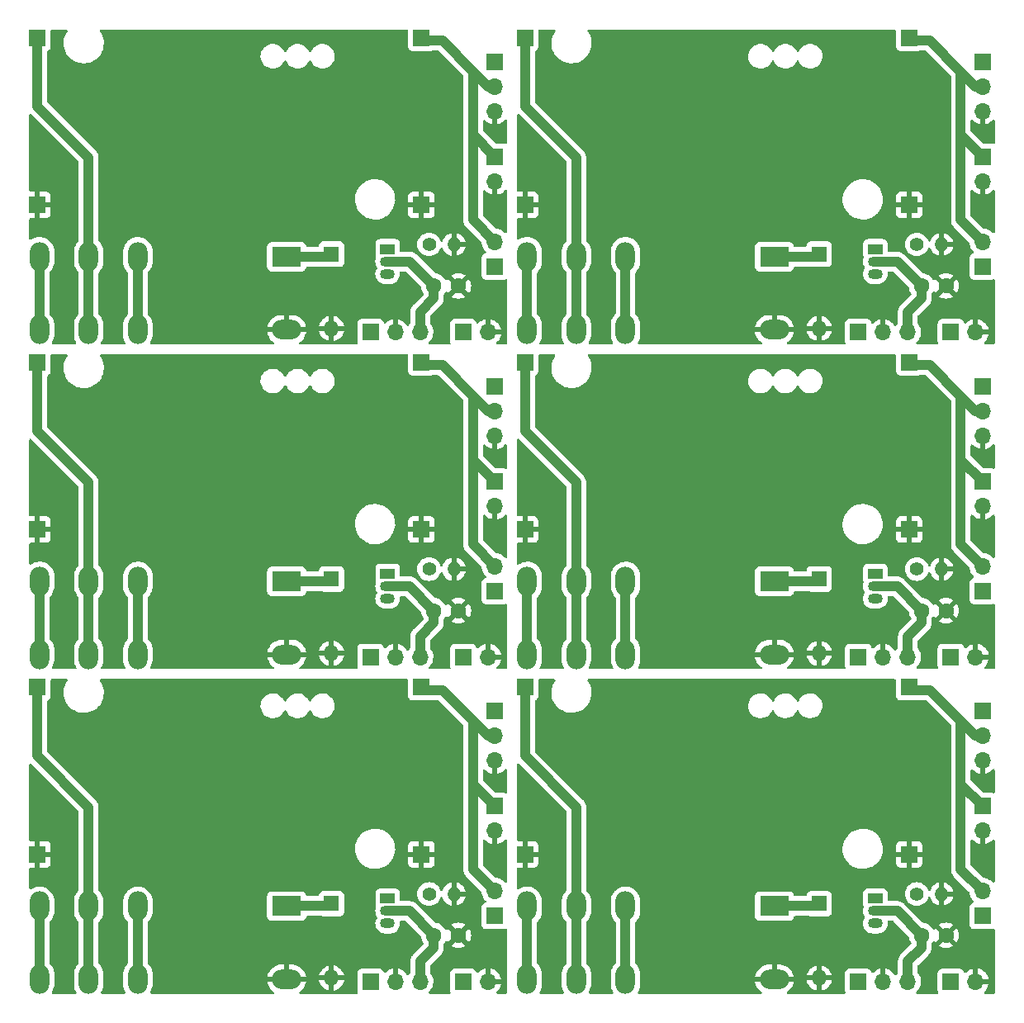
<source format=gbr>
%TF.GenerationSoftware,KiCad,Pcbnew,(6.0.1)*%
%TF.CreationDate,2022-02-17T17:48:37+01:00*%
%TF.ProjectId,365modPanel,3336356d-6f64-4506-916e-656c2e6b6963,rev?*%
%TF.SameCoordinates,Original*%
%TF.FileFunction,Copper,L1,Top*%
%TF.FilePolarity,Positive*%
%FSLAX46Y46*%
G04 Gerber Fmt 4.6, Leading zero omitted, Abs format (unit mm)*
G04 Created by KiCad (PCBNEW (6.0.1)) date 2022-02-17 17:48:37*
%MOMM*%
%LPD*%
G01*
G04 APERTURE LIST*
%TA.AperFunction,ComponentPad*%
%ADD10O,2.000000X3.000000*%
%TD*%
%TA.AperFunction,ComponentPad*%
%ADD11R,3.000000X2.000000*%
%TD*%
%TA.AperFunction,ComponentPad*%
%ADD12O,3.000000X2.000000*%
%TD*%
%TA.AperFunction,ComponentPad*%
%ADD13R,1.700000X1.700000*%
%TD*%
%TA.AperFunction,ComponentPad*%
%ADD14O,1.700000X1.700000*%
%TD*%
%TA.AperFunction,ComponentPad*%
%ADD15R,1.600000X1.600000*%
%TD*%
%TA.AperFunction,ComponentPad*%
%ADD16O,1.600000X1.600000*%
%TD*%
%TA.AperFunction,ComponentPad*%
%ADD17C,1.400000*%
%TD*%
%TA.AperFunction,ComponentPad*%
%ADD18O,1.400000X1.400000*%
%TD*%
%TA.AperFunction,ComponentPad*%
%ADD19C,1.600000*%
%TD*%
%TA.AperFunction,ComponentPad*%
%ADD20R,1.500000X1.050000*%
%TD*%
%TA.AperFunction,ComponentPad*%
%ADD21O,1.500000X1.050000*%
%TD*%
%TA.AperFunction,ViaPad*%
%ADD22C,0.800000*%
%TD*%
%TA.AperFunction,Conductor*%
%ADD23C,1.000000*%
%TD*%
G04 APERTURE END LIST*
D10*
%TO.P,K1,11*%
%TO.N,/bat_on*%
X76350000Y-86500000D03*
X76350000Y-79000000D03*
%TO.P,K1,12*%
%TO.N,unconnected-(K1-Pad12)*%
X81390000Y-86500000D03*
X81390000Y-79000000D03*
%TO.P,K1,14*%
%TO.N,+BATT*%
X71310000Y-79000000D03*
X71310000Y-86500000D03*
D11*
%TO.P,K1,A1*%
%TO.N,/12v signal*%
X96650000Y-79000000D03*
D12*
%TO.P,K1,A2*%
%TO.N,GND*%
X96650000Y-86500000D03*
%TD*%
D13*
%TO.P,J17,1,Pin_1*%
%TO.N,+BATT*%
X164750000Y-120050000D03*
D14*
%TO.P,J17,2,Pin_2*%
%TO.N,GND*%
X167290000Y-120050000D03*
%TD*%
D13*
%TO.P,J7,1,Pin_1*%
%TO.N,+BATT*%
X164750000Y-86750000D03*
D14*
%TO.P,J7,2,Pin_2*%
%TO.N,GND*%
X167290000Y-86750000D03*
%TD*%
D15*
%TO.P,D4,1,K*%
%TO.N,/12v signal*%
X151250000Y-112050000D03*
D16*
%TO.P,D4,2,A*%
%TO.N,GND*%
X151250000Y-119670000D03*
%TD*%
D13*
%TO.P,J22,1,Pin_1*%
%TO.N,+BATT*%
X114750000Y-153350000D03*
D14*
%TO.P,J22,2,Pin_2*%
%TO.N,GND*%
X117290000Y-153350000D03*
%TD*%
D10*
%TO.P,K5,11*%
%TO.N,/bat_on*%
X76350000Y-145600000D03*
X76350000Y-153100000D03*
%TO.P,K5,12*%
%TO.N,unconnected-(K1-Pad12)*%
X81390000Y-145600000D03*
X81390000Y-153100000D03*
%TO.P,K5,14*%
%TO.N,+BATT*%
X71310000Y-153100000D03*
X71310000Y-145600000D03*
D11*
%TO.P,K5,A1*%
%TO.N,/12v signal*%
X96650000Y-145600000D03*
D12*
%TO.P,K5,A2*%
%TO.N,GND*%
X96650000Y-153100000D03*
%TD*%
D13*
%TO.P,J4,1,Pin_1*%
%TO.N,Net-(J4-Pad1)*%
X118000000Y-80000000D03*
D14*
%TO.P,J4,2,Pin_2*%
%TO.N,+12V*%
X118000000Y-77460000D03*
%TD*%
D13*
%TO.P,J6,1,Pin_1*%
%TO.N,/12v signal*%
X155250000Y-86750000D03*
D14*
%TO.P,J6,2,Pin_2*%
%TO.N,GND*%
X157790000Y-86750000D03*
%TO.P,J6,3,Pin_3*%
%TO.N,/tail*%
X160330000Y-86750000D03*
%TD*%
D13*
%TO.P,J15,1,Pin_1*%
%TO.N,+12V*%
X118000000Y-102050000D03*
D14*
%TO.P,J15,2,Pin_2*%
%TO.N,GND*%
X118000000Y-104590000D03*
%TD*%
D15*
%TO.P,D6,1,K*%
%TO.N,/12v signal*%
X151250000Y-145350000D03*
D16*
%TO.P,D6,2,A*%
%TO.N,GND*%
X151250000Y-152970000D03*
%TD*%
D13*
%TO.P,U1,1,Pin_1*%
%TO.N,/bat_on*%
X71100000Y-56550000D03*
%TO.P,U1,2,Pin_2*%
%TO.N,GND*%
X71100000Y-73695000D03*
%TO.P,U1,3,Pin_3*%
X110470000Y-73695000D03*
%TO.P,U1,4,Pin_4*%
%TO.N,+12V*%
X110470000Y-56550000D03*
%TD*%
%TO.P,J25,1,Pin_1*%
%TO.N,+12V*%
X118000000Y-135350000D03*
D14*
%TO.P,J25,2,Pin_2*%
%TO.N,GND*%
X118000000Y-137890000D03*
%TD*%
D13*
%TO.P,U4,1,Pin_1*%
%TO.N,/bat_on*%
X121100000Y-89850000D03*
%TO.P,U4,2,Pin_2*%
%TO.N,GND*%
X121100000Y-106995000D03*
%TO.P,U4,3,Pin_3*%
X160470000Y-106995000D03*
%TO.P,U4,4,Pin_4*%
%TO.N,+12V*%
X160470000Y-89850000D03*
%TD*%
%TO.P,J23,1,Pin_1*%
%TO.N,/bat_on*%
X118000000Y-125600000D03*
D14*
%TO.P,J23,2,Pin_2*%
%TO.N,+12V*%
X118000000Y-128140000D03*
%TO.P,J23,3,Pin_3*%
%TO.N,GND*%
X118000000Y-130680000D03*
%TD*%
D17*
%TO.P,R6,1*%
%TO.N,Net-(Q1-Pad1)*%
X161250000Y-144350000D03*
D18*
%TO.P,R6,2*%
%TO.N,GND*%
X163790000Y-144350000D03*
%TD*%
D13*
%TO.P,J30,1,Pin_1*%
%TO.N,+12V*%
X168000000Y-135350000D03*
D14*
%TO.P,J30,2,Pin_2*%
%TO.N,GND*%
X168000000Y-137890000D03*
%TD*%
D19*
%TO.P,C3,1*%
%TO.N,GND*%
X114250000Y-115300000D03*
%TO.P,C3,2*%
%TO.N,/tail*%
X111750000Y-115300000D03*
%TD*%
D20*
%TO.P,Q3,1,E*%
%TO.N,Net-(Q1-Pad1)*%
X107000000Y-111530000D03*
D21*
%TO.P,Q3,2,B*%
%TO.N,/tail*%
X107000000Y-112800000D03*
%TO.P,Q3,3,C*%
%TO.N,Net-(J4-Pad1)*%
X107000000Y-114070000D03*
%TD*%
D13*
%TO.P,J13,1,Pin_1*%
%TO.N,/bat_on*%
X118000000Y-92300000D03*
D14*
%TO.P,J13,2,Pin_2*%
%TO.N,+12V*%
X118000000Y-94840000D03*
%TO.P,J13,3,Pin_3*%
%TO.N,GND*%
X118000000Y-97380000D03*
%TD*%
D13*
%TO.P,J14,1,Pin_1*%
%TO.N,Net-(J4-Pad1)*%
X118000000Y-113300000D03*
D14*
%TO.P,J14,2,Pin_2*%
%TO.N,+12V*%
X118000000Y-110760000D03*
%TD*%
D13*
%TO.P,J20,1,Pin_1*%
%TO.N,+12V*%
X168000000Y-102050000D03*
D14*
%TO.P,J20,2,Pin_2*%
%TO.N,GND*%
X168000000Y-104590000D03*
%TD*%
D13*
%TO.P,J5,1,Pin_1*%
%TO.N,+12V*%
X118000000Y-68750000D03*
D14*
%TO.P,J5,2,Pin_2*%
%TO.N,GND*%
X118000000Y-71290000D03*
%TD*%
D10*
%TO.P,K4,11*%
%TO.N,/bat_on*%
X126350000Y-112300000D03*
X126350000Y-119800000D03*
%TO.P,K4,12*%
%TO.N,unconnected-(K1-Pad12)*%
X131390000Y-119800000D03*
X131390000Y-112300000D03*
%TO.P,K4,14*%
%TO.N,+BATT*%
X121310000Y-112300000D03*
X121310000Y-119800000D03*
D11*
%TO.P,K4,A1*%
%TO.N,/12v signal*%
X146650000Y-112300000D03*
D12*
%TO.P,K4,A2*%
%TO.N,GND*%
X146650000Y-119800000D03*
%TD*%
D13*
%TO.P,J26,1,Pin_1*%
%TO.N,/12v signal*%
X155250000Y-153350000D03*
D14*
%TO.P,J26,2,Pin_2*%
%TO.N,GND*%
X157790000Y-153350000D03*
%TO.P,J26,3,Pin_3*%
%TO.N,/tail*%
X160330000Y-153350000D03*
%TD*%
D15*
%TO.P,D2,1,K*%
%TO.N,/12v signal*%
X151250000Y-78750000D03*
D16*
%TO.P,D2,2,A*%
%TO.N,GND*%
X151250000Y-86370000D03*
%TD*%
D20*
%TO.P,Q2,1,E*%
%TO.N,Net-(Q1-Pad1)*%
X157000000Y-78230000D03*
D21*
%TO.P,Q2,2,B*%
%TO.N,/tail*%
X157000000Y-79500000D03*
%TO.P,Q2,3,C*%
%TO.N,Net-(J4-Pad1)*%
X157000000Y-80770000D03*
%TD*%
D15*
%TO.P,D3,1,K*%
%TO.N,/12v signal*%
X101250000Y-112050000D03*
D16*
%TO.P,D3,2,A*%
%TO.N,GND*%
X101250000Y-119670000D03*
%TD*%
D13*
%TO.P,J21,1,Pin_1*%
%TO.N,/12v signal*%
X105250000Y-153350000D03*
D14*
%TO.P,J21,2,Pin_2*%
%TO.N,GND*%
X107790000Y-153350000D03*
%TO.P,J21,3,Pin_3*%
%TO.N,/tail*%
X110330000Y-153350000D03*
%TD*%
D15*
%TO.P,D1,1,K*%
%TO.N,/12v signal*%
X101250000Y-78750000D03*
D16*
%TO.P,D1,2,A*%
%TO.N,GND*%
X101250000Y-86370000D03*
%TD*%
D17*
%TO.P,R2,1*%
%TO.N,Net-(Q1-Pad1)*%
X161250000Y-77750000D03*
D18*
%TO.P,R2,2*%
%TO.N,GND*%
X163790000Y-77750000D03*
%TD*%
D13*
%TO.P,J11,1,Pin_1*%
%TO.N,/12v signal*%
X105250000Y-120050000D03*
D14*
%TO.P,J11,2,Pin_2*%
%TO.N,GND*%
X107790000Y-120050000D03*
%TO.P,J11,3,Pin_3*%
%TO.N,/tail*%
X110330000Y-120050000D03*
%TD*%
D13*
%TO.P,J3,1,Pin_1*%
%TO.N,/bat_on*%
X118000000Y-59000000D03*
D14*
%TO.P,J3,2,Pin_2*%
%TO.N,+12V*%
X118000000Y-61540000D03*
%TO.P,J3,3,Pin_3*%
%TO.N,GND*%
X118000000Y-64080000D03*
%TD*%
D10*
%TO.P,K3,11*%
%TO.N,/bat_on*%
X76350000Y-119800000D03*
X76350000Y-112300000D03*
%TO.P,K3,12*%
%TO.N,unconnected-(K1-Pad12)*%
X81390000Y-112300000D03*
X81390000Y-119800000D03*
%TO.P,K3,14*%
%TO.N,+BATT*%
X71310000Y-112300000D03*
X71310000Y-119800000D03*
D11*
%TO.P,K3,A1*%
%TO.N,/12v signal*%
X96650000Y-112300000D03*
D12*
%TO.P,K3,A2*%
%TO.N,GND*%
X96650000Y-119800000D03*
%TD*%
D13*
%TO.P,J2,1,Pin_1*%
%TO.N,+BATT*%
X114750000Y-86750000D03*
D14*
%TO.P,J2,2,Pin_2*%
%TO.N,GND*%
X117290000Y-86750000D03*
%TD*%
D17*
%TO.P,R1,1*%
%TO.N,Net-(Q1-Pad1)*%
X111250000Y-77750000D03*
D18*
%TO.P,R1,2*%
%TO.N,GND*%
X113790000Y-77750000D03*
%TD*%
D20*
%TO.P,Q5,1,E*%
%TO.N,Net-(Q1-Pad1)*%
X107000000Y-144830000D03*
D21*
%TO.P,Q5,2,B*%
%TO.N,/tail*%
X107000000Y-146100000D03*
%TO.P,Q5,3,C*%
%TO.N,Net-(J4-Pad1)*%
X107000000Y-147370000D03*
%TD*%
D13*
%TO.P,J1,1,Pin_1*%
%TO.N,/12v signal*%
X105250000Y-86750000D03*
D14*
%TO.P,J1,2,Pin_2*%
%TO.N,GND*%
X107790000Y-86750000D03*
%TO.P,J1,3,Pin_3*%
%TO.N,/tail*%
X110330000Y-86750000D03*
%TD*%
D13*
%TO.P,J8,1,Pin_1*%
%TO.N,/bat_on*%
X168000000Y-59000000D03*
D14*
%TO.P,J8,2,Pin_2*%
%TO.N,+12V*%
X168000000Y-61540000D03*
%TO.P,J8,3,Pin_3*%
%TO.N,GND*%
X168000000Y-64080000D03*
%TD*%
D13*
%TO.P,J10,1,Pin_1*%
%TO.N,+12V*%
X168000000Y-68750000D03*
D14*
%TO.P,J10,2,Pin_2*%
%TO.N,GND*%
X168000000Y-71290000D03*
%TD*%
D13*
%TO.P,J9,1,Pin_1*%
%TO.N,Net-(J4-Pad1)*%
X168000000Y-80000000D03*
D14*
%TO.P,J9,2,Pin_2*%
%TO.N,+12V*%
X168000000Y-77460000D03*
%TD*%
D13*
%TO.P,U3,1,Pin_1*%
%TO.N,/bat_on*%
X71100000Y-89850000D03*
%TO.P,U3,2,Pin_2*%
%TO.N,GND*%
X71100000Y-106995000D03*
%TO.P,U3,3,Pin_3*%
X110470000Y-106995000D03*
%TO.P,U3,4,Pin_4*%
%TO.N,+12V*%
X110470000Y-89850000D03*
%TD*%
D19*
%TO.P,C5,1*%
%TO.N,GND*%
X114250000Y-148600000D03*
%TO.P,C5,2*%
%TO.N,/tail*%
X111750000Y-148600000D03*
%TD*%
D10*
%TO.P,K2,11*%
%TO.N,/bat_on*%
X126350000Y-79000000D03*
X126350000Y-86500000D03*
%TO.P,K2,12*%
%TO.N,unconnected-(K1-Pad12)*%
X131390000Y-79000000D03*
X131390000Y-86500000D03*
%TO.P,K2,14*%
%TO.N,+BATT*%
X121310000Y-86500000D03*
X121310000Y-79000000D03*
D11*
%TO.P,K2,A1*%
%TO.N,/12v signal*%
X146650000Y-79000000D03*
D12*
%TO.P,K2,A2*%
%TO.N,GND*%
X146650000Y-86500000D03*
%TD*%
D13*
%TO.P,U2,1,Pin_1*%
%TO.N,/bat_on*%
X121100000Y-56550000D03*
%TO.P,U2,2,Pin_2*%
%TO.N,GND*%
X121100000Y-73695000D03*
%TO.P,U2,3,Pin_3*%
X160470000Y-73695000D03*
%TO.P,U2,4,Pin_4*%
%TO.N,+12V*%
X160470000Y-56550000D03*
%TD*%
D20*
%TO.P,Q1,1,E*%
%TO.N,Net-(Q1-Pad1)*%
X107000000Y-78230000D03*
D21*
%TO.P,Q1,2,B*%
%TO.N,/tail*%
X107000000Y-79500000D03*
%TO.P,Q1,3,C*%
%TO.N,Net-(J4-Pad1)*%
X107000000Y-80770000D03*
%TD*%
D13*
%TO.P,J18,1,Pin_1*%
%TO.N,/bat_on*%
X168000000Y-92300000D03*
D14*
%TO.P,J18,2,Pin_2*%
%TO.N,+12V*%
X168000000Y-94840000D03*
%TO.P,J18,3,Pin_3*%
%TO.N,GND*%
X168000000Y-97380000D03*
%TD*%
D20*
%TO.P,Q4,1,E*%
%TO.N,Net-(Q1-Pad1)*%
X157000000Y-111530000D03*
D21*
%TO.P,Q4,2,B*%
%TO.N,/tail*%
X157000000Y-112800000D03*
%TO.P,Q4,3,C*%
%TO.N,Net-(J4-Pad1)*%
X157000000Y-114070000D03*
%TD*%
D19*
%TO.P,C6,1*%
%TO.N,GND*%
X164250000Y-148600000D03*
%TO.P,C6,2*%
%TO.N,/tail*%
X161750000Y-148600000D03*
%TD*%
D13*
%TO.P,U6,1,Pin_1*%
%TO.N,/bat_on*%
X121100000Y-123150000D03*
%TO.P,U6,2,Pin_2*%
%TO.N,GND*%
X121100000Y-140295000D03*
%TO.P,U6,3,Pin_3*%
X160470000Y-140295000D03*
%TO.P,U6,4,Pin_4*%
%TO.N,+12V*%
X160470000Y-123150000D03*
%TD*%
%TO.P,J19,1,Pin_1*%
%TO.N,Net-(J4-Pad1)*%
X168000000Y-113300000D03*
D14*
%TO.P,J19,2,Pin_2*%
%TO.N,+12V*%
X168000000Y-110760000D03*
%TD*%
D13*
%TO.P,J24,1,Pin_1*%
%TO.N,Net-(J4-Pad1)*%
X118000000Y-146600000D03*
D14*
%TO.P,J24,2,Pin_2*%
%TO.N,+12V*%
X118000000Y-144060000D03*
%TD*%
D13*
%TO.P,J27,1,Pin_1*%
%TO.N,+BATT*%
X164750000Y-153350000D03*
D14*
%TO.P,J27,2,Pin_2*%
%TO.N,GND*%
X167290000Y-153350000D03*
%TD*%
D10*
%TO.P,K6,11*%
%TO.N,/bat_on*%
X126350000Y-145600000D03*
X126350000Y-153100000D03*
%TO.P,K6,12*%
%TO.N,unconnected-(K1-Pad12)*%
X131390000Y-145600000D03*
X131390000Y-153100000D03*
%TO.P,K6,14*%
%TO.N,+BATT*%
X121310000Y-145600000D03*
X121310000Y-153100000D03*
D11*
%TO.P,K6,A1*%
%TO.N,/12v signal*%
X146650000Y-145600000D03*
D12*
%TO.P,K6,A2*%
%TO.N,GND*%
X146650000Y-153100000D03*
%TD*%
D13*
%TO.P,J29,1,Pin_1*%
%TO.N,Net-(J4-Pad1)*%
X168000000Y-146600000D03*
D14*
%TO.P,J29,2,Pin_2*%
%TO.N,+12V*%
X168000000Y-144060000D03*
%TD*%
D19*
%TO.P,C2,1*%
%TO.N,GND*%
X164250000Y-82000000D03*
%TO.P,C2,2*%
%TO.N,/tail*%
X161750000Y-82000000D03*
%TD*%
D17*
%TO.P,R4,1*%
%TO.N,Net-(Q1-Pad1)*%
X161250000Y-111050000D03*
D18*
%TO.P,R4,2*%
%TO.N,GND*%
X163790000Y-111050000D03*
%TD*%
D19*
%TO.P,C4,1*%
%TO.N,GND*%
X164250000Y-115300000D03*
%TO.P,C4,2*%
%TO.N,/tail*%
X161750000Y-115300000D03*
%TD*%
D15*
%TO.P,D5,1,K*%
%TO.N,/12v signal*%
X101250000Y-145350000D03*
D16*
%TO.P,D5,2,A*%
%TO.N,GND*%
X101250000Y-152970000D03*
%TD*%
D17*
%TO.P,R3,1*%
%TO.N,Net-(Q1-Pad1)*%
X111250000Y-111050000D03*
D18*
%TO.P,R3,2*%
%TO.N,GND*%
X113790000Y-111050000D03*
%TD*%
D13*
%TO.P,J28,1,Pin_1*%
%TO.N,/bat_on*%
X168000000Y-125600000D03*
D14*
%TO.P,J28,2,Pin_2*%
%TO.N,+12V*%
X168000000Y-128140000D03*
%TO.P,J28,3,Pin_3*%
%TO.N,GND*%
X168000000Y-130680000D03*
%TD*%
D19*
%TO.P,C1,1*%
%TO.N,GND*%
X114250000Y-82000000D03*
%TO.P,C1,2*%
%TO.N,/tail*%
X111750000Y-82000000D03*
%TD*%
D13*
%TO.P,J16,1,Pin_1*%
%TO.N,/12v signal*%
X155250000Y-120050000D03*
D14*
%TO.P,J16,2,Pin_2*%
%TO.N,GND*%
X157790000Y-120050000D03*
%TO.P,J16,3,Pin_3*%
%TO.N,/tail*%
X160330000Y-120050000D03*
%TD*%
D17*
%TO.P,R5,1*%
%TO.N,Net-(Q1-Pad1)*%
X111250000Y-144350000D03*
D18*
%TO.P,R5,2*%
%TO.N,GND*%
X113790000Y-144350000D03*
%TD*%
D20*
%TO.P,Q6,1,E*%
%TO.N,Net-(Q1-Pad1)*%
X157000000Y-144830000D03*
D21*
%TO.P,Q6,2,B*%
%TO.N,/tail*%
X157000000Y-146100000D03*
%TO.P,Q6,3,C*%
%TO.N,Net-(J4-Pad1)*%
X157000000Y-147370000D03*
%TD*%
D13*
%TO.P,U5,1,Pin_1*%
%TO.N,/bat_on*%
X71100000Y-123150000D03*
%TO.P,U5,2,Pin_2*%
%TO.N,GND*%
X71100000Y-140295000D03*
%TO.P,U5,3,Pin_3*%
X110470000Y-140295000D03*
%TO.P,U5,4,Pin_4*%
%TO.N,+12V*%
X110470000Y-123150000D03*
%TD*%
%TO.P,J12,1,Pin_1*%
%TO.N,+BATT*%
X114750000Y-120050000D03*
D14*
%TO.P,J12,2,Pin_2*%
%TO.N,GND*%
X117290000Y-120050000D03*
%TD*%
D22*
%TO.N,GND*%
X88000000Y-131600000D03*
X84000000Y-92300000D03*
X80000000Y-67000000D03*
X84000000Y-59000000D03*
X82000000Y-127600000D03*
X134000000Y-67000000D03*
X82000000Y-67000000D03*
X86000000Y-63000000D03*
X86000000Y-98300000D03*
X134000000Y-98300000D03*
X80000000Y-133600000D03*
X88000000Y-65000000D03*
X82000000Y-63000000D03*
X132000000Y-61000000D03*
X136000000Y-100300000D03*
X88000000Y-129600000D03*
X84000000Y-94300000D03*
X134000000Y-94300000D03*
X132000000Y-59000000D03*
X132000000Y-63000000D03*
X136000000Y-59000000D03*
X138000000Y-67000000D03*
X130000000Y-96300000D03*
X134000000Y-92300000D03*
X130000000Y-98300000D03*
X134000000Y-129600000D03*
X84000000Y-127600000D03*
X88000000Y-67000000D03*
X86000000Y-67000000D03*
X136000000Y-98300000D03*
X138000000Y-100300000D03*
X88000000Y-59000000D03*
X84000000Y-133600000D03*
X136000000Y-65000000D03*
X130000000Y-127600000D03*
X82000000Y-129600000D03*
X138000000Y-129600000D03*
X134000000Y-125600000D03*
X86000000Y-133600000D03*
X134000000Y-61000000D03*
X82000000Y-125600000D03*
X88000000Y-61000000D03*
X130000000Y-131600000D03*
X132000000Y-127600000D03*
X132000000Y-133600000D03*
X80000000Y-61000000D03*
X138000000Y-63000000D03*
X80000000Y-94300000D03*
X86000000Y-129600000D03*
X86000000Y-92300000D03*
X136000000Y-96300000D03*
X138000000Y-127600000D03*
X138000000Y-94300000D03*
X134000000Y-65000000D03*
X132000000Y-98300000D03*
X134000000Y-127600000D03*
X80000000Y-65000000D03*
X132000000Y-131600000D03*
X84000000Y-125600000D03*
X80000000Y-98300000D03*
X136000000Y-94300000D03*
X84000000Y-67000000D03*
X80000000Y-127600000D03*
X86000000Y-94300000D03*
X86000000Y-65000000D03*
X130000000Y-94300000D03*
X88000000Y-100300000D03*
X84000000Y-129600000D03*
X86000000Y-127600000D03*
X84000000Y-61000000D03*
X84000000Y-100300000D03*
X138000000Y-61000000D03*
X82000000Y-131600000D03*
X84000000Y-131600000D03*
X136000000Y-133600000D03*
X88000000Y-127600000D03*
X80000000Y-129600000D03*
X132000000Y-96300000D03*
X138000000Y-92300000D03*
X130000000Y-67000000D03*
X88000000Y-94300000D03*
X86000000Y-131600000D03*
X80000000Y-63000000D03*
X134000000Y-63000000D03*
X82000000Y-65000000D03*
X82000000Y-98300000D03*
X136000000Y-129600000D03*
X132000000Y-100300000D03*
X134000000Y-96300000D03*
X86000000Y-61000000D03*
X84000000Y-65000000D03*
X82000000Y-94300000D03*
X132000000Y-129600000D03*
X136000000Y-92300000D03*
X82000000Y-133600000D03*
X82000000Y-61000000D03*
X86000000Y-100300000D03*
X132000000Y-125600000D03*
X88000000Y-125600000D03*
X82000000Y-96300000D03*
X80000000Y-131600000D03*
X138000000Y-96300000D03*
X82000000Y-92300000D03*
X82000000Y-59000000D03*
X134000000Y-131600000D03*
X130000000Y-65000000D03*
X132000000Y-65000000D03*
X88000000Y-98300000D03*
X86000000Y-96300000D03*
X80000000Y-96300000D03*
X130000000Y-100300000D03*
X136000000Y-125600000D03*
X138000000Y-65000000D03*
X134000000Y-59000000D03*
X130000000Y-129600000D03*
X88000000Y-92300000D03*
X136000000Y-61000000D03*
X84000000Y-96300000D03*
X138000000Y-133600000D03*
X138000000Y-98300000D03*
X82000000Y-100300000D03*
X134000000Y-133600000D03*
X134000000Y-100300000D03*
X130000000Y-61000000D03*
X136000000Y-131600000D03*
X130000000Y-63000000D03*
X86000000Y-59000000D03*
X136000000Y-127600000D03*
X88000000Y-96300000D03*
X132000000Y-67000000D03*
X138000000Y-131600000D03*
X80000000Y-100300000D03*
X84000000Y-63000000D03*
X88000000Y-63000000D03*
X88000000Y-133600000D03*
X138000000Y-125600000D03*
X130000000Y-133600000D03*
X136000000Y-67000000D03*
X132000000Y-94300000D03*
X132000000Y-92300000D03*
X136000000Y-63000000D03*
X86000000Y-125600000D03*
X84000000Y-98300000D03*
X138000000Y-59000000D03*
%TD*%
D23*
%TO.N,/tail*%
X160330000Y-153350000D02*
X160330000Y-151270000D01*
X157000000Y-112800000D02*
X159250000Y-112800000D01*
X157000000Y-146100000D02*
X159250000Y-146100000D01*
X111750000Y-149850000D02*
X111750000Y-148600000D01*
X111750000Y-83250000D02*
X111750000Y-82000000D01*
X111750000Y-116550000D02*
X111750000Y-115300000D01*
X107000000Y-79500000D02*
X109250000Y-79500000D01*
X160330000Y-151270000D02*
X161750000Y-149850000D01*
X157000000Y-79500000D02*
X159250000Y-79500000D01*
X110330000Y-117970000D02*
X111750000Y-116550000D01*
X161750000Y-116550000D02*
X161750000Y-115300000D01*
X161750000Y-83250000D02*
X161750000Y-82000000D01*
X110330000Y-120050000D02*
X110330000Y-117970000D01*
X160330000Y-120050000D02*
X160330000Y-117970000D01*
X109250000Y-146100000D02*
X111750000Y-148600000D01*
X107000000Y-146100000D02*
X109250000Y-146100000D01*
X109250000Y-112800000D02*
X111750000Y-115300000D01*
X159250000Y-112800000D02*
X161750000Y-115300000D01*
X160330000Y-86750000D02*
X160330000Y-84670000D01*
X110330000Y-151270000D02*
X111750000Y-149850000D01*
X110330000Y-153350000D02*
X110330000Y-151270000D01*
X109250000Y-79500000D02*
X111750000Y-82000000D01*
X159250000Y-146100000D02*
X161750000Y-148600000D01*
X160330000Y-84670000D02*
X161750000Y-83250000D01*
X110330000Y-84670000D02*
X111750000Y-83250000D01*
X107000000Y-112800000D02*
X109250000Y-112800000D01*
X110330000Y-86750000D02*
X110330000Y-84670000D01*
X159250000Y-79500000D02*
X161750000Y-82000000D01*
X161750000Y-149850000D02*
X161750000Y-148600000D01*
X160330000Y-117970000D02*
X161750000Y-116550000D01*
%TO.N,/12v signal*%
X101000000Y-112300000D02*
X101250000Y-112050000D01*
X146650000Y-145600000D02*
X151000000Y-145600000D01*
X101000000Y-79000000D02*
X101250000Y-78750000D01*
X96650000Y-145600000D02*
X101000000Y-145600000D01*
X96650000Y-79000000D02*
X101000000Y-79000000D01*
X146650000Y-112300000D02*
X151000000Y-112300000D01*
X96650000Y-112300000D02*
X101000000Y-112300000D01*
X151000000Y-112300000D02*
X151250000Y-112050000D01*
X146650000Y-79000000D02*
X151000000Y-79000000D01*
X101000000Y-145600000D02*
X101250000Y-145350000D01*
X151000000Y-145600000D02*
X151250000Y-145350000D01*
X151000000Y-79000000D02*
X151250000Y-78750000D01*
%TO.N,+BATT*%
X71310000Y-153100000D02*
X71310000Y-145600000D01*
X121310000Y-119800000D02*
X121310000Y-112300000D01*
X121310000Y-153100000D02*
X121310000Y-145600000D01*
X71310000Y-119800000D02*
X71310000Y-112300000D01*
X121310000Y-86500000D02*
X121310000Y-79000000D01*
X71310000Y-86500000D02*
X71310000Y-79000000D01*
%TO.N,/bat_on*%
X121100000Y-56550000D02*
X121100000Y-63600000D01*
X126350000Y-135450000D02*
X126350000Y-145600000D01*
X71100000Y-96900000D02*
X76350000Y-102150000D01*
X126350000Y-153100000D02*
X126350000Y-145600000D01*
X126350000Y-68850000D02*
X126350000Y-79000000D01*
X121100000Y-130200000D02*
X126350000Y-135450000D01*
X71100000Y-130200000D02*
X76350000Y-135450000D01*
X76350000Y-86500000D02*
X76350000Y-79000000D01*
X71100000Y-56550000D02*
X71100000Y-63600000D01*
X71100000Y-123150000D02*
X71100000Y-130200000D01*
X126350000Y-102150000D02*
X126350000Y-112300000D01*
X76350000Y-68850000D02*
X76350000Y-79000000D01*
X71100000Y-63600000D02*
X76350000Y-68850000D01*
X126350000Y-86500000D02*
X126350000Y-79000000D01*
X121100000Y-89850000D02*
X121100000Y-96900000D01*
X71100000Y-89850000D02*
X71100000Y-96900000D01*
X126350000Y-119800000D02*
X126350000Y-112300000D01*
X76350000Y-135450000D02*
X76350000Y-145600000D01*
X121100000Y-96900000D02*
X126350000Y-102150000D01*
X121100000Y-63600000D02*
X126350000Y-68850000D01*
X76350000Y-119800000D02*
X76350000Y-112300000D01*
X76350000Y-153100000D02*
X76350000Y-145600000D01*
X76350000Y-102150000D02*
X76350000Y-112300000D01*
X121100000Y-123150000D02*
X121100000Y-130200000D01*
%TO.N,+12V*%
X167290000Y-94840000D02*
X168000000Y-94840000D01*
X115765000Y-141825000D02*
X118000000Y-144060000D01*
X165765000Y-65490000D02*
X165765000Y-75225000D01*
X165765000Y-60015000D02*
X167290000Y-61540000D01*
X165765000Y-93315000D02*
X165765000Y-98790000D01*
X162600000Y-56850000D02*
X165765000Y-60015000D01*
X112600000Y-123450000D02*
X115765000Y-126615000D01*
X165765000Y-133115000D02*
X168000000Y-135350000D01*
X115765000Y-65490000D02*
X115765000Y-75225000D01*
X165765000Y-93315000D02*
X167290000Y-94840000D01*
X112600000Y-90150000D02*
X115765000Y-93315000D01*
X117290000Y-128140000D02*
X118000000Y-128140000D01*
X115765000Y-99815000D02*
X118000000Y-102050000D01*
X160470000Y-123450000D02*
X162600000Y-123450000D01*
X165765000Y-66515000D02*
X168000000Y-68750000D01*
X115765000Y-133115000D02*
X118000000Y-135350000D01*
X165765000Y-141825000D02*
X168000000Y-144060000D01*
X160470000Y-56850000D02*
X162600000Y-56850000D01*
X162600000Y-90150000D02*
X165765000Y-93315000D01*
X165765000Y-65490000D02*
X165765000Y-66515000D01*
X115765000Y-126615000D02*
X117290000Y-128140000D01*
X110470000Y-90150000D02*
X112600000Y-90150000D01*
X115765000Y-132090000D02*
X115765000Y-133115000D01*
X110470000Y-123450000D02*
X112600000Y-123450000D01*
X115765000Y-108525000D02*
X118000000Y-110760000D01*
X167290000Y-128140000D02*
X168000000Y-128140000D01*
X165765000Y-108525000D02*
X168000000Y-110760000D01*
X165765000Y-98790000D02*
X165765000Y-108525000D01*
X115765000Y-66515000D02*
X118000000Y-68750000D01*
X115765000Y-60015000D02*
X117290000Y-61540000D01*
X115765000Y-126615000D02*
X115765000Y-132090000D01*
X165765000Y-75225000D02*
X168000000Y-77460000D01*
X165765000Y-99815000D02*
X168000000Y-102050000D01*
X117290000Y-61540000D02*
X118000000Y-61540000D01*
X110470000Y-56850000D02*
X112600000Y-56850000D01*
X112600000Y-56850000D02*
X115765000Y-60015000D01*
X160470000Y-90150000D02*
X162600000Y-90150000D01*
X167290000Y-61540000D02*
X168000000Y-61540000D01*
X115765000Y-132090000D02*
X115765000Y-141825000D01*
X115765000Y-65490000D02*
X115765000Y-66515000D01*
X165765000Y-126615000D02*
X167290000Y-128140000D01*
X165765000Y-132090000D02*
X165765000Y-133115000D01*
X115765000Y-75225000D02*
X118000000Y-77460000D01*
X115765000Y-93315000D02*
X117290000Y-94840000D01*
X165765000Y-132090000D02*
X165765000Y-141825000D01*
X115765000Y-98790000D02*
X115765000Y-108525000D01*
X165765000Y-98790000D02*
X165765000Y-99815000D01*
X117290000Y-94840000D02*
X118000000Y-94840000D01*
X165765000Y-60015000D02*
X165765000Y-65490000D01*
X162600000Y-123450000D02*
X165765000Y-126615000D01*
X115765000Y-98790000D02*
X115765000Y-99815000D01*
X115765000Y-60015000D02*
X115765000Y-65490000D01*
X115765000Y-93315000D02*
X115765000Y-98790000D01*
X165765000Y-126615000D02*
X165765000Y-132090000D01*
%TO.N,unconnected-(K1-Pad12)*%
X131390000Y-145600000D02*
X131390000Y-153100000D01*
X131390000Y-79000000D02*
X131390000Y-86500000D01*
X131390000Y-112300000D02*
X131390000Y-119800000D01*
X81390000Y-112300000D02*
X81390000Y-119800000D01*
X81390000Y-79000000D02*
X81390000Y-86500000D01*
X81390000Y-145600000D02*
X81390000Y-153100000D01*
%TD*%
%TA.AperFunction,Conductor*%
%TO.N,GND*%
G36*
X74141778Y-89028002D02*
G01*
X74188271Y-89081658D01*
X74198375Y-89151932D01*
X74172946Y-89211573D01*
X74134259Y-89261090D01*
X74069271Y-89373652D01*
X74027627Y-89445782D01*
X73990314Y-89510409D01*
X73988664Y-89514493D01*
X73988661Y-89514499D01*
X73938751Y-89638031D01*
X73882469Y-89777335D01*
X73812823Y-90056672D01*
X73812364Y-90061042D01*
X73812363Y-90061046D01*
X73783189Y-90338615D01*
X73782730Y-90342984D01*
X73782883Y-90347372D01*
X73782883Y-90347378D01*
X73790765Y-90573077D01*
X73792777Y-90630697D01*
X73793540Y-90635021D01*
X73793540Y-90635026D01*
X73814217Y-90752288D01*
X73842769Y-90914212D01*
X73931731Y-91188011D01*
X73933659Y-91191964D01*
X73933661Y-91191969D01*
X73975409Y-91277565D01*
X74057933Y-91446763D01*
X74060388Y-91450402D01*
X74060391Y-91450408D01*
X74216459Y-91681788D01*
X74216464Y-91681795D01*
X74218919Y-91685434D01*
X74411554Y-91899377D01*
X74632089Y-92084428D01*
X74876233Y-92236986D01*
X75139232Y-92354081D01*
X75415969Y-92433434D01*
X75420316Y-92434045D01*
X75420321Y-92434046D01*
X75558513Y-92453467D01*
X75701056Y-92473500D01*
X75916890Y-92473500D01*
X75919076Y-92473347D01*
X75919080Y-92473347D01*
X76127802Y-92458752D01*
X76127807Y-92458751D01*
X76132187Y-92458445D01*
X76413785Y-92398589D01*
X76417914Y-92397086D01*
X76417918Y-92397085D01*
X76680167Y-92301635D01*
X76680171Y-92301633D01*
X76684312Y-92300126D01*
X76938503Y-92164970D01*
X77046150Y-92086760D01*
X77167847Y-91998342D01*
X77167850Y-91998340D01*
X77171410Y-91995753D01*
X77223919Y-91945046D01*
X77375337Y-91798823D01*
X77375340Y-91798819D01*
X77378499Y-91795769D01*
X77379342Y-91794690D01*
X93967037Y-91794690D01*
X93994025Y-92017715D01*
X94060082Y-92232435D01*
X94062652Y-92237415D01*
X94062654Y-92237419D01*
X94160546Y-92427081D01*
X94163118Y-92432064D01*
X94299877Y-92610292D01*
X94466036Y-92761485D01*
X94470783Y-92764463D01*
X94470786Y-92764465D01*
X94599229Y-92845036D01*
X94656344Y-92880864D01*
X94864783Y-92964656D01*
X95084767Y-93010213D01*
X95089378Y-93010479D01*
X95089379Y-93010479D01*
X95139952Y-93013395D01*
X95139956Y-93013395D01*
X95141775Y-93013500D01*
X95286999Y-93013500D01*
X95289786Y-93013251D01*
X95289792Y-93013251D01*
X95359929Y-93006991D01*
X95453762Y-92998617D01*
X95459176Y-92997136D01*
X95459181Y-92997135D01*
X95586912Y-92962191D01*
X95670451Y-92939337D01*
X95675509Y-92936925D01*
X95675513Y-92936923D01*
X95793042Y-92880864D01*
X95873218Y-92842622D01*
X96055654Y-92711529D01*
X96158067Y-92605847D01*
X96208089Y-92554229D01*
X96208091Y-92554226D01*
X96211992Y-92550201D01*
X96337290Y-92363738D01*
X96383036Y-92259524D01*
X96428732Y-92205189D01*
X96496551Y-92184184D01*
X96564959Y-92203178D01*
X96610376Y-92252380D01*
X96700546Y-92427081D01*
X96703118Y-92432064D01*
X96839877Y-92610292D01*
X97006036Y-92761485D01*
X97010783Y-92764463D01*
X97010786Y-92764465D01*
X97139229Y-92845036D01*
X97196344Y-92880864D01*
X97404783Y-92964656D01*
X97624767Y-93010213D01*
X97629378Y-93010479D01*
X97629379Y-93010479D01*
X97679952Y-93013395D01*
X97679956Y-93013395D01*
X97681775Y-93013500D01*
X97826999Y-93013500D01*
X97829786Y-93013251D01*
X97829792Y-93013251D01*
X97899929Y-93006991D01*
X97993762Y-92998617D01*
X97999176Y-92997136D01*
X97999181Y-92997135D01*
X98126912Y-92962191D01*
X98210451Y-92939337D01*
X98215509Y-92936925D01*
X98215513Y-92936923D01*
X98333042Y-92880864D01*
X98413218Y-92842622D01*
X98595654Y-92711529D01*
X98698067Y-92605847D01*
X98748089Y-92554229D01*
X98748091Y-92554226D01*
X98751992Y-92550201D01*
X98877290Y-92363738D01*
X98923036Y-92259524D01*
X98968732Y-92205189D01*
X99036551Y-92184184D01*
X99104959Y-92203178D01*
X99150376Y-92252380D01*
X99240546Y-92427081D01*
X99243118Y-92432064D01*
X99379877Y-92610292D01*
X99546036Y-92761485D01*
X99550783Y-92764463D01*
X99550786Y-92764465D01*
X99679229Y-92845036D01*
X99736344Y-92880864D01*
X99944783Y-92964656D01*
X100164767Y-93010213D01*
X100169378Y-93010479D01*
X100169379Y-93010479D01*
X100219952Y-93013395D01*
X100219956Y-93013395D01*
X100221775Y-93013500D01*
X100366999Y-93013500D01*
X100369786Y-93013251D01*
X100369792Y-93013251D01*
X100439929Y-93006991D01*
X100533762Y-92998617D01*
X100539176Y-92997136D01*
X100539181Y-92997135D01*
X100666912Y-92962191D01*
X100750451Y-92939337D01*
X100755509Y-92936925D01*
X100755513Y-92936923D01*
X100873042Y-92880864D01*
X100953218Y-92842622D01*
X101135654Y-92711529D01*
X101238067Y-92605847D01*
X101288089Y-92554229D01*
X101288091Y-92554226D01*
X101291992Y-92550201D01*
X101417290Y-92363738D01*
X101507588Y-92158033D01*
X101560032Y-91939589D01*
X101572963Y-91715310D01*
X101545975Y-91492285D01*
X101479918Y-91277565D01*
X101476535Y-91271009D01*
X101379454Y-91082919D01*
X101379454Y-91082918D01*
X101376882Y-91077936D01*
X101369751Y-91068642D01*
X101354214Y-91048394D01*
X101240123Y-90899708D01*
X101073964Y-90748515D01*
X101069217Y-90745537D01*
X101069214Y-90745535D01*
X100888405Y-90632115D01*
X100883656Y-90629136D01*
X100675217Y-90545344D01*
X100455233Y-90499787D01*
X100450622Y-90499521D01*
X100450621Y-90499521D01*
X100400048Y-90496605D01*
X100400044Y-90496605D01*
X100398225Y-90496500D01*
X100253001Y-90496500D01*
X100250214Y-90496749D01*
X100250208Y-90496749D01*
X100180071Y-90503009D01*
X100086238Y-90511383D01*
X100080824Y-90512864D01*
X100080819Y-90512865D01*
X99966262Y-90544205D01*
X99869549Y-90570663D01*
X99864491Y-90573075D01*
X99864487Y-90573077D01*
X99768166Y-90619020D01*
X99666782Y-90667378D01*
X99484346Y-90798471D01*
X99465697Y-90817715D01*
X99336507Y-90951029D01*
X99328008Y-90959799D01*
X99202710Y-91146262D01*
X99156964Y-91250475D01*
X99111268Y-91304811D01*
X99043449Y-91325816D01*
X98975041Y-91306822D01*
X98929624Y-91257620D01*
X98839454Y-91082919D01*
X98839454Y-91082918D01*
X98836882Y-91077936D01*
X98829751Y-91068642D01*
X98814214Y-91048394D01*
X98700123Y-90899708D01*
X98533964Y-90748515D01*
X98529217Y-90745537D01*
X98529214Y-90745535D01*
X98348405Y-90632115D01*
X98343656Y-90629136D01*
X98135217Y-90545344D01*
X97915233Y-90499787D01*
X97910622Y-90499521D01*
X97910621Y-90499521D01*
X97860048Y-90496605D01*
X97860044Y-90496605D01*
X97858225Y-90496500D01*
X97713001Y-90496500D01*
X97710214Y-90496749D01*
X97710208Y-90496749D01*
X97640071Y-90503009D01*
X97546238Y-90511383D01*
X97540824Y-90512864D01*
X97540819Y-90512865D01*
X97426262Y-90544205D01*
X97329549Y-90570663D01*
X97324491Y-90573075D01*
X97324487Y-90573077D01*
X97228166Y-90619020D01*
X97126782Y-90667378D01*
X96944346Y-90798471D01*
X96925697Y-90817715D01*
X96796507Y-90951029D01*
X96788008Y-90959799D01*
X96662710Y-91146262D01*
X96616964Y-91250475D01*
X96571268Y-91304811D01*
X96503449Y-91325816D01*
X96435041Y-91306822D01*
X96389624Y-91257620D01*
X96299454Y-91082919D01*
X96299454Y-91082918D01*
X96296882Y-91077936D01*
X96289751Y-91068642D01*
X96274214Y-91048394D01*
X96160123Y-90899708D01*
X95993964Y-90748515D01*
X95989217Y-90745537D01*
X95989214Y-90745535D01*
X95808405Y-90632115D01*
X95803656Y-90629136D01*
X95595217Y-90545344D01*
X95375233Y-90499787D01*
X95370622Y-90499521D01*
X95370621Y-90499521D01*
X95320048Y-90496605D01*
X95320044Y-90496605D01*
X95318225Y-90496500D01*
X95173001Y-90496500D01*
X95170214Y-90496749D01*
X95170208Y-90496749D01*
X95100071Y-90503009D01*
X95006238Y-90511383D01*
X95000824Y-90512864D01*
X95000819Y-90512865D01*
X94886262Y-90544205D01*
X94789549Y-90570663D01*
X94784491Y-90573075D01*
X94784487Y-90573077D01*
X94688166Y-90619020D01*
X94586782Y-90667378D01*
X94404346Y-90798471D01*
X94385697Y-90817715D01*
X94256507Y-90951029D01*
X94248008Y-90959799D01*
X94122710Y-91146262D01*
X94032412Y-91351967D01*
X94031103Y-91357418D01*
X94031102Y-91357422D01*
X94020432Y-91401866D01*
X93979968Y-91570411D01*
X93967037Y-91794690D01*
X77379342Y-91794690D01*
X77464703Y-91685434D01*
X77553033Y-91572376D01*
X77555741Y-91568910D01*
X77632495Y-91435969D01*
X77697481Y-91323411D01*
X77697484Y-91323406D01*
X77699686Y-91319591D01*
X77701336Y-91315507D01*
X77701339Y-91315501D01*
X77805882Y-91056746D01*
X77807531Y-91052665D01*
X77877177Y-90773328D01*
X77879389Y-90752288D01*
X77906811Y-90491385D01*
X77906811Y-90491382D01*
X77907270Y-90487016D01*
X77902394Y-90347378D01*
X77897377Y-90203700D01*
X77897376Y-90203694D01*
X77897223Y-90199303D01*
X77847231Y-89915788D01*
X77758269Y-89641989D01*
X77632067Y-89383237D01*
X77629612Y-89379598D01*
X77629609Y-89379592D01*
X77511479Y-89204458D01*
X77489969Y-89136799D01*
X77508453Y-89068250D01*
X77561063Y-89020577D01*
X77615938Y-89008000D01*
X108985500Y-89008000D01*
X109053621Y-89028002D01*
X109100114Y-89081658D01*
X109111500Y-89134000D01*
X109111500Y-90748134D01*
X109118255Y-90810316D01*
X109169385Y-90946705D01*
X109256739Y-91063261D01*
X109373295Y-91150615D01*
X109509684Y-91201745D01*
X109571866Y-91208500D01*
X111368134Y-91208500D01*
X111371531Y-91208131D01*
X111422466Y-91202598D01*
X111422468Y-91202598D01*
X111430316Y-91201745D01*
X111437709Y-91198973D01*
X111437711Y-91198973D01*
X111524284Y-91166518D01*
X111568513Y-91158500D01*
X112130075Y-91158500D01*
X112198196Y-91178502D01*
X112219170Y-91195405D01*
X114719595Y-93695829D01*
X114753620Y-93758141D01*
X114756500Y-93784924D01*
X114756500Y-99753157D01*
X114755763Y-99766764D01*
X114751676Y-99804388D01*
X114752213Y-99810523D01*
X114756021Y-99854053D01*
X114756500Y-99865034D01*
X114756500Y-108463157D01*
X114755763Y-108476764D01*
X114751676Y-108514388D01*
X114752213Y-108520523D01*
X114756050Y-108564388D01*
X114756379Y-108569214D01*
X114756500Y-108571686D01*
X114756500Y-108574769D01*
X114756801Y-108577837D01*
X114760690Y-108617506D01*
X114760812Y-108618819D01*
X114768913Y-108711413D01*
X114770400Y-108716532D01*
X114770920Y-108721833D01*
X114797791Y-108810834D01*
X114798126Y-108811967D01*
X114824091Y-108901336D01*
X114826544Y-108906068D01*
X114828084Y-108911169D01*
X114830978Y-108916612D01*
X114871731Y-108993260D01*
X114872343Y-108994426D01*
X114915108Y-109076926D01*
X114918431Y-109081089D01*
X114920934Y-109085796D01*
X114979755Y-109157918D01*
X114980446Y-109158774D01*
X115011738Y-109197973D01*
X115014242Y-109200477D01*
X115014884Y-109201195D01*
X115018585Y-109205528D01*
X115045935Y-109239062D01*
X115050682Y-109242989D01*
X115050684Y-109242991D01*
X115081262Y-109268287D01*
X115090042Y-109276277D01*
X116609239Y-110795474D01*
X116643265Y-110857786D01*
X116645935Y-110877315D01*
X116649362Y-110936739D01*
X116650110Y-110949715D01*
X116651247Y-110954761D01*
X116651248Y-110954767D01*
X116673453Y-111053295D01*
X116699222Y-111167639D01*
X116783266Y-111374616D01*
X116899987Y-111565088D01*
X117046250Y-111733938D01*
X117050230Y-111737242D01*
X117054981Y-111741187D01*
X117094616Y-111800090D01*
X117096113Y-111871071D01*
X117058997Y-111931593D01*
X117018725Y-111956112D01*
X116995091Y-111964972D01*
X116903295Y-111999385D01*
X116786739Y-112086739D01*
X116699385Y-112203295D01*
X116648255Y-112339684D01*
X116641500Y-112401866D01*
X116641500Y-114198134D01*
X116648255Y-114260316D01*
X116699385Y-114396705D01*
X116786739Y-114513261D01*
X116903295Y-114600615D01*
X117039684Y-114651745D01*
X117101866Y-114658500D01*
X118898134Y-114658500D01*
X118960316Y-114651745D01*
X118967712Y-114648973D01*
X118967718Y-114648971D01*
X119071771Y-114609963D01*
X119142578Y-114604780D01*
X119204947Y-114638701D01*
X119239076Y-114700957D01*
X119242000Y-114727945D01*
X119242000Y-121166000D01*
X119221998Y-121234121D01*
X119168342Y-121280614D01*
X119116000Y-121292000D01*
X118272565Y-121292000D01*
X118204444Y-121271998D01*
X118157951Y-121218342D01*
X118147847Y-121148068D01*
X118177341Y-121083488D01*
X118183625Y-121076750D01*
X118324052Y-120936812D01*
X118330730Y-120928965D01*
X118455003Y-120756020D01*
X118460313Y-120747183D01*
X118554670Y-120556267D01*
X118558469Y-120546672D01*
X118620377Y-120342910D01*
X118622555Y-120332837D01*
X118623986Y-120321962D01*
X118621775Y-120307778D01*
X118608617Y-120304000D01*
X117162000Y-120304000D01*
X117093879Y-120283998D01*
X117047386Y-120230342D01*
X117036000Y-120178000D01*
X117036000Y-119777885D01*
X117544000Y-119777885D01*
X117548475Y-119793124D01*
X117549865Y-119794329D01*
X117557548Y-119796000D01*
X118608344Y-119796000D01*
X118621875Y-119792027D01*
X118623180Y-119782947D01*
X118581214Y-119615875D01*
X118577894Y-119606124D01*
X118492972Y-119410814D01*
X118488105Y-119401739D01*
X118372426Y-119222926D01*
X118366136Y-119214757D01*
X118222806Y-119057240D01*
X118215273Y-119050215D01*
X118048139Y-118918222D01*
X118039552Y-118912517D01*
X117853117Y-118809599D01*
X117843705Y-118805369D01*
X117642959Y-118734280D01*
X117632988Y-118731646D01*
X117561837Y-118718972D01*
X117548540Y-118720432D01*
X117544000Y-118734989D01*
X117544000Y-119777885D01*
X117036000Y-119777885D01*
X117036000Y-118733102D01*
X117032082Y-118719758D01*
X117017806Y-118717771D01*
X116979324Y-118723660D01*
X116969288Y-118726051D01*
X116766868Y-118792212D01*
X116757359Y-118796209D01*
X116568463Y-118894542D01*
X116559738Y-118900036D01*
X116389433Y-119027905D01*
X116381726Y-119034748D01*
X116304478Y-119115584D01*
X116242954Y-119151014D01*
X116172042Y-119147557D01*
X116114255Y-119106311D01*
X116095402Y-119072763D01*
X116053767Y-118961703D01*
X116050615Y-118953295D01*
X115963261Y-118836739D01*
X115846705Y-118749385D01*
X115710316Y-118698255D01*
X115648134Y-118691500D01*
X113851866Y-118691500D01*
X113789684Y-118698255D01*
X113653295Y-118749385D01*
X113536739Y-118836739D01*
X113449385Y-118953295D01*
X113398255Y-119089684D01*
X113391500Y-119151866D01*
X113391500Y-120948134D01*
X113398255Y-121010316D01*
X113401027Y-121017712D01*
X113401029Y-121017718D01*
X113440037Y-121121771D01*
X113445220Y-121192578D01*
X113411299Y-121254947D01*
X113349043Y-121289076D01*
X113322055Y-121292000D01*
X111313274Y-121292000D01*
X111245153Y-121271998D01*
X111198660Y-121218342D01*
X111188556Y-121148068D01*
X111218050Y-121083488D01*
X111224335Y-121076749D01*
X111364430Y-120937144D01*
X111364440Y-120937132D01*
X111368096Y-120933489D01*
X111391090Y-120901490D01*
X111495435Y-120756277D01*
X111498453Y-120752077D01*
X111511995Y-120724678D01*
X111595136Y-120556453D01*
X111595137Y-120556451D01*
X111597430Y-120551811D01*
X111640669Y-120409494D01*
X111660865Y-120343023D01*
X111660865Y-120343021D01*
X111662370Y-120338069D01*
X111691529Y-120116590D01*
X111691611Y-120113240D01*
X111693074Y-120053365D01*
X111693074Y-120053361D01*
X111693156Y-120050000D01*
X111674852Y-119827361D01*
X111620431Y-119610702D01*
X111531354Y-119405840D01*
X111410014Y-119218277D01*
X111390123Y-119196417D01*
X111371306Y-119175737D01*
X111340254Y-119111891D01*
X111338500Y-119090938D01*
X111338500Y-118439925D01*
X111358502Y-118371804D01*
X111375405Y-118350830D01*
X112419379Y-117306855D01*
X112429522Y-117297753D01*
X112454218Y-117277897D01*
X112459025Y-117274032D01*
X112491320Y-117235544D01*
X112494478Y-117231925D01*
X112496124Y-117230110D01*
X112498309Y-117227925D01*
X112500264Y-117225545D01*
X112500273Y-117225535D01*
X112525549Y-117194764D01*
X112526391Y-117193749D01*
X112582194Y-117127245D01*
X112586154Y-117122526D01*
X112588723Y-117117852D01*
X112592102Y-117113739D01*
X112635975Y-117031915D01*
X112636584Y-117030793D01*
X112678464Y-116954614D01*
X112678465Y-116954612D01*
X112681433Y-116949213D01*
X112683045Y-116944131D01*
X112685562Y-116939437D01*
X112712762Y-116850469D01*
X112713108Y-116849358D01*
X112739373Y-116766563D01*
X112741235Y-116760694D01*
X112741829Y-116755398D01*
X112743387Y-116750302D01*
X112752790Y-116657743D01*
X112752911Y-116656607D01*
X112758500Y-116606773D01*
X112758500Y-116603246D01*
X112758555Y-116602261D01*
X112759002Y-116596581D01*
X112763374Y-116553538D01*
X112759059Y-116507891D01*
X112758500Y-116496033D01*
X112758500Y-116386062D01*
X113528493Y-116386062D01*
X113537789Y-116398077D01*
X113588994Y-116433931D01*
X113598489Y-116439414D01*
X113795947Y-116531490D01*
X113806239Y-116535236D01*
X114016688Y-116591625D01*
X114027481Y-116593528D01*
X114244525Y-116612517D01*
X114255475Y-116612517D01*
X114472519Y-116593528D01*
X114483312Y-116591625D01*
X114693761Y-116535236D01*
X114704053Y-116531490D01*
X114901511Y-116439414D01*
X114911006Y-116433931D01*
X114963048Y-116397491D01*
X114971424Y-116387012D01*
X114964356Y-116373566D01*
X114262812Y-115672022D01*
X114248868Y-115664408D01*
X114247035Y-115664539D01*
X114240420Y-115668790D01*
X113534923Y-116374287D01*
X113528493Y-116386062D01*
X112758500Y-116386062D01*
X112758500Y-116180740D01*
X112781287Y-116108469D01*
X112884369Y-115961253D01*
X112887523Y-115956749D01*
X112889847Y-115951765D01*
X112891171Y-115949472D01*
X112942553Y-115900479D01*
X113012267Y-115887043D01*
X113078178Y-115913429D01*
X113109409Y-115949472D01*
X113116066Y-115961002D01*
X113152509Y-116013048D01*
X113162988Y-116021424D01*
X113176434Y-116014356D01*
X113877978Y-115312812D01*
X113884356Y-115301132D01*
X114614408Y-115301132D01*
X114614539Y-115302965D01*
X114618790Y-115309580D01*
X115324287Y-116015077D01*
X115336062Y-116021507D01*
X115348077Y-116012211D01*
X115383931Y-115961006D01*
X115389414Y-115951511D01*
X115481490Y-115754053D01*
X115485236Y-115743761D01*
X115541625Y-115533312D01*
X115543528Y-115522519D01*
X115562517Y-115305475D01*
X115562517Y-115294525D01*
X115543528Y-115077481D01*
X115541625Y-115066688D01*
X115485236Y-114856239D01*
X115481490Y-114845947D01*
X115389414Y-114648489D01*
X115383931Y-114638994D01*
X115347491Y-114586952D01*
X115337012Y-114578576D01*
X115323566Y-114585644D01*
X114622022Y-115287188D01*
X114614408Y-115301132D01*
X113884356Y-115301132D01*
X113885592Y-115298868D01*
X113885461Y-115297035D01*
X113881210Y-115290420D01*
X113175713Y-114584923D01*
X113163938Y-114578493D01*
X113151923Y-114587789D01*
X113116066Y-114638998D01*
X113109409Y-114650528D01*
X113058027Y-114699521D01*
X112988313Y-114712958D01*
X112922402Y-114686571D01*
X112891171Y-114650528D01*
X112889847Y-114648235D01*
X112887523Y-114643251D01*
X112756198Y-114455700D01*
X112594300Y-114293802D01*
X112589792Y-114290645D01*
X112589789Y-114290643D01*
X112478886Y-114212988D01*
X113528576Y-114212988D01*
X113535644Y-114226434D01*
X114237188Y-114927978D01*
X114251132Y-114935592D01*
X114252965Y-114935461D01*
X114259580Y-114931210D01*
X114965077Y-114225713D01*
X114971507Y-114213938D01*
X114962211Y-114201923D01*
X114911006Y-114166069D01*
X114901511Y-114160586D01*
X114704053Y-114068510D01*
X114693761Y-114064764D01*
X114483312Y-114008375D01*
X114472519Y-114006472D01*
X114255475Y-113987483D01*
X114244525Y-113987483D01*
X114027481Y-114006472D01*
X114016688Y-114008375D01*
X113806239Y-114064764D01*
X113795947Y-114068510D01*
X113598489Y-114160586D01*
X113588994Y-114166069D01*
X113536952Y-114202509D01*
X113528576Y-114212988D01*
X112478886Y-114212988D01*
X112463920Y-114202509D01*
X112406749Y-114162477D01*
X112401767Y-114160154D01*
X112401762Y-114160151D01*
X112204225Y-114068039D01*
X112204224Y-114068039D01*
X112199243Y-114065716D01*
X112193935Y-114064294D01*
X112193933Y-114064293D01*
X112125859Y-114046053D01*
X111978087Y-114006457D01*
X111919231Y-114001308D01*
X111853113Y-113975445D01*
X111841117Y-113964882D01*
X110006855Y-112130621D01*
X109997753Y-112120478D01*
X109977897Y-112095782D01*
X109974032Y-112090975D01*
X109935578Y-112058708D01*
X109931931Y-112055528D01*
X109930119Y-112053885D01*
X109927925Y-112051691D01*
X109894651Y-112024358D01*
X109893853Y-112023696D01*
X109822526Y-111963846D01*
X109817856Y-111961278D01*
X109813739Y-111957897D01*
X109731914Y-111914023D01*
X109730755Y-111913394D01*
X109654619Y-111871538D01*
X109654611Y-111871535D01*
X109649213Y-111868567D01*
X109644131Y-111866955D01*
X109639437Y-111864438D01*
X109550469Y-111837238D01*
X109549441Y-111836918D01*
X109460694Y-111808765D01*
X109455398Y-111808171D01*
X109450302Y-111806613D01*
X109357743Y-111797210D01*
X109356607Y-111797089D01*
X109322992Y-111793319D01*
X109310270Y-111791892D01*
X109310266Y-111791892D01*
X109306773Y-111791500D01*
X109303246Y-111791500D01*
X109302261Y-111791445D01*
X109296581Y-111790998D01*
X109267175Y-111788011D01*
X109259663Y-111787248D01*
X109259661Y-111787248D01*
X109253538Y-111786626D01*
X109211259Y-111790623D01*
X109207891Y-111790941D01*
X109196033Y-111791500D01*
X108384500Y-111791500D01*
X108316379Y-111771498D01*
X108269886Y-111717842D01*
X108258500Y-111665500D01*
X108258500Y-111050000D01*
X110036884Y-111050000D01*
X110055314Y-111260655D01*
X110056738Y-111265968D01*
X110056738Y-111265970D01*
X110108575Y-111459426D01*
X110110044Y-111464910D01*
X110112366Y-111469891D01*
X110112367Y-111469892D01*
X110185050Y-111625760D01*
X110199411Y-111656558D01*
X110320699Y-111829776D01*
X110470224Y-111979301D01*
X110643442Y-112100589D01*
X110648420Y-112102910D01*
X110648423Y-112102912D01*
X110830108Y-112187633D01*
X110835090Y-112189956D01*
X110840398Y-112191378D01*
X110840400Y-112191379D01*
X111034030Y-112243262D01*
X111034032Y-112243262D01*
X111039345Y-112244686D01*
X111250000Y-112263116D01*
X111460655Y-112244686D01*
X111465968Y-112243262D01*
X111465970Y-112243262D01*
X111659600Y-112191379D01*
X111659602Y-112191378D01*
X111664910Y-112189956D01*
X111669892Y-112187633D01*
X111851577Y-112102912D01*
X111851580Y-112102910D01*
X111856558Y-112100589D01*
X112029776Y-111979301D01*
X112179301Y-111829776D01*
X112300589Y-111656558D01*
X112314951Y-111625760D01*
X112387633Y-111469892D01*
X112387634Y-111469891D01*
X112389956Y-111464910D01*
X112391379Y-111459600D01*
X112391382Y-111459592D01*
X112398553Y-111432829D01*
X112435504Y-111372207D01*
X112499365Y-111341185D01*
X112569860Y-111349614D01*
X112624606Y-111394818D01*
X112641966Y-111432830D01*
X112649092Y-111459426D01*
X112652841Y-111469723D01*
X112737521Y-111651323D01*
X112742998Y-111660811D01*
X112857925Y-111824942D01*
X112864981Y-111833350D01*
X113006650Y-111975019D01*
X113015058Y-111982075D01*
X113179189Y-112097002D01*
X113188677Y-112102479D01*
X113370273Y-112187158D01*
X113380577Y-112190908D01*
X113518503Y-112227866D01*
X113532599Y-112227530D01*
X113536000Y-112219588D01*
X113536000Y-112214439D01*
X114044000Y-112214439D01*
X114047973Y-112227970D01*
X114056522Y-112229199D01*
X114199423Y-112190908D01*
X114209727Y-112187158D01*
X114391323Y-112102479D01*
X114400811Y-112097002D01*
X114564942Y-111982075D01*
X114573350Y-111975019D01*
X114715019Y-111833350D01*
X114722075Y-111824942D01*
X114837002Y-111660811D01*
X114842479Y-111651323D01*
X114927158Y-111469727D01*
X114930908Y-111459423D01*
X114967866Y-111321497D01*
X114967530Y-111307401D01*
X114959588Y-111304000D01*
X114062115Y-111304000D01*
X114046876Y-111308475D01*
X114045671Y-111309865D01*
X114044000Y-111317548D01*
X114044000Y-112214439D01*
X113536000Y-112214439D01*
X113536000Y-110777885D01*
X114044000Y-110777885D01*
X114048475Y-110793124D01*
X114049865Y-110794329D01*
X114057548Y-110796000D01*
X114954439Y-110796000D01*
X114967970Y-110792027D01*
X114969199Y-110783478D01*
X114930908Y-110640577D01*
X114927158Y-110630273D01*
X114842479Y-110448677D01*
X114837002Y-110439189D01*
X114722075Y-110275058D01*
X114715019Y-110266650D01*
X114573350Y-110124981D01*
X114564942Y-110117925D01*
X114400811Y-110002998D01*
X114391323Y-109997521D01*
X114209727Y-109912842D01*
X114199423Y-109909092D01*
X114061497Y-109872134D01*
X114047401Y-109872470D01*
X114044000Y-109880412D01*
X114044000Y-110777885D01*
X113536000Y-110777885D01*
X113536000Y-109885561D01*
X113532027Y-109872030D01*
X113523478Y-109870801D01*
X113380577Y-109909092D01*
X113370273Y-109912842D01*
X113188677Y-109997521D01*
X113179189Y-110002998D01*
X113015058Y-110117925D01*
X113006650Y-110124981D01*
X112864981Y-110266650D01*
X112857925Y-110275058D01*
X112742998Y-110439189D01*
X112737521Y-110448677D01*
X112652842Y-110630273D01*
X112649092Y-110640574D01*
X112641966Y-110667170D01*
X112605014Y-110727793D01*
X112541154Y-110758814D01*
X112470659Y-110750386D01*
X112415912Y-110705183D01*
X112398553Y-110667171D01*
X112391382Y-110640408D01*
X112391378Y-110640397D01*
X112389956Y-110635090D01*
X112381846Y-110617698D01*
X112302912Y-110448423D01*
X112302910Y-110448420D01*
X112300589Y-110443442D01*
X112179301Y-110270224D01*
X112029776Y-110120699D01*
X111856558Y-109999411D01*
X111851580Y-109997090D01*
X111851577Y-109997088D01*
X111669892Y-109912367D01*
X111669891Y-109912366D01*
X111664910Y-109910044D01*
X111659602Y-109908622D01*
X111659600Y-109908621D01*
X111465970Y-109856738D01*
X111465968Y-109856738D01*
X111460655Y-109855314D01*
X111250000Y-109836884D01*
X111039345Y-109855314D01*
X111034032Y-109856738D01*
X111034030Y-109856738D01*
X110840400Y-109908621D01*
X110840398Y-109908622D01*
X110835090Y-109910044D01*
X110830109Y-109912366D01*
X110830108Y-109912367D01*
X110648423Y-109997088D01*
X110648420Y-109997090D01*
X110643442Y-109999411D01*
X110470224Y-110120699D01*
X110320699Y-110270224D01*
X110199411Y-110443442D01*
X110197090Y-110448420D01*
X110197088Y-110448423D01*
X110118154Y-110617698D01*
X110110044Y-110635090D01*
X110108622Y-110640398D01*
X110108621Y-110640400D01*
X110056738Y-110834030D01*
X110055314Y-110839345D01*
X110036884Y-111050000D01*
X108258500Y-111050000D01*
X108258500Y-110956866D01*
X108251745Y-110894684D01*
X108200615Y-110758295D01*
X108113261Y-110641739D01*
X107996705Y-110554385D01*
X107860316Y-110503255D01*
X107798134Y-110496500D01*
X106201866Y-110496500D01*
X106139684Y-110503255D01*
X106003295Y-110554385D01*
X105886739Y-110641739D01*
X105799385Y-110758295D01*
X105748255Y-110894684D01*
X105741500Y-110956866D01*
X105741500Y-112103134D01*
X105748255Y-112165316D01*
X105751029Y-112172715D01*
X105796232Y-112293296D01*
X105796234Y-112293299D01*
X105799385Y-112301705D01*
X105804773Y-112308894D01*
X105804906Y-112309137D01*
X105820076Y-112378494D01*
X105814752Y-112406907D01*
X105757710Y-112591180D01*
X105736524Y-112792750D01*
X105737083Y-112798890D01*
X105752448Y-112967715D01*
X105754894Y-112994596D01*
X105756632Y-113000502D01*
X105756633Y-113000506D01*
X105770281Y-113046876D01*
X105812119Y-113189029D01*
X105905923Y-113368460D01*
X105905923Y-113368462D01*
X105906019Y-113368645D01*
X105905984Y-113368663D01*
X105925889Y-113434441D01*
X105910729Y-113495409D01*
X105817644Y-113667565D01*
X105793603Y-113745229D01*
X105767826Y-113828502D01*
X105757710Y-113861180D01*
X105757066Y-113867305D01*
X105757066Y-113867306D01*
X105755180Y-113885251D01*
X105736524Y-114062750D01*
X105744102Y-114146014D01*
X105753790Y-114252460D01*
X105754894Y-114264596D01*
X105756632Y-114270502D01*
X105756633Y-114270506D01*
X105791301Y-114388297D01*
X105812119Y-114459029D01*
X105814972Y-114464486D01*
X105814973Y-114464489D01*
X105859069Y-114548837D01*
X105906019Y-114638645D01*
X105909879Y-114643445D01*
X105909879Y-114643446D01*
X105919548Y-114655472D01*
X106033019Y-114796601D01*
X106188281Y-114926881D01*
X106193673Y-114929845D01*
X106193677Y-114929848D01*
X106360494Y-115021556D01*
X106365891Y-115024523D01*
X106559084Y-115085807D01*
X106565201Y-115086493D01*
X106565205Y-115086494D01*
X106639348Y-115094810D01*
X106716817Y-115103500D01*
X107276004Y-115103500D01*
X107426713Y-115088723D01*
X107620742Y-115030142D01*
X107799698Y-114934990D01*
X107956763Y-114806890D01*
X108022072Y-114727945D01*
X108082027Y-114655472D01*
X108082029Y-114655469D01*
X108085956Y-114650722D01*
X108182356Y-114472435D01*
X108236446Y-114297699D01*
X108240468Y-114284707D01*
X108240469Y-114284704D01*
X108242290Y-114278820D01*
X108249110Y-114213938D01*
X108262832Y-114083378D01*
X108262832Y-114083377D01*
X108263476Y-114077250D01*
X108257163Y-114007881D01*
X108251524Y-113945920D01*
X108265269Y-113876267D01*
X108314490Y-113825102D01*
X108377005Y-113808500D01*
X108780075Y-113808500D01*
X108848196Y-113828502D01*
X108869170Y-113845405D01*
X110414882Y-115391116D01*
X110448907Y-115453428D01*
X110451308Y-115469227D01*
X110456457Y-115528087D01*
X110515716Y-115749243D01*
X110518039Y-115754224D01*
X110518039Y-115754225D01*
X110610151Y-115951762D01*
X110610154Y-115951767D01*
X110612477Y-115956749D01*
X110677256Y-116049262D01*
X110699944Y-116116536D01*
X110682659Y-116185396D01*
X110663138Y-116210628D01*
X109660621Y-117213145D01*
X109650478Y-117222247D01*
X109620975Y-117245968D01*
X109594183Y-117277897D01*
X109588709Y-117284421D01*
X109585528Y-117288069D01*
X109583885Y-117289881D01*
X109581691Y-117292075D01*
X109554358Y-117325349D01*
X109553696Y-117326147D01*
X109493846Y-117397474D01*
X109491278Y-117402144D01*
X109487897Y-117406261D01*
X109456860Y-117464145D01*
X109444023Y-117488086D01*
X109443394Y-117489245D01*
X109401538Y-117565381D01*
X109401535Y-117565389D01*
X109398567Y-117570787D01*
X109396955Y-117575869D01*
X109394438Y-117580563D01*
X109367238Y-117669531D01*
X109366918Y-117670559D01*
X109338765Y-117759306D01*
X109338171Y-117764602D01*
X109336613Y-117769698D01*
X109335990Y-117775834D01*
X109327218Y-117862187D01*
X109327089Y-117863393D01*
X109321500Y-117913227D01*
X109321500Y-117916754D01*
X109321445Y-117917739D01*
X109320998Y-117923419D01*
X109316626Y-117966462D01*
X109317206Y-117972593D01*
X109320941Y-118012109D01*
X109321500Y-118023967D01*
X109321500Y-119088381D01*
X109301498Y-119156502D01*
X109286594Y-119175432D01*
X109270629Y-119192138D01*
X109267710Y-119196416D01*
X109267710Y-119196417D01*
X109162898Y-119350066D01*
X109107987Y-119395069D01*
X109037462Y-119403240D01*
X108973715Y-119371986D01*
X108953018Y-119347502D01*
X108872426Y-119222926D01*
X108866136Y-119214757D01*
X108722806Y-119057240D01*
X108715273Y-119050215D01*
X108548139Y-118918222D01*
X108539552Y-118912517D01*
X108353117Y-118809599D01*
X108343705Y-118805369D01*
X108142959Y-118734280D01*
X108132988Y-118731646D01*
X108061837Y-118718972D01*
X108048540Y-118720432D01*
X108044000Y-118734989D01*
X108044000Y-120178000D01*
X108023998Y-120246121D01*
X107970342Y-120292614D01*
X107918000Y-120304000D01*
X107662000Y-120304000D01*
X107593879Y-120283998D01*
X107547386Y-120230342D01*
X107536000Y-120178000D01*
X107536000Y-118733102D01*
X107532082Y-118719758D01*
X107517806Y-118717771D01*
X107479324Y-118723660D01*
X107469288Y-118726051D01*
X107266868Y-118792212D01*
X107257359Y-118796209D01*
X107068463Y-118894542D01*
X107059738Y-118900036D01*
X106889433Y-119027905D01*
X106881726Y-119034748D01*
X106804478Y-119115584D01*
X106742954Y-119151014D01*
X106672042Y-119147557D01*
X106614255Y-119106311D01*
X106595402Y-119072763D01*
X106553767Y-118961703D01*
X106550615Y-118953295D01*
X106463261Y-118836739D01*
X106346705Y-118749385D01*
X106210316Y-118698255D01*
X106148134Y-118691500D01*
X104351866Y-118691500D01*
X104289684Y-118698255D01*
X104153295Y-118749385D01*
X104036739Y-118836739D01*
X103949385Y-118953295D01*
X103898255Y-119089684D01*
X103891500Y-119151866D01*
X103891500Y-120948134D01*
X103898255Y-121010316D01*
X103901027Y-121017712D01*
X103901029Y-121017718D01*
X103940037Y-121121771D01*
X103945220Y-121192578D01*
X103911299Y-121254947D01*
X103849043Y-121289076D01*
X103822055Y-121292000D01*
X98047268Y-121292000D01*
X97979147Y-121271998D01*
X97932654Y-121218342D01*
X97922550Y-121148068D01*
X97952044Y-121083488D01*
X97980125Y-121059380D01*
X98051987Y-121014126D01*
X98060060Y-121008086D01*
X98234500Y-120854297D01*
X98241504Y-120847044D01*
X98389110Y-120667346D01*
X98394866Y-120659064D01*
X98511841Y-120458081D01*
X98516203Y-120448976D01*
X98599537Y-120231885D01*
X98602388Y-120222196D01*
X98633821Y-120071736D01*
X98632698Y-120057675D01*
X98622590Y-120054000D01*
X94679410Y-120054000D01*
X94665324Y-120058136D01*
X94663275Y-120071114D01*
X94665325Y-120088830D01*
X94667285Y-120098727D01*
X94730604Y-120322494D01*
X94734116Y-120331938D01*
X94832399Y-120542705D01*
X94837378Y-120551471D01*
X94968087Y-120743802D01*
X94974419Y-120751677D01*
X95134186Y-120920626D01*
X95141695Y-120927387D01*
X95322868Y-121065904D01*
X95364836Y-121123169D01*
X95369181Y-121194032D01*
X95334525Y-121255996D01*
X95271871Y-121289386D01*
X95246339Y-121292000D01*
X82780331Y-121292000D01*
X82712210Y-121271998D01*
X82665717Y-121218342D01*
X82655613Y-121148068D01*
X82669286Y-121106462D01*
X82776831Y-120905891D01*
X82855862Y-120676369D01*
X82876607Y-120556267D01*
X82896504Y-120441074D01*
X82896505Y-120441068D01*
X82897179Y-120437164D01*
X82898500Y-120408075D01*
X82898500Y-119936522D01*
X99967273Y-119936522D01*
X100014764Y-120113761D01*
X100018510Y-120124053D01*
X100110586Y-120321511D01*
X100116069Y-120331007D01*
X100241028Y-120509467D01*
X100248084Y-120517875D01*
X100402125Y-120671916D01*
X100410533Y-120678972D01*
X100588993Y-120803931D01*
X100598489Y-120809414D01*
X100795947Y-120901490D01*
X100806239Y-120905236D01*
X100978503Y-120951394D01*
X100992599Y-120951058D01*
X100996000Y-120943116D01*
X100996000Y-120937967D01*
X101504000Y-120937967D01*
X101507973Y-120951498D01*
X101516522Y-120952727D01*
X101693761Y-120905236D01*
X101704053Y-120901490D01*
X101901511Y-120809414D01*
X101911007Y-120803931D01*
X102089467Y-120678972D01*
X102097875Y-120671916D01*
X102251916Y-120517875D01*
X102258972Y-120509467D01*
X102383931Y-120331007D01*
X102389414Y-120321511D01*
X102481490Y-120124053D01*
X102485236Y-120113761D01*
X102531394Y-119941497D01*
X102531058Y-119927401D01*
X102523116Y-119924000D01*
X101522115Y-119924000D01*
X101506876Y-119928475D01*
X101505671Y-119929865D01*
X101504000Y-119937548D01*
X101504000Y-120937967D01*
X100996000Y-120937967D01*
X100996000Y-119942115D01*
X100991525Y-119926876D01*
X100990135Y-119925671D01*
X100982452Y-119924000D01*
X99982033Y-119924000D01*
X99968502Y-119927973D01*
X99967273Y-119936522D01*
X82898500Y-119936522D01*
X82898500Y-119528264D01*
X94666179Y-119528264D01*
X94667302Y-119542325D01*
X94677410Y-119546000D01*
X96377885Y-119546000D01*
X96393124Y-119541525D01*
X96394329Y-119540135D01*
X96396000Y-119532452D01*
X96396000Y-119527885D01*
X96904000Y-119527885D01*
X96908475Y-119543124D01*
X96909865Y-119544329D01*
X96917548Y-119546000D01*
X98620590Y-119546000D01*
X98634676Y-119541864D01*
X98636725Y-119528886D01*
X98634675Y-119511170D01*
X98632715Y-119501273D01*
X98603634Y-119398503D01*
X99968606Y-119398503D01*
X99968942Y-119412599D01*
X99976884Y-119416000D01*
X100977885Y-119416000D01*
X100993124Y-119411525D01*
X100994329Y-119410135D01*
X100996000Y-119402452D01*
X100996000Y-119397885D01*
X101504000Y-119397885D01*
X101508475Y-119413124D01*
X101509865Y-119414329D01*
X101517548Y-119416000D01*
X102517967Y-119416000D01*
X102531498Y-119412027D01*
X102532727Y-119403478D01*
X102485236Y-119226239D01*
X102481490Y-119215947D01*
X102389414Y-119018489D01*
X102383931Y-119008993D01*
X102258972Y-118830533D01*
X102251916Y-118822125D01*
X102097875Y-118668084D01*
X102089467Y-118661028D01*
X101911007Y-118536069D01*
X101901511Y-118530586D01*
X101704053Y-118438510D01*
X101693761Y-118434764D01*
X101521497Y-118388606D01*
X101507401Y-118388942D01*
X101504000Y-118396884D01*
X101504000Y-119397885D01*
X100996000Y-119397885D01*
X100996000Y-118402033D01*
X100992027Y-118388502D01*
X100983478Y-118387273D01*
X100806239Y-118434764D01*
X100795947Y-118438510D01*
X100598489Y-118530586D01*
X100588993Y-118536069D01*
X100410533Y-118661028D01*
X100402125Y-118668084D01*
X100248084Y-118822125D01*
X100241028Y-118830533D01*
X100116069Y-119008993D01*
X100110586Y-119018489D01*
X100018510Y-119215947D01*
X100014764Y-119226239D01*
X99968606Y-119398503D01*
X98603634Y-119398503D01*
X98569396Y-119277506D01*
X98565884Y-119268062D01*
X98467601Y-119057295D01*
X98462622Y-119048529D01*
X98331913Y-118856198D01*
X98325581Y-118848323D01*
X98165814Y-118679374D01*
X98158305Y-118672613D01*
X97973574Y-118531375D01*
X97965095Y-118525911D01*
X97760153Y-118416022D01*
X97750901Y-118411980D01*
X97531029Y-118336273D01*
X97521257Y-118333764D01*
X97291029Y-118293996D01*
X97283157Y-118293141D01*
X97259449Y-118292064D01*
X97256616Y-118292000D01*
X96922115Y-118292000D01*
X96906876Y-118296475D01*
X96905671Y-118297865D01*
X96904000Y-118305548D01*
X96904000Y-119527885D01*
X96396000Y-119527885D01*
X96396000Y-118310115D01*
X96391525Y-118294876D01*
X96390135Y-118293671D01*
X96382452Y-118292000D01*
X96091544Y-118292000D01*
X96086512Y-118292202D01*
X95913157Y-118306150D01*
X95903204Y-118307762D01*
X95677367Y-118363233D01*
X95667797Y-118366416D01*
X95453735Y-118457280D01*
X95444793Y-118461955D01*
X95248013Y-118585874D01*
X95239940Y-118591914D01*
X95065500Y-118745703D01*
X95058496Y-118752956D01*
X94910890Y-118932654D01*
X94905134Y-118940936D01*
X94788159Y-119141919D01*
X94783797Y-119151024D01*
X94700463Y-119368115D01*
X94697612Y-119377804D01*
X94666179Y-119528264D01*
X82898500Y-119528264D01*
X82898500Y-119238999D01*
X82898298Y-119236486D01*
X82884346Y-119063076D01*
X82884345Y-119063071D01*
X82883940Y-119058035D01*
X82876540Y-119027905D01*
X82827244Y-118827208D01*
X82826037Y-118822294D01*
X82820649Y-118809599D01*
X82733165Y-118603502D01*
X82731188Y-118598844D01*
X82601833Y-118393433D01*
X82441302Y-118211345D01*
X82437390Y-118208131D01*
X82436972Y-118207728D01*
X82401865Y-118146018D01*
X82398500Y-118117092D01*
X82398500Y-113976799D01*
X82418502Y-113908678D01*
X82437927Y-113885251D01*
X82510999Y-113816150D01*
X82511000Y-113816149D01*
X82514681Y-113812668D01*
X82525153Y-113798971D01*
X82659047Y-113623846D01*
X82659050Y-113623842D01*
X82662120Y-113619826D01*
X82705836Y-113538297D01*
X82774439Y-113410352D01*
X82776831Y-113405891D01*
X82796718Y-113348134D01*
X94641500Y-113348134D01*
X94648255Y-113410316D01*
X94699385Y-113546705D01*
X94786739Y-113663261D01*
X94903295Y-113750615D01*
X95039684Y-113801745D01*
X95101866Y-113808500D01*
X98198134Y-113808500D01*
X98260316Y-113801745D01*
X98396705Y-113750615D01*
X98513261Y-113663261D01*
X98600615Y-113546705D01*
X98619845Y-113495409D01*
X98648972Y-113417714D01*
X98648973Y-113417711D01*
X98651745Y-113410316D01*
X98652372Y-113404547D01*
X98687126Y-113343709D01*
X98750081Y-113310887D01*
X98774493Y-113308500D01*
X100201487Y-113308500D01*
X100245716Y-113316518D01*
X100332289Y-113348973D01*
X100332291Y-113348973D01*
X100339684Y-113351745D01*
X100347532Y-113352598D01*
X100347534Y-113352598D01*
X100398469Y-113358131D01*
X100401866Y-113358500D01*
X102098134Y-113358500D01*
X102160316Y-113351745D01*
X102296705Y-113300615D01*
X102413261Y-113213261D01*
X102500615Y-113096705D01*
X102551745Y-112960316D01*
X102558500Y-112898134D01*
X102558500Y-111201866D01*
X102551745Y-111139684D01*
X102500615Y-111003295D01*
X102413261Y-110886739D01*
X102296705Y-110799385D01*
X102160316Y-110748255D01*
X102098134Y-110741500D01*
X100401866Y-110741500D01*
X100339684Y-110748255D01*
X100203295Y-110799385D01*
X100086739Y-110886739D01*
X99999385Y-111003295D01*
X99948255Y-111139684D01*
X99947402Y-111147540D01*
X99943972Y-111179108D01*
X99916730Y-111244670D01*
X99858366Y-111285096D01*
X99818709Y-111291500D01*
X98774493Y-111291500D01*
X98706372Y-111271498D01*
X98659879Y-111217842D01*
X98652457Y-111196237D01*
X98651745Y-111189684D01*
X98648972Y-111182285D01*
X98603767Y-111061703D01*
X98600615Y-111053295D01*
X98513261Y-110936739D01*
X98396705Y-110849385D01*
X98260316Y-110798255D01*
X98198134Y-110791500D01*
X95101866Y-110791500D01*
X95039684Y-110798255D01*
X94903295Y-110849385D01*
X94786739Y-110936739D01*
X94699385Y-111053295D01*
X94648255Y-111189684D01*
X94641500Y-111251866D01*
X94641500Y-113348134D01*
X82796718Y-113348134D01*
X82855862Y-113176369D01*
X82887259Y-112994596D01*
X82896504Y-112941074D01*
X82896505Y-112941068D01*
X82897179Y-112937164D01*
X82898500Y-112908075D01*
X82898500Y-111738999D01*
X82898093Y-111733938D01*
X82884346Y-111563076D01*
X82884345Y-111563071D01*
X82883940Y-111558035D01*
X82843851Y-111394818D01*
X82827244Y-111327208D01*
X82826037Y-111322294D01*
X82824023Y-111317548D01*
X82751858Y-111147540D01*
X82731188Y-111098844D01*
X82641779Y-110956866D01*
X82604528Y-110897712D01*
X82604526Y-110897709D01*
X82601833Y-110893433D01*
X82514462Y-110794329D01*
X82444650Y-110715142D01*
X82444647Y-110715139D01*
X82441302Y-110711345D01*
X82433800Y-110705183D01*
X82257628Y-110560474D01*
X82257625Y-110560472D01*
X82253722Y-110557266D01*
X82074645Y-110453040D01*
X82048290Y-110437701D01*
X82048288Y-110437700D01*
X82043922Y-110435159D01*
X81909725Y-110383646D01*
X81822022Y-110349980D01*
X81822018Y-110349979D01*
X81817298Y-110348167D01*
X81812348Y-110347133D01*
X81812345Y-110347132D01*
X81584631Y-110299560D01*
X81584627Y-110299560D01*
X81579680Y-110298526D01*
X81337183Y-110287514D01*
X81332163Y-110288095D01*
X81332159Y-110288095D01*
X81101071Y-110314833D01*
X81101067Y-110314834D01*
X81096044Y-110315415D01*
X81091180Y-110316791D01*
X81091177Y-110316792D01*
X80983958Y-110347132D01*
X80862468Y-110381510D01*
X80857892Y-110383644D01*
X80857886Y-110383646D01*
X80647046Y-110481962D01*
X80647042Y-110481964D01*
X80642464Y-110484099D01*
X80441693Y-110620544D01*
X80303624Y-110751109D01*
X80269395Y-110783478D01*
X80265319Y-110787332D01*
X80262241Y-110791358D01*
X80262240Y-110791359D01*
X80120953Y-110976154D01*
X80120950Y-110976158D01*
X80117880Y-110980174D01*
X80115490Y-110984632D01*
X80115489Y-110984633D01*
X80056547Y-111094560D01*
X80003169Y-111194109D01*
X79924138Y-111423631D01*
X79917008Y-111464910D01*
X79884766Y-111651577D01*
X79882821Y-111662836D01*
X79881500Y-111691925D01*
X79881500Y-112861001D01*
X79881702Y-112863509D01*
X79881702Y-112863514D01*
X79892249Y-112994596D01*
X79896060Y-113041965D01*
X79953963Y-113277706D01*
X79955938Y-113282358D01*
X79955939Y-113282362D01*
X79983858Y-113348134D01*
X80048812Y-113501156D01*
X80051510Y-113505440D01*
X80150896Y-113663261D01*
X80178167Y-113706567D01*
X80338698Y-113888655D01*
X80342610Y-113891869D01*
X80343028Y-113892272D01*
X80378135Y-113953982D01*
X80381500Y-113982908D01*
X80381500Y-118123201D01*
X80361498Y-118191322D01*
X80342073Y-118214749D01*
X80338000Y-118218601D01*
X80265319Y-118287332D01*
X80262241Y-118291358D01*
X80262240Y-118291359D01*
X80120953Y-118476154D01*
X80120950Y-118476158D01*
X80117880Y-118480174D01*
X80115490Y-118484632D01*
X80115489Y-118484633D01*
X80056547Y-118594560D01*
X80003169Y-118694109D01*
X79924138Y-118923631D01*
X79919014Y-118953295D01*
X79884126Y-119155283D01*
X79882821Y-119162836D01*
X79881500Y-119191925D01*
X79881500Y-120361001D01*
X79881702Y-120363509D01*
X79881702Y-120363514D01*
X79894122Y-120517875D01*
X79896060Y-120541965D01*
X79897266Y-120546873D01*
X79897266Y-120546876D01*
X79947570Y-120751677D01*
X79953963Y-120777706D01*
X80048812Y-121001156D01*
X80056980Y-121014126D01*
X80110338Y-121098857D01*
X80129713Y-121167159D01*
X80109085Y-121235093D01*
X80055004Y-121281090D01*
X80003718Y-121292000D01*
X77740331Y-121292000D01*
X77672210Y-121271998D01*
X77625717Y-121218342D01*
X77615613Y-121148068D01*
X77629286Y-121106462D01*
X77736831Y-120905891D01*
X77815862Y-120676369D01*
X77836607Y-120556267D01*
X77856504Y-120441074D01*
X77856505Y-120441068D01*
X77857179Y-120437164D01*
X77858500Y-120408075D01*
X77858500Y-119238999D01*
X77858298Y-119236486D01*
X77844346Y-119063076D01*
X77844345Y-119063071D01*
X77843940Y-119058035D01*
X77836540Y-119027905D01*
X77787244Y-118827208D01*
X77786037Y-118822294D01*
X77780649Y-118809599D01*
X77693165Y-118603502D01*
X77691188Y-118598844D01*
X77561833Y-118393433D01*
X77401302Y-118211345D01*
X77397390Y-118208131D01*
X77396972Y-118207728D01*
X77361865Y-118146018D01*
X77358500Y-118117092D01*
X77358500Y-113976799D01*
X77378502Y-113908678D01*
X77397927Y-113885251D01*
X77470999Y-113816150D01*
X77471000Y-113816149D01*
X77474681Y-113812668D01*
X77485153Y-113798971D01*
X77619047Y-113623846D01*
X77619050Y-113623842D01*
X77622120Y-113619826D01*
X77665836Y-113538297D01*
X77734439Y-113410352D01*
X77736831Y-113405891D01*
X77815862Y-113176369D01*
X77847259Y-112994596D01*
X77856504Y-112941074D01*
X77856505Y-112941068D01*
X77857179Y-112937164D01*
X77858500Y-112908075D01*
X77858500Y-111738999D01*
X77858093Y-111733938D01*
X77844346Y-111563076D01*
X77844345Y-111563071D01*
X77843940Y-111558035D01*
X77803851Y-111394818D01*
X77787244Y-111327208D01*
X77786037Y-111322294D01*
X77784023Y-111317548D01*
X77711858Y-111147540D01*
X77691188Y-111098844D01*
X77601779Y-110956866D01*
X77564528Y-110897712D01*
X77564526Y-110897709D01*
X77561833Y-110893433D01*
X77401302Y-110711345D01*
X77397390Y-110708131D01*
X77396972Y-110707728D01*
X77361865Y-110646018D01*
X77358500Y-110617092D01*
X77358500Y-106352984D01*
X103647730Y-106352984D01*
X103647883Y-106357372D01*
X103647883Y-106357378D01*
X103652760Y-106497016D01*
X103657777Y-106640697D01*
X103707769Y-106924212D01*
X103796731Y-107198011D01*
X103798659Y-107201964D01*
X103798661Y-107201969D01*
X103828208Y-107262548D01*
X103922933Y-107456763D01*
X103925388Y-107460402D01*
X103925391Y-107460408D01*
X104081459Y-107691788D01*
X104081464Y-107691795D01*
X104083919Y-107695434D01*
X104086863Y-107698703D01*
X104086864Y-107698705D01*
X104273606Y-107906103D01*
X104276554Y-107909377D01*
X104497089Y-108094428D01*
X104741233Y-108246986D01*
X104886437Y-108311635D01*
X104979344Y-108353000D01*
X105004232Y-108364081D01*
X105280969Y-108443434D01*
X105285316Y-108444045D01*
X105285321Y-108444046D01*
X105421307Y-108463157D01*
X105566056Y-108483500D01*
X105781890Y-108483500D01*
X105784076Y-108483347D01*
X105784080Y-108483347D01*
X105992802Y-108468752D01*
X105992807Y-108468751D01*
X105997187Y-108468445D01*
X106278785Y-108408589D01*
X106282914Y-108407086D01*
X106282918Y-108407085D01*
X106545167Y-108311635D01*
X106545171Y-108311633D01*
X106549312Y-108310126D01*
X106803503Y-108174970D01*
X106845894Y-108144171D01*
X107032847Y-108008342D01*
X107032850Y-108008340D01*
X107036410Y-108005753D01*
X107136210Y-107909377D01*
X107156618Y-107889669D01*
X109112001Y-107889669D01*
X109112371Y-107896490D01*
X109117895Y-107947352D01*
X109121521Y-107962604D01*
X109166676Y-108083054D01*
X109175214Y-108098649D01*
X109251715Y-108200724D01*
X109264276Y-108213285D01*
X109366351Y-108289786D01*
X109381946Y-108298324D01*
X109502394Y-108343478D01*
X109517649Y-108347105D01*
X109568514Y-108352631D01*
X109575328Y-108353000D01*
X110197885Y-108353000D01*
X110213124Y-108348525D01*
X110214329Y-108347135D01*
X110216000Y-108339452D01*
X110216000Y-108334884D01*
X110724000Y-108334884D01*
X110728475Y-108350123D01*
X110729865Y-108351328D01*
X110737548Y-108352999D01*
X111364669Y-108352999D01*
X111371490Y-108352629D01*
X111422352Y-108347105D01*
X111437604Y-108343479D01*
X111558054Y-108298324D01*
X111573649Y-108289786D01*
X111675724Y-108213285D01*
X111688285Y-108200724D01*
X111764786Y-108098649D01*
X111773324Y-108083054D01*
X111818478Y-107962606D01*
X111822105Y-107947351D01*
X111827631Y-107896486D01*
X111828000Y-107889672D01*
X111828000Y-107267115D01*
X111823525Y-107251876D01*
X111822135Y-107250671D01*
X111814452Y-107249000D01*
X110742115Y-107249000D01*
X110726876Y-107253475D01*
X110725671Y-107254865D01*
X110724000Y-107262548D01*
X110724000Y-108334884D01*
X110216000Y-108334884D01*
X110216000Y-107267115D01*
X110211525Y-107251876D01*
X110210135Y-107250671D01*
X110202452Y-107249000D01*
X109130116Y-107249000D01*
X109114877Y-107253475D01*
X109113672Y-107254865D01*
X109112001Y-107262548D01*
X109112001Y-107889669D01*
X107156618Y-107889669D01*
X107240337Y-107808823D01*
X107240340Y-107808819D01*
X107243499Y-107805769D01*
X107329703Y-107695434D01*
X107418033Y-107582376D01*
X107420741Y-107578910D01*
X107564686Y-107329591D01*
X107566336Y-107325507D01*
X107566339Y-107325501D01*
X107670882Y-107066746D01*
X107672531Y-107062665D01*
X107742177Y-106783328D01*
X107747097Y-106736525D01*
X107748531Y-106722885D01*
X109112000Y-106722885D01*
X109116475Y-106738124D01*
X109117865Y-106739329D01*
X109125548Y-106741000D01*
X110197885Y-106741000D01*
X110213124Y-106736525D01*
X110214329Y-106735135D01*
X110216000Y-106727452D01*
X110216000Y-106722885D01*
X110724000Y-106722885D01*
X110728475Y-106738124D01*
X110729865Y-106739329D01*
X110737548Y-106741000D01*
X111809884Y-106741000D01*
X111825123Y-106736525D01*
X111826328Y-106735135D01*
X111827999Y-106727452D01*
X111827999Y-106100331D01*
X111827629Y-106093510D01*
X111822105Y-106042648D01*
X111818479Y-106027396D01*
X111773324Y-105906946D01*
X111764786Y-105891351D01*
X111688285Y-105789276D01*
X111675724Y-105776715D01*
X111573649Y-105700214D01*
X111558054Y-105691676D01*
X111437606Y-105646522D01*
X111422351Y-105642895D01*
X111371486Y-105637369D01*
X111364672Y-105637000D01*
X110742115Y-105637000D01*
X110726876Y-105641475D01*
X110725671Y-105642865D01*
X110724000Y-105650548D01*
X110724000Y-106722885D01*
X110216000Y-106722885D01*
X110216000Y-105655116D01*
X110211525Y-105639877D01*
X110210135Y-105638672D01*
X110202452Y-105637001D01*
X109575331Y-105637001D01*
X109568510Y-105637371D01*
X109517648Y-105642895D01*
X109502396Y-105646521D01*
X109381946Y-105691676D01*
X109366351Y-105700214D01*
X109264276Y-105776715D01*
X109251715Y-105789276D01*
X109175214Y-105891351D01*
X109166676Y-105906946D01*
X109121522Y-106027394D01*
X109117895Y-106042649D01*
X109112369Y-106093514D01*
X109112000Y-106100328D01*
X109112000Y-106722885D01*
X107748531Y-106722885D01*
X107771811Y-106501385D01*
X107771811Y-106501382D01*
X107772270Y-106497016D01*
X107767394Y-106357378D01*
X107762377Y-106213700D01*
X107762376Y-106213694D01*
X107762223Y-106209303D01*
X107712231Y-105925788D01*
X107623269Y-105651989D01*
X107620603Y-105646521D01*
X107524685Y-105449862D01*
X107497067Y-105393237D01*
X107494612Y-105389598D01*
X107494609Y-105389592D01*
X107338541Y-105158212D01*
X107338536Y-105158205D01*
X107336081Y-105154566D01*
X107143446Y-104940623D01*
X106922911Y-104755572D01*
X106678767Y-104603014D01*
X106415768Y-104485919D01*
X106139031Y-104406566D01*
X106134684Y-104405955D01*
X106134679Y-104405954D01*
X105967563Y-104382468D01*
X105853944Y-104366500D01*
X105638110Y-104366500D01*
X105635924Y-104366653D01*
X105635920Y-104366653D01*
X105427198Y-104381248D01*
X105427193Y-104381249D01*
X105422813Y-104381555D01*
X105141215Y-104441411D01*
X105137086Y-104442914D01*
X105137082Y-104442915D01*
X104874833Y-104538365D01*
X104874829Y-104538367D01*
X104870688Y-104539874D01*
X104616497Y-104675030D01*
X104612938Y-104677616D01*
X104612936Y-104677617D01*
X104505641Y-104755572D01*
X104383590Y-104844247D01*
X104380426Y-104847303D01*
X104380423Y-104847305D01*
X104179663Y-105041177D01*
X104179660Y-105041181D01*
X104176501Y-105044231D01*
X104173795Y-105047695D01*
X104173791Y-105047699D01*
X104087449Y-105158212D01*
X103999259Y-105271090D01*
X103930842Y-105389592D01*
X103860746Y-105511001D01*
X103855314Y-105520409D01*
X103853664Y-105524493D01*
X103853661Y-105524499D01*
X103805826Y-105642895D01*
X103747469Y-105787335D01*
X103746405Y-105791604D01*
X103746404Y-105791606D01*
X103739143Y-105820729D01*
X103677823Y-106066672D01*
X103677364Y-106071042D01*
X103677363Y-106071046D01*
X103648189Y-106348615D01*
X103647730Y-106352984D01*
X77358500Y-106352984D01*
X77358500Y-102211842D01*
X77359237Y-102198235D01*
X77362659Y-102166737D01*
X77362659Y-102166732D01*
X77363324Y-102160611D01*
X77358950Y-102110609D01*
X77358621Y-102105784D01*
X77358500Y-102103313D01*
X77358500Y-102100231D01*
X77354309Y-102057489D01*
X77354187Y-102056174D01*
X77346623Y-101969719D01*
X77346087Y-101963587D01*
X77344600Y-101958468D01*
X77344080Y-101953167D01*
X77317225Y-101864219D01*
X77316850Y-101862954D01*
X77292629Y-101779583D01*
X77292629Y-101779582D01*
X77290909Y-101773663D01*
X77288455Y-101768929D01*
X77286916Y-101763831D01*
X77243316Y-101681831D01*
X77242702Y-101680663D01*
X77202726Y-101603541D01*
X77202725Y-101603540D01*
X77199892Y-101598074D01*
X77196569Y-101593911D01*
X77194066Y-101589204D01*
X77135245Y-101517082D01*
X77134554Y-101516226D01*
X77103262Y-101477027D01*
X77100758Y-101474523D01*
X77100116Y-101473805D01*
X77096415Y-101469472D01*
X77069065Y-101435938D01*
X77033737Y-101406712D01*
X77024958Y-101398723D01*
X72145405Y-96519171D01*
X72111379Y-96456859D01*
X72108500Y-96430076D01*
X72108500Y-91271009D01*
X72128502Y-91202888D01*
X72182158Y-91156395D01*
X72187694Y-91154097D01*
X72188297Y-91153767D01*
X72196705Y-91150615D01*
X72313261Y-91063261D01*
X72400615Y-90946705D01*
X72451745Y-90810316D01*
X72458500Y-90748134D01*
X72458500Y-89134000D01*
X72478502Y-89065879D01*
X72532158Y-89019386D01*
X72584500Y-89008000D01*
X74073657Y-89008000D01*
X74141778Y-89028002D01*
G37*
%TD.AperFunction*%
%TA.AperFunction,Conductor*%
G36*
X70466512Y-97693201D02*
G01*
X70473095Y-97699330D01*
X75304595Y-102530829D01*
X75338621Y-102593141D01*
X75341500Y-102619924D01*
X75341500Y-110623201D01*
X75321498Y-110691322D01*
X75302073Y-110714749D01*
X75235309Y-110777885D01*
X75225319Y-110787332D01*
X75222241Y-110791358D01*
X75222240Y-110791359D01*
X75080953Y-110976154D01*
X75080950Y-110976158D01*
X75077880Y-110980174D01*
X75075490Y-110984632D01*
X75075489Y-110984633D01*
X75016547Y-111094560D01*
X74963169Y-111194109D01*
X74884138Y-111423631D01*
X74877008Y-111464910D01*
X74844766Y-111651577D01*
X74842821Y-111662836D01*
X74841500Y-111691925D01*
X74841500Y-112861001D01*
X74841702Y-112863509D01*
X74841702Y-112863514D01*
X74852249Y-112994596D01*
X74856060Y-113041965D01*
X74913963Y-113277706D01*
X74915938Y-113282358D01*
X74915939Y-113282362D01*
X74943858Y-113348134D01*
X75008812Y-113501156D01*
X75011510Y-113505440D01*
X75110896Y-113663261D01*
X75138167Y-113706567D01*
X75298698Y-113888655D01*
X75302610Y-113891869D01*
X75303028Y-113892272D01*
X75338135Y-113953982D01*
X75341500Y-113982908D01*
X75341500Y-118123201D01*
X75321498Y-118191322D01*
X75302073Y-118214749D01*
X75298000Y-118218601D01*
X75225319Y-118287332D01*
X75222241Y-118291358D01*
X75222240Y-118291359D01*
X75080953Y-118476154D01*
X75080950Y-118476158D01*
X75077880Y-118480174D01*
X75075490Y-118484632D01*
X75075489Y-118484633D01*
X75016547Y-118594560D01*
X74963169Y-118694109D01*
X74884138Y-118923631D01*
X74879014Y-118953295D01*
X74844126Y-119155283D01*
X74842821Y-119162836D01*
X74841500Y-119191925D01*
X74841500Y-120361001D01*
X74841702Y-120363509D01*
X74841702Y-120363514D01*
X74854122Y-120517875D01*
X74856060Y-120541965D01*
X74857266Y-120546873D01*
X74857266Y-120546876D01*
X74907570Y-120751677D01*
X74913963Y-120777706D01*
X75008812Y-121001156D01*
X75016980Y-121014126D01*
X75070338Y-121098857D01*
X75089713Y-121167159D01*
X75069085Y-121235093D01*
X75015004Y-121281090D01*
X74963718Y-121292000D01*
X72700331Y-121292000D01*
X72632210Y-121271998D01*
X72585717Y-121218342D01*
X72575613Y-121148068D01*
X72589286Y-121106462D01*
X72696831Y-120905891D01*
X72775862Y-120676369D01*
X72796607Y-120556267D01*
X72816504Y-120441074D01*
X72816505Y-120441068D01*
X72817179Y-120437164D01*
X72818500Y-120408075D01*
X72818500Y-119238999D01*
X72818298Y-119236486D01*
X72804346Y-119063076D01*
X72804345Y-119063071D01*
X72803940Y-119058035D01*
X72796540Y-119027905D01*
X72747244Y-118827208D01*
X72746037Y-118822294D01*
X72740649Y-118809599D01*
X72653165Y-118603502D01*
X72651188Y-118598844D01*
X72521833Y-118393433D01*
X72361302Y-118211345D01*
X72357390Y-118208131D01*
X72356972Y-118207728D01*
X72321865Y-118146018D01*
X72318500Y-118117092D01*
X72318500Y-113976799D01*
X72338502Y-113908678D01*
X72357927Y-113885251D01*
X72430999Y-113816150D01*
X72431000Y-113816149D01*
X72434681Y-113812668D01*
X72445153Y-113798971D01*
X72579047Y-113623846D01*
X72579050Y-113623842D01*
X72582120Y-113619826D01*
X72625836Y-113538297D01*
X72694439Y-113410352D01*
X72696831Y-113405891D01*
X72775862Y-113176369D01*
X72807259Y-112994596D01*
X72816504Y-112941074D01*
X72816505Y-112941068D01*
X72817179Y-112937164D01*
X72818500Y-112908075D01*
X72818500Y-111738999D01*
X72818093Y-111733938D01*
X72804346Y-111563076D01*
X72804345Y-111563071D01*
X72803940Y-111558035D01*
X72763851Y-111394818D01*
X72747244Y-111327208D01*
X72746037Y-111322294D01*
X72744023Y-111317548D01*
X72671858Y-111147540D01*
X72651188Y-111098844D01*
X72561779Y-110956866D01*
X72524528Y-110897712D01*
X72524526Y-110897709D01*
X72521833Y-110893433D01*
X72434462Y-110794329D01*
X72364650Y-110715142D01*
X72364647Y-110715139D01*
X72361302Y-110711345D01*
X72353800Y-110705183D01*
X72177628Y-110560474D01*
X72177625Y-110560472D01*
X72173722Y-110557266D01*
X71994645Y-110453040D01*
X71968290Y-110437701D01*
X71968288Y-110437700D01*
X71963922Y-110435159D01*
X71829725Y-110383646D01*
X71742022Y-110349980D01*
X71742018Y-110349979D01*
X71737298Y-110348167D01*
X71732348Y-110347133D01*
X71732345Y-110347132D01*
X71504631Y-110299560D01*
X71504627Y-110299560D01*
X71499680Y-110298526D01*
X71257183Y-110287514D01*
X71252163Y-110288095D01*
X71252159Y-110288095D01*
X71021071Y-110314833D01*
X71021067Y-110314834D01*
X71016044Y-110315415D01*
X71011180Y-110316791D01*
X71011177Y-110316792D01*
X70903958Y-110347132D01*
X70782468Y-110381510D01*
X70777892Y-110383644D01*
X70777886Y-110383646D01*
X70567046Y-110481962D01*
X70567042Y-110481964D01*
X70562464Y-110484099D01*
X70558283Y-110486940D01*
X70558282Y-110486941D01*
X70454823Y-110557252D01*
X70387239Y-110578998D01*
X70318626Y-110560754D01*
X70270770Y-110508311D01*
X70258000Y-110453040D01*
X70258000Y-108479000D01*
X70278002Y-108410879D01*
X70331658Y-108364386D01*
X70384000Y-108353000D01*
X70827885Y-108353000D01*
X70843124Y-108348525D01*
X70844329Y-108347135D01*
X70846000Y-108339452D01*
X70846000Y-108334884D01*
X71354000Y-108334884D01*
X71358475Y-108350123D01*
X71359865Y-108351328D01*
X71367548Y-108352999D01*
X71994669Y-108352999D01*
X72001490Y-108352629D01*
X72052352Y-108347105D01*
X72067604Y-108343479D01*
X72188054Y-108298324D01*
X72203649Y-108289786D01*
X72305724Y-108213285D01*
X72318285Y-108200724D01*
X72394786Y-108098649D01*
X72403324Y-108083054D01*
X72448478Y-107962606D01*
X72452105Y-107947351D01*
X72457631Y-107896486D01*
X72458000Y-107889672D01*
X72458000Y-107267115D01*
X72453525Y-107251876D01*
X72452135Y-107250671D01*
X72444452Y-107249000D01*
X71372115Y-107249000D01*
X71356876Y-107253475D01*
X71355671Y-107254865D01*
X71354000Y-107262548D01*
X71354000Y-108334884D01*
X70846000Y-108334884D01*
X70846000Y-106722885D01*
X71354000Y-106722885D01*
X71358475Y-106738124D01*
X71359865Y-106739329D01*
X71367548Y-106741000D01*
X72439884Y-106741000D01*
X72455123Y-106736525D01*
X72456328Y-106735135D01*
X72457999Y-106727452D01*
X72457999Y-106100331D01*
X72457629Y-106093510D01*
X72452105Y-106042648D01*
X72448479Y-106027396D01*
X72403324Y-105906946D01*
X72394786Y-105891351D01*
X72318285Y-105789276D01*
X72305724Y-105776715D01*
X72203649Y-105700214D01*
X72188054Y-105691676D01*
X72067606Y-105646522D01*
X72052351Y-105642895D01*
X72001486Y-105637369D01*
X71994672Y-105637000D01*
X71372115Y-105637000D01*
X71356876Y-105641475D01*
X71355671Y-105642865D01*
X71354000Y-105650548D01*
X71354000Y-106722885D01*
X70846000Y-106722885D01*
X70846000Y-105655116D01*
X70841525Y-105639877D01*
X70840135Y-105638672D01*
X70832452Y-105637001D01*
X70384000Y-105637001D01*
X70315879Y-105616999D01*
X70269386Y-105563343D01*
X70258000Y-105511001D01*
X70258000Y-97788425D01*
X70278002Y-97720304D01*
X70331658Y-97673811D01*
X70401932Y-97663707D01*
X70466512Y-97693201D01*
G37*
%TD.AperFunction*%
%TA.AperFunction,Conductor*%
G36*
X118196121Y-104356002D02*
G01*
X118242614Y-104409658D01*
X118254000Y-104462000D01*
X118254000Y-105908517D01*
X118258064Y-105922359D01*
X118271478Y-105924393D01*
X118278184Y-105923534D01*
X118288262Y-105921392D01*
X118492255Y-105860191D01*
X118501842Y-105856433D01*
X118693095Y-105762739D01*
X118701945Y-105757464D01*
X118875328Y-105633792D01*
X118883200Y-105627139D01*
X119027060Y-105483779D01*
X119089431Y-105449862D01*
X119160238Y-105455050D01*
X119217000Y-105497696D01*
X119241694Y-105564259D01*
X119242000Y-105573029D01*
X119242000Y-109780606D01*
X119221998Y-109848727D01*
X119168342Y-109895220D01*
X119098068Y-109905324D01*
X119033488Y-109875830D01*
X119022807Y-109865406D01*
X118933152Y-109766876D01*
X118933142Y-109766867D01*
X118929670Y-109763051D01*
X118925619Y-109759852D01*
X118925615Y-109759848D01*
X118758414Y-109627800D01*
X118758410Y-109627798D01*
X118754359Y-109624598D01*
X118558789Y-109516638D01*
X118553920Y-109514914D01*
X118553916Y-109514912D01*
X118353087Y-109443795D01*
X118353083Y-109443794D01*
X118348212Y-109442069D01*
X118343119Y-109441162D01*
X118343116Y-109441161D01*
X118271361Y-109428380D01*
X118128284Y-109402894D01*
X118119685Y-109402789D01*
X118118353Y-109402380D01*
X118117961Y-109402343D01*
X118117969Y-109402262D01*
X118051813Y-109381956D01*
X118032128Y-109365893D01*
X116810405Y-108144171D01*
X116776380Y-108081859D01*
X116773500Y-108055076D01*
X116773500Y-105586203D01*
X116793502Y-105518082D01*
X116847158Y-105471589D01*
X116917432Y-105461485D01*
X116982012Y-105490979D01*
X116994737Y-105503705D01*
X117043218Y-105559673D01*
X117050580Y-105566883D01*
X117214434Y-105702916D01*
X117222881Y-105708831D01*
X117406756Y-105816279D01*
X117416042Y-105820729D01*
X117615001Y-105896703D01*
X117624899Y-105899579D01*
X117728250Y-105920606D01*
X117742299Y-105919410D01*
X117746000Y-105909065D01*
X117746000Y-104462000D01*
X117766002Y-104393879D01*
X117819658Y-104347386D01*
X117872000Y-104336000D01*
X118128000Y-104336000D01*
X118196121Y-104356002D01*
G37*
%TD.AperFunction*%
%TA.AperFunction,Conductor*%
G36*
X118196121Y-97146002D02*
G01*
X118242614Y-97199658D01*
X118254000Y-97252000D01*
X118254000Y-98698517D01*
X118258064Y-98712359D01*
X118271478Y-98714393D01*
X118278184Y-98713534D01*
X118288262Y-98711392D01*
X118492255Y-98650191D01*
X118501842Y-98646433D01*
X118693095Y-98552739D01*
X118701945Y-98547464D01*
X118875328Y-98423792D01*
X118883200Y-98417139D01*
X119027060Y-98273779D01*
X119089431Y-98239862D01*
X119160238Y-98245050D01*
X119217000Y-98287696D01*
X119241694Y-98354259D01*
X119242000Y-98363029D01*
X119242000Y-100622055D01*
X119221998Y-100690176D01*
X119168342Y-100736669D01*
X119098068Y-100746773D01*
X119071771Y-100740037D01*
X118967718Y-100701029D01*
X118967712Y-100701027D01*
X118960316Y-100698255D01*
X118898134Y-100691500D01*
X118119925Y-100691500D01*
X118051804Y-100671498D01*
X118030830Y-100654595D01*
X116810405Y-99434171D01*
X116776380Y-99371859D01*
X116773500Y-99345076D01*
X116773500Y-98376203D01*
X116793502Y-98308082D01*
X116847158Y-98261589D01*
X116917432Y-98251485D01*
X116982012Y-98280979D01*
X116994737Y-98293705D01*
X117043218Y-98349673D01*
X117050580Y-98356883D01*
X117214434Y-98492916D01*
X117222881Y-98498831D01*
X117406756Y-98606279D01*
X117416042Y-98610729D01*
X117615001Y-98686703D01*
X117624899Y-98689579D01*
X117728250Y-98710606D01*
X117742299Y-98709410D01*
X117746000Y-98699065D01*
X117746000Y-97252000D01*
X117766002Y-97183879D01*
X117819658Y-97137386D01*
X117872000Y-97126000D01*
X118128000Y-97126000D01*
X118196121Y-97146002D01*
G37*
%TD.AperFunction*%
%TD*%
%TA.AperFunction,Conductor*%
%TO.N,GND*%
G36*
X74141778Y-55728002D02*
G01*
X74188271Y-55781658D01*
X74198375Y-55851932D01*
X74172946Y-55911573D01*
X74134259Y-55961090D01*
X74069271Y-56073652D01*
X74027627Y-56145782D01*
X73990314Y-56210409D01*
X73988664Y-56214493D01*
X73988661Y-56214499D01*
X73938751Y-56338031D01*
X73882469Y-56477335D01*
X73812823Y-56756672D01*
X73812364Y-56761042D01*
X73812363Y-56761046D01*
X73783189Y-57038615D01*
X73782730Y-57042984D01*
X73782883Y-57047372D01*
X73782883Y-57047378D01*
X73790765Y-57273077D01*
X73792777Y-57330697D01*
X73793540Y-57335021D01*
X73793540Y-57335026D01*
X73814217Y-57452288D01*
X73842769Y-57614212D01*
X73931731Y-57888011D01*
X73933659Y-57891964D01*
X73933661Y-57891969D01*
X73975409Y-57977565D01*
X74057933Y-58146763D01*
X74060388Y-58150402D01*
X74060391Y-58150408D01*
X74216459Y-58381788D01*
X74216464Y-58381795D01*
X74218919Y-58385434D01*
X74411554Y-58599377D01*
X74632089Y-58784428D01*
X74876233Y-58936986D01*
X75139232Y-59054081D01*
X75415969Y-59133434D01*
X75420316Y-59134045D01*
X75420321Y-59134046D01*
X75558513Y-59153467D01*
X75701056Y-59173500D01*
X75916890Y-59173500D01*
X75919076Y-59173347D01*
X75919080Y-59173347D01*
X76127802Y-59158752D01*
X76127807Y-59158751D01*
X76132187Y-59158445D01*
X76413785Y-59098589D01*
X76417914Y-59097086D01*
X76417918Y-59097085D01*
X76680167Y-59001635D01*
X76680171Y-59001633D01*
X76684312Y-59000126D01*
X76938503Y-58864970D01*
X77046150Y-58786760D01*
X77167847Y-58698342D01*
X77167850Y-58698340D01*
X77171410Y-58695753D01*
X77223919Y-58645046D01*
X77375337Y-58498823D01*
X77375340Y-58498819D01*
X77378499Y-58495769D01*
X77379342Y-58494690D01*
X93967037Y-58494690D01*
X93994025Y-58717715D01*
X94060082Y-58932435D01*
X94062652Y-58937415D01*
X94062654Y-58937419D01*
X94160546Y-59127081D01*
X94163118Y-59132064D01*
X94299877Y-59310292D01*
X94466036Y-59461485D01*
X94470783Y-59464463D01*
X94470786Y-59464465D01*
X94599229Y-59545036D01*
X94656344Y-59580864D01*
X94864783Y-59664656D01*
X95084767Y-59710213D01*
X95089378Y-59710479D01*
X95089379Y-59710479D01*
X95139952Y-59713395D01*
X95139956Y-59713395D01*
X95141775Y-59713500D01*
X95286999Y-59713500D01*
X95289786Y-59713251D01*
X95289792Y-59713251D01*
X95359929Y-59706991D01*
X95453762Y-59698617D01*
X95459176Y-59697136D01*
X95459181Y-59697135D01*
X95586912Y-59662191D01*
X95670451Y-59639337D01*
X95675509Y-59636925D01*
X95675513Y-59636923D01*
X95793042Y-59580864D01*
X95873218Y-59542622D01*
X96055654Y-59411529D01*
X96158067Y-59305847D01*
X96208089Y-59254229D01*
X96208091Y-59254226D01*
X96211992Y-59250201D01*
X96337290Y-59063738D01*
X96383036Y-58959524D01*
X96428732Y-58905189D01*
X96496551Y-58884184D01*
X96564959Y-58903178D01*
X96610376Y-58952380D01*
X96700546Y-59127081D01*
X96703118Y-59132064D01*
X96839877Y-59310292D01*
X97006036Y-59461485D01*
X97010783Y-59464463D01*
X97010786Y-59464465D01*
X97139229Y-59545036D01*
X97196344Y-59580864D01*
X97404783Y-59664656D01*
X97624767Y-59710213D01*
X97629378Y-59710479D01*
X97629379Y-59710479D01*
X97679952Y-59713395D01*
X97679956Y-59713395D01*
X97681775Y-59713500D01*
X97826999Y-59713500D01*
X97829786Y-59713251D01*
X97829792Y-59713251D01*
X97899929Y-59706991D01*
X97993762Y-59698617D01*
X97999176Y-59697136D01*
X97999181Y-59697135D01*
X98126912Y-59662191D01*
X98210451Y-59639337D01*
X98215509Y-59636925D01*
X98215513Y-59636923D01*
X98333042Y-59580864D01*
X98413218Y-59542622D01*
X98595654Y-59411529D01*
X98698067Y-59305847D01*
X98748089Y-59254229D01*
X98748091Y-59254226D01*
X98751992Y-59250201D01*
X98877290Y-59063738D01*
X98923036Y-58959524D01*
X98968732Y-58905189D01*
X99036551Y-58884184D01*
X99104959Y-58903178D01*
X99150376Y-58952380D01*
X99240546Y-59127081D01*
X99243118Y-59132064D01*
X99379877Y-59310292D01*
X99546036Y-59461485D01*
X99550783Y-59464463D01*
X99550786Y-59464465D01*
X99679229Y-59545036D01*
X99736344Y-59580864D01*
X99944783Y-59664656D01*
X100164767Y-59710213D01*
X100169378Y-59710479D01*
X100169379Y-59710479D01*
X100219952Y-59713395D01*
X100219956Y-59713395D01*
X100221775Y-59713500D01*
X100366999Y-59713500D01*
X100369786Y-59713251D01*
X100369792Y-59713251D01*
X100439929Y-59706991D01*
X100533762Y-59698617D01*
X100539176Y-59697136D01*
X100539181Y-59697135D01*
X100666912Y-59662191D01*
X100750451Y-59639337D01*
X100755509Y-59636925D01*
X100755513Y-59636923D01*
X100873042Y-59580864D01*
X100953218Y-59542622D01*
X101135654Y-59411529D01*
X101238067Y-59305847D01*
X101288089Y-59254229D01*
X101288091Y-59254226D01*
X101291992Y-59250201D01*
X101417290Y-59063738D01*
X101507588Y-58858033D01*
X101560032Y-58639589D01*
X101572963Y-58415310D01*
X101545975Y-58192285D01*
X101479918Y-57977565D01*
X101476535Y-57971009D01*
X101379454Y-57782919D01*
X101379454Y-57782918D01*
X101376882Y-57777936D01*
X101369751Y-57768642D01*
X101354214Y-57748394D01*
X101240123Y-57599708D01*
X101073964Y-57448515D01*
X101069217Y-57445537D01*
X101069214Y-57445535D01*
X100888405Y-57332115D01*
X100883656Y-57329136D01*
X100675217Y-57245344D01*
X100455233Y-57199787D01*
X100450622Y-57199521D01*
X100450621Y-57199521D01*
X100400048Y-57196605D01*
X100400044Y-57196605D01*
X100398225Y-57196500D01*
X100253001Y-57196500D01*
X100250214Y-57196749D01*
X100250208Y-57196749D01*
X100180071Y-57203009D01*
X100086238Y-57211383D01*
X100080824Y-57212864D01*
X100080819Y-57212865D01*
X99966262Y-57244205D01*
X99869549Y-57270663D01*
X99864491Y-57273075D01*
X99864487Y-57273077D01*
X99768166Y-57319020D01*
X99666782Y-57367378D01*
X99484346Y-57498471D01*
X99465697Y-57517715D01*
X99336507Y-57651029D01*
X99328008Y-57659799D01*
X99202710Y-57846262D01*
X99156964Y-57950475D01*
X99111268Y-58004811D01*
X99043449Y-58025816D01*
X98975041Y-58006822D01*
X98929624Y-57957620D01*
X98839454Y-57782919D01*
X98839454Y-57782918D01*
X98836882Y-57777936D01*
X98829751Y-57768642D01*
X98814214Y-57748394D01*
X98700123Y-57599708D01*
X98533964Y-57448515D01*
X98529217Y-57445537D01*
X98529214Y-57445535D01*
X98348405Y-57332115D01*
X98343656Y-57329136D01*
X98135217Y-57245344D01*
X97915233Y-57199787D01*
X97910622Y-57199521D01*
X97910621Y-57199521D01*
X97860048Y-57196605D01*
X97860044Y-57196605D01*
X97858225Y-57196500D01*
X97713001Y-57196500D01*
X97710214Y-57196749D01*
X97710208Y-57196749D01*
X97640071Y-57203009D01*
X97546238Y-57211383D01*
X97540824Y-57212864D01*
X97540819Y-57212865D01*
X97426262Y-57244205D01*
X97329549Y-57270663D01*
X97324491Y-57273075D01*
X97324487Y-57273077D01*
X97228166Y-57319020D01*
X97126782Y-57367378D01*
X96944346Y-57498471D01*
X96925697Y-57517715D01*
X96796507Y-57651029D01*
X96788008Y-57659799D01*
X96662710Y-57846262D01*
X96616964Y-57950475D01*
X96571268Y-58004811D01*
X96503449Y-58025816D01*
X96435041Y-58006822D01*
X96389624Y-57957620D01*
X96299454Y-57782919D01*
X96299454Y-57782918D01*
X96296882Y-57777936D01*
X96289751Y-57768642D01*
X96274214Y-57748394D01*
X96160123Y-57599708D01*
X95993964Y-57448515D01*
X95989217Y-57445537D01*
X95989214Y-57445535D01*
X95808405Y-57332115D01*
X95803656Y-57329136D01*
X95595217Y-57245344D01*
X95375233Y-57199787D01*
X95370622Y-57199521D01*
X95370621Y-57199521D01*
X95320048Y-57196605D01*
X95320044Y-57196605D01*
X95318225Y-57196500D01*
X95173001Y-57196500D01*
X95170214Y-57196749D01*
X95170208Y-57196749D01*
X95100071Y-57203009D01*
X95006238Y-57211383D01*
X95000824Y-57212864D01*
X95000819Y-57212865D01*
X94886262Y-57244205D01*
X94789549Y-57270663D01*
X94784491Y-57273075D01*
X94784487Y-57273077D01*
X94688166Y-57319020D01*
X94586782Y-57367378D01*
X94404346Y-57498471D01*
X94385697Y-57517715D01*
X94256507Y-57651029D01*
X94248008Y-57659799D01*
X94122710Y-57846262D01*
X94032412Y-58051967D01*
X94031103Y-58057418D01*
X94031102Y-58057422D01*
X94020432Y-58101866D01*
X93979968Y-58270411D01*
X93967037Y-58494690D01*
X77379342Y-58494690D01*
X77464703Y-58385434D01*
X77553033Y-58272376D01*
X77555741Y-58268910D01*
X77632495Y-58135969D01*
X77697481Y-58023411D01*
X77697484Y-58023406D01*
X77699686Y-58019591D01*
X77701336Y-58015507D01*
X77701339Y-58015501D01*
X77805882Y-57756746D01*
X77807531Y-57752665D01*
X77877177Y-57473328D01*
X77879389Y-57452288D01*
X77906811Y-57191385D01*
X77906811Y-57191382D01*
X77907270Y-57187016D01*
X77902394Y-57047378D01*
X77897377Y-56903700D01*
X77897376Y-56903694D01*
X77897223Y-56899303D01*
X77847231Y-56615788D01*
X77758269Y-56341989D01*
X77632067Y-56083237D01*
X77629612Y-56079598D01*
X77629609Y-56079592D01*
X77511479Y-55904458D01*
X77489969Y-55836799D01*
X77508453Y-55768250D01*
X77561063Y-55720577D01*
X77615938Y-55708000D01*
X108985500Y-55708000D01*
X109053621Y-55728002D01*
X109100114Y-55781658D01*
X109111500Y-55834000D01*
X109111500Y-57448134D01*
X109118255Y-57510316D01*
X109169385Y-57646705D01*
X109256739Y-57763261D01*
X109373295Y-57850615D01*
X109509684Y-57901745D01*
X109571866Y-57908500D01*
X111368134Y-57908500D01*
X111371531Y-57908131D01*
X111422466Y-57902598D01*
X111422468Y-57902598D01*
X111430316Y-57901745D01*
X111437709Y-57898973D01*
X111437711Y-57898973D01*
X111524284Y-57866518D01*
X111568513Y-57858500D01*
X112130075Y-57858500D01*
X112198196Y-57878502D01*
X112219170Y-57895405D01*
X114719595Y-60395829D01*
X114753620Y-60458141D01*
X114756500Y-60484924D01*
X114756500Y-66453157D01*
X114755763Y-66466764D01*
X114751676Y-66504388D01*
X114752213Y-66510523D01*
X114756021Y-66554053D01*
X114756500Y-66565034D01*
X114756500Y-75163157D01*
X114755763Y-75176764D01*
X114751676Y-75214388D01*
X114752213Y-75220523D01*
X114756050Y-75264388D01*
X114756379Y-75269214D01*
X114756500Y-75271686D01*
X114756500Y-75274769D01*
X114756801Y-75277837D01*
X114760690Y-75317506D01*
X114760812Y-75318819D01*
X114768913Y-75411413D01*
X114770400Y-75416532D01*
X114770920Y-75421833D01*
X114797791Y-75510834D01*
X114798126Y-75511967D01*
X114824091Y-75601336D01*
X114826544Y-75606068D01*
X114828084Y-75611169D01*
X114830978Y-75616612D01*
X114871731Y-75693260D01*
X114872343Y-75694426D01*
X114915108Y-75776926D01*
X114918431Y-75781089D01*
X114920934Y-75785796D01*
X114979755Y-75857918D01*
X114980446Y-75858774D01*
X115011738Y-75897973D01*
X115014242Y-75900477D01*
X115014884Y-75901195D01*
X115018585Y-75905528D01*
X115045935Y-75939062D01*
X115050682Y-75942989D01*
X115050684Y-75942991D01*
X115081262Y-75968287D01*
X115090042Y-75976277D01*
X116609239Y-77495474D01*
X116643265Y-77557786D01*
X116645935Y-77577315D01*
X116649362Y-77636739D01*
X116650110Y-77649715D01*
X116651247Y-77654761D01*
X116651248Y-77654767D01*
X116673453Y-77753295D01*
X116699222Y-77867639D01*
X116783266Y-78074616D01*
X116899987Y-78265088D01*
X117046250Y-78433938D01*
X117050230Y-78437242D01*
X117054981Y-78441187D01*
X117094616Y-78500090D01*
X117096113Y-78571071D01*
X117058997Y-78631593D01*
X117018725Y-78656112D01*
X116995091Y-78664972D01*
X116903295Y-78699385D01*
X116786739Y-78786739D01*
X116699385Y-78903295D01*
X116648255Y-79039684D01*
X116641500Y-79101866D01*
X116641500Y-80898134D01*
X116648255Y-80960316D01*
X116699385Y-81096705D01*
X116786739Y-81213261D01*
X116903295Y-81300615D01*
X117039684Y-81351745D01*
X117101866Y-81358500D01*
X118898134Y-81358500D01*
X118960316Y-81351745D01*
X118967712Y-81348973D01*
X118967718Y-81348971D01*
X119071771Y-81309963D01*
X119142578Y-81304780D01*
X119204947Y-81338701D01*
X119239076Y-81400957D01*
X119242000Y-81427945D01*
X119242000Y-87866000D01*
X119221998Y-87934121D01*
X119168342Y-87980614D01*
X119116000Y-87992000D01*
X118272565Y-87992000D01*
X118204444Y-87971998D01*
X118157951Y-87918342D01*
X118147847Y-87848068D01*
X118177341Y-87783488D01*
X118183625Y-87776750D01*
X118324052Y-87636812D01*
X118330730Y-87628965D01*
X118455003Y-87456020D01*
X118460313Y-87447183D01*
X118554670Y-87256267D01*
X118558469Y-87246672D01*
X118620377Y-87042910D01*
X118622555Y-87032837D01*
X118623986Y-87021962D01*
X118621775Y-87007778D01*
X118608617Y-87004000D01*
X117162000Y-87004000D01*
X117093879Y-86983998D01*
X117047386Y-86930342D01*
X117036000Y-86878000D01*
X117036000Y-86477885D01*
X117544000Y-86477885D01*
X117548475Y-86493124D01*
X117549865Y-86494329D01*
X117557548Y-86496000D01*
X118608344Y-86496000D01*
X118621875Y-86492027D01*
X118623180Y-86482947D01*
X118581214Y-86315875D01*
X118577894Y-86306124D01*
X118492972Y-86110814D01*
X118488105Y-86101739D01*
X118372426Y-85922926D01*
X118366136Y-85914757D01*
X118222806Y-85757240D01*
X118215273Y-85750215D01*
X118048139Y-85618222D01*
X118039552Y-85612517D01*
X117853117Y-85509599D01*
X117843705Y-85505369D01*
X117642959Y-85434280D01*
X117632988Y-85431646D01*
X117561837Y-85418972D01*
X117548540Y-85420432D01*
X117544000Y-85434989D01*
X117544000Y-86477885D01*
X117036000Y-86477885D01*
X117036000Y-85433102D01*
X117032082Y-85419758D01*
X117017806Y-85417771D01*
X116979324Y-85423660D01*
X116969288Y-85426051D01*
X116766868Y-85492212D01*
X116757359Y-85496209D01*
X116568463Y-85594542D01*
X116559738Y-85600036D01*
X116389433Y-85727905D01*
X116381726Y-85734748D01*
X116304478Y-85815584D01*
X116242954Y-85851014D01*
X116172042Y-85847557D01*
X116114255Y-85806311D01*
X116095402Y-85772763D01*
X116053767Y-85661703D01*
X116050615Y-85653295D01*
X115963261Y-85536739D01*
X115846705Y-85449385D01*
X115710316Y-85398255D01*
X115648134Y-85391500D01*
X113851866Y-85391500D01*
X113789684Y-85398255D01*
X113653295Y-85449385D01*
X113536739Y-85536739D01*
X113449385Y-85653295D01*
X113398255Y-85789684D01*
X113391500Y-85851866D01*
X113391500Y-87648134D01*
X113398255Y-87710316D01*
X113401027Y-87717712D01*
X113401029Y-87717718D01*
X113440037Y-87821771D01*
X113445220Y-87892578D01*
X113411299Y-87954947D01*
X113349043Y-87989076D01*
X113322055Y-87992000D01*
X111313274Y-87992000D01*
X111245153Y-87971998D01*
X111198660Y-87918342D01*
X111188556Y-87848068D01*
X111218050Y-87783488D01*
X111224335Y-87776749D01*
X111364430Y-87637144D01*
X111364440Y-87637132D01*
X111368096Y-87633489D01*
X111391090Y-87601490D01*
X111495435Y-87456277D01*
X111498453Y-87452077D01*
X111511995Y-87424678D01*
X111595136Y-87256453D01*
X111595137Y-87256451D01*
X111597430Y-87251811D01*
X111640669Y-87109494D01*
X111660865Y-87043023D01*
X111660865Y-87043021D01*
X111662370Y-87038069D01*
X111691529Y-86816590D01*
X111691611Y-86813240D01*
X111693074Y-86753365D01*
X111693074Y-86753361D01*
X111693156Y-86750000D01*
X111674852Y-86527361D01*
X111620431Y-86310702D01*
X111531354Y-86105840D01*
X111410014Y-85918277D01*
X111390123Y-85896417D01*
X111371306Y-85875737D01*
X111340254Y-85811891D01*
X111338500Y-85790938D01*
X111338500Y-85139925D01*
X111358502Y-85071804D01*
X111375405Y-85050830D01*
X112419379Y-84006855D01*
X112429522Y-83997753D01*
X112454218Y-83977897D01*
X112459025Y-83974032D01*
X112491320Y-83935544D01*
X112494478Y-83931925D01*
X112496124Y-83930110D01*
X112498309Y-83927925D01*
X112500264Y-83925545D01*
X112500273Y-83925535D01*
X112525549Y-83894764D01*
X112526391Y-83893749D01*
X112582194Y-83827245D01*
X112586154Y-83822526D01*
X112588723Y-83817852D01*
X112592102Y-83813739D01*
X112635975Y-83731915D01*
X112636584Y-83730793D01*
X112678464Y-83654614D01*
X112678465Y-83654612D01*
X112681433Y-83649213D01*
X112683045Y-83644131D01*
X112685562Y-83639437D01*
X112712762Y-83550469D01*
X112713108Y-83549358D01*
X112739373Y-83466563D01*
X112741235Y-83460694D01*
X112741829Y-83455398D01*
X112743387Y-83450302D01*
X112752790Y-83357743D01*
X112752911Y-83356607D01*
X112758500Y-83306773D01*
X112758500Y-83303246D01*
X112758555Y-83302261D01*
X112759002Y-83296581D01*
X112763374Y-83253538D01*
X112759059Y-83207891D01*
X112758500Y-83196033D01*
X112758500Y-83086062D01*
X113528493Y-83086062D01*
X113537789Y-83098077D01*
X113588994Y-83133931D01*
X113598489Y-83139414D01*
X113795947Y-83231490D01*
X113806239Y-83235236D01*
X114016688Y-83291625D01*
X114027481Y-83293528D01*
X114244525Y-83312517D01*
X114255475Y-83312517D01*
X114472519Y-83293528D01*
X114483312Y-83291625D01*
X114693761Y-83235236D01*
X114704053Y-83231490D01*
X114901511Y-83139414D01*
X114911006Y-83133931D01*
X114963048Y-83097491D01*
X114971424Y-83087012D01*
X114964356Y-83073566D01*
X114262812Y-82372022D01*
X114248868Y-82364408D01*
X114247035Y-82364539D01*
X114240420Y-82368790D01*
X113534923Y-83074287D01*
X113528493Y-83086062D01*
X112758500Y-83086062D01*
X112758500Y-82880740D01*
X112781287Y-82808469D01*
X112884369Y-82661253D01*
X112887523Y-82656749D01*
X112889847Y-82651765D01*
X112891171Y-82649472D01*
X112942553Y-82600479D01*
X113012267Y-82587043D01*
X113078178Y-82613429D01*
X113109409Y-82649472D01*
X113116066Y-82661002D01*
X113152509Y-82713048D01*
X113162988Y-82721424D01*
X113176434Y-82714356D01*
X113877978Y-82012812D01*
X113884356Y-82001132D01*
X114614408Y-82001132D01*
X114614539Y-82002965D01*
X114618790Y-82009580D01*
X115324287Y-82715077D01*
X115336062Y-82721507D01*
X115348077Y-82712211D01*
X115383931Y-82661006D01*
X115389414Y-82651511D01*
X115481490Y-82454053D01*
X115485236Y-82443761D01*
X115541625Y-82233312D01*
X115543528Y-82222519D01*
X115562517Y-82005475D01*
X115562517Y-81994525D01*
X115543528Y-81777481D01*
X115541625Y-81766688D01*
X115485236Y-81556239D01*
X115481490Y-81545947D01*
X115389414Y-81348489D01*
X115383931Y-81338994D01*
X115347491Y-81286952D01*
X115337012Y-81278576D01*
X115323566Y-81285644D01*
X114622022Y-81987188D01*
X114614408Y-82001132D01*
X113884356Y-82001132D01*
X113885592Y-81998868D01*
X113885461Y-81997035D01*
X113881210Y-81990420D01*
X113175713Y-81284923D01*
X113163938Y-81278493D01*
X113151923Y-81287789D01*
X113116066Y-81338998D01*
X113109409Y-81350528D01*
X113058027Y-81399521D01*
X112988313Y-81412958D01*
X112922402Y-81386571D01*
X112891171Y-81350528D01*
X112889847Y-81348235D01*
X112887523Y-81343251D01*
X112756198Y-81155700D01*
X112594300Y-80993802D01*
X112589792Y-80990645D01*
X112589789Y-80990643D01*
X112478886Y-80912988D01*
X113528576Y-80912988D01*
X113535644Y-80926434D01*
X114237188Y-81627978D01*
X114251132Y-81635592D01*
X114252965Y-81635461D01*
X114259580Y-81631210D01*
X114965077Y-80925713D01*
X114971507Y-80913938D01*
X114962211Y-80901923D01*
X114911006Y-80866069D01*
X114901511Y-80860586D01*
X114704053Y-80768510D01*
X114693761Y-80764764D01*
X114483312Y-80708375D01*
X114472519Y-80706472D01*
X114255475Y-80687483D01*
X114244525Y-80687483D01*
X114027481Y-80706472D01*
X114016688Y-80708375D01*
X113806239Y-80764764D01*
X113795947Y-80768510D01*
X113598489Y-80860586D01*
X113588994Y-80866069D01*
X113536952Y-80902509D01*
X113528576Y-80912988D01*
X112478886Y-80912988D01*
X112463920Y-80902509D01*
X112406749Y-80862477D01*
X112401767Y-80860154D01*
X112401762Y-80860151D01*
X112204225Y-80768039D01*
X112204224Y-80768039D01*
X112199243Y-80765716D01*
X112193935Y-80764294D01*
X112193933Y-80764293D01*
X112125859Y-80746053D01*
X111978087Y-80706457D01*
X111919231Y-80701308D01*
X111853113Y-80675445D01*
X111841117Y-80664882D01*
X110006855Y-78830621D01*
X109997753Y-78820478D01*
X109977897Y-78795782D01*
X109974032Y-78790975D01*
X109935578Y-78758708D01*
X109931931Y-78755528D01*
X109930119Y-78753885D01*
X109927925Y-78751691D01*
X109894651Y-78724358D01*
X109893853Y-78723696D01*
X109822526Y-78663846D01*
X109817856Y-78661278D01*
X109813739Y-78657897D01*
X109731914Y-78614023D01*
X109730755Y-78613394D01*
X109654619Y-78571538D01*
X109654611Y-78571535D01*
X109649213Y-78568567D01*
X109644131Y-78566955D01*
X109639437Y-78564438D01*
X109550469Y-78537238D01*
X109549441Y-78536918D01*
X109460694Y-78508765D01*
X109455398Y-78508171D01*
X109450302Y-78506613D01*
X109357743Y-78497210D01*
X109356607Y-78497089D01*
X109322992Y-78493319D01*
X109310270Y-78491892D01*
X109310266Y-78491892D01*
X109306773Y-78491500D01*
X109303246Y-78491500D01*
X109302261Y-78491445D01*
X109296581Y-78490998D01*
X109267175Y-78488011D01*
X109259663Y-78487248D01*
X109259661Y-78487248D01*
X109253538Y-78486626D01*
X109211259Y-78490623D01*
X109207891Y-78490941D01*
X109196033Y-78491500D01*
X108384500Y-78491500D01*
X108316379Y-78471498D01*
X108269886Y-78417842D01*
X108258500Y-78365500D01*
X108258500Y-77750000D01*
X110036884Y-77750000D01*
X110055314Y-77960655D01*
X110056738Y-77965968D01*
X110056738Y-77965970D01*
X110108575Y-78159426D01*
X110110044Y-78164910D01*
X110112366Y-78169891D01*
X110112367Y-78169892D01*
X110185050Y-78325760D01*
X110199411Y-78356558D01*
X110320699Y-78529776D01*
X110470224Y-78679301D01*
X110643442Y-78800589D01*
X110648420Y-78802910D01*
X110648423Y-78802912D01*
X110830108Y-78887633D01*
X110835090Y-78889956D01*
X110840398Y-78891378D01*
X110840400Y-78891379D01*
X111034030Y-78943262D01*
X111034032Y-78943262D01*
X111039345Y-78944686D01*
X111250000Y-78963116D01*
X111460655Y-78944686D01*
X111465968Y-78943262D01*
X111465970Y-78943262D01*
X111659600Y-78891379D01*
X111659602Y-78891378D01*
X111664910Y-78889956D01*
X111669892Y-78887633D01*
X111851577Y-78802912D01*
X111851580Y-78802910D01*
X111856558Y-78800589D01*
X112029776Y-78679301D01*
X112179301Y-78529776D01*
X112300589Y-78356558D01*
X112314951Y-78325760D01*
X112387633Y-78169892D01*
X112387634Y-78169891D01*
X112389956Y-78164910D01*
X112391379Y-78159600D01*
X112391382Y-78159592D01*
X112398553Y-78132829D01*
X112435504Y-78072207D01*
X112499365Y-78041185D01*
X112569860Y-78049614D01*
X112624606Y-78094818D01*
X112641966Y-78132830D01*
X112649092Y-78159426D01*
X112652841Y-78169723D01*
X112737521Y-78351323D01*
X112742998Y-78360811D01*
X112857925Y-78524942D01*
X112864981Y-78533350D01*
X113006650Y-78675019D01*
X113015058Y-78682075D01*
X113179189Y-78797002D01*
X113188677Y-78802479D01*
X113370273Y-78887158D01*
X113380577Y-78890908D01*
X113518503Y-78927866D01*
X113532599Y-78927530D01*
X113536000Y-78919588D01*
X113536000Y-78914439D01*
X114044000Y-78914439D01*
X114047973Y-78927970D01*
X114056522Y-78929199D01*
X114199423Y-78890908D01*
X114209727Y-78887158D01*
X114391323Y-78802479D01*
X114400811Y-78797002D01*
X114564942Y-78682075D01*
X114573350Y-78675019D01*
X114715019Y-78533350D01*
X114722075Y-78524942D01*
X114837002Y-78360811D01*
X114842479Y-78351323D01*
X114927158Y-78169727D01*
X114930908Y-78159423D01*
X114967866Y-78021497D01*
X114967530Y-78007401D01*
X114959588Y-78004000D01*
X114062115Y-78004000D01*
X114046876Y-78008475D01*
X114045671Y-78009865D01*
X114044000Y-78017548D01*
X114044000Y-78914439D01*
X113536000Y-78914439D01*
X113536000Y-77477885D01*
X114044000Y-77477885D01*
X114048475Y-77493124D01*
X114049865Y-77494329D01*
X114057548Y-77496000D01*
X114954439Y-77496000D01*
X114967970Y-77492027D01*
X114969199Y-77483478D01*
X114930908Y-77340577D01*
X114927158Y-77330273D01*
X114842479Y-77148677D01*
X114837002Y-77139189D01*
X114722075Y-76975058D01*
X114715019Y-76966650D01*
X114573350Y-76824981D01*
X114564942Y-76817925D01*
X114400811Y-76702998D01*
X114391323Y-76697521D01*
X114209727Y-76612842D01*
X114199423Y-76609092D01*
X114061497Y-76572134D01*
X114047401Y-76572470D01*
X114044000Y-76580412D01*
X114044000Y-77477885D01*
X113536000Y-77477885D01*
X113536000Y-76585561D01*
X113532027Y-76572030D01*
X113523478Y-76570801D01*
X113380577Y-76609092D01*
X113370273Y-76612842D01*
X113188677Y-76697521D01*
X113179189Y-76702998D01*
X113015058Y-76817925D01*
X113006650Y-76824981D01*
X112864981Y-76966650D01*
X112857925Y-76975058D01*
X112742998Y-77139189D01*
X112737521Y-77148677D01*
X112652842Y-77330273D01*
X112649092Y-77340574D01*
X112641966Y-77367170D01*
X112605014Y-77427793D01*
X112541154Y-77458814D01*
X112470659Y-77450386D01*
X112415912Y-77405183D01*
X112398553Y-77367171D01*
X112391382Y-77340408D01*
X112391378Y-77340397D01*
X112389956Y-77335090D01*
X112381846Y-77317698D01*
X112302912Y-77148423D01*
X112302910Y-77148420D01*
X112300589Y-77143442D01*
X112179301Y-76970224D01*
X112029776Y-76820699D01*
X111856558Y-76699411D01*
X111851580Y-76697090D01*
X111851577Y-76697088D01*
X111669892Y-76612367D01*
X111669891Y-76612366D01*
X111664910Y-76610044D01*
X111659602Y-76608622D01*
X111659600Y-76608621D01*
X111465970Y-76556738D01*
X111465968Y-76556738D01*
X111460655Y-76555314D01*
X111250000Y-76536884D01*
X111039345Y-76555314D01*
X111034032Y-76556738D01*
X111034030Y-76556738D01*
X110840400Y-76608621D01*
X110840398Y-76608622D01*
X110835090Y-76610044D01*
X110830109Y-76612366D01*
X110830108Y-76612367D01*
X110648423Y-76697088D01*
X110648420Y-76697090D01*
X110643442Y-76699411D01*
X110470224Y-76820699D01*
X110320699Y-76970224D01*
X110199411Y-77143442D01*
X110197090Y-77148420D01*
X110197088Y-77148423D01*
X110118154Y-77317698D01*
X110110044Y-77335090D01*
X110108622Y-77340398D01*
X110108621Y-77340400D01*
X110056738Y-77534030D01*
X110055314Y-77539345D01*
X110036884Y-77750000D01*
X108258500Y-77750000D01*
X108258500Y-77656866D01*
X108251745Y-77594684D01*
X108200615Y-77458295D01*
X108113261Y-77341739D01*
X107996705Y-77254385D01*
X107860316Y-77203255D01*
X107798134Y-77196500D01*
X106201866Y-77196500D01*
X106139684Y-77203255D01*
X106003295Y-77254385D01*
X105886739Y-77341739D01*
X105799385Y-77458295D01*
X105748255Y-77594684D01*
X105741500Y-77656866D01*
X105741500Y-78803134D01*
X105748255Y-78865316D01*
X105751029Y-78872715D01*
X105796232Y-78993296D01*
X105796234Y-78993299D01*
X105799385Y-79001705D01*
X105804773Y-79008894D01*
X105804906Y-79009137D01*
X105820076Y-79078494D01*
X105814752Y-79106907D01*
X105757710Y-79291180D01*
X105736524Y-79492750D01*
X105737083Y-79498890D01*
X105752448Y-79667715D01*
X105754894Y-79694596D01*
X105756632Y-79700502D01*
X105756633Y-79700506D01*
X105770281Y-79746876D01*
X105812119Y-79889029D01*
X105905923Y-80068460D01*
X105905923Y-80068462D01*
X105906019Y-80068645D01*
X105905984Y-80068663D01*
X105925889Y-80134441D01*
X105910729Y-80195409D01*
X105817644Y-80367565D01*
X105793603Y-80445229D01*
X105767826Y-80528502D01*
X105757710Y-80561180D01*
X105757066Y-80567305D01*
X105757066Y-80567306D01*
X105755180Y-80585251D01*
X105736524Y-80762750D01*
X105744102Y-80846014D01*
X105753790Y-80952460D01*
X105754894Y-80964596D01*
X105756632Y-80970502D01*
X105756633Y-80970506D01*
X105791301Y-81088297D01*
X105812119Y-81159029D01*
X105814972Y-81164486D01*
X105814973Y-81164489D01*
X105859069Y-81248837D01*
X105906019Y-81338645D01*
X105909879Y-81343445D01*
X105909879Y-81343446D01*
X105919548Y-81355472D01*
X106033019Y-81496601D01*
X106188281Y-81626881D01*
X106193673Y-81629845D01*
X106193677Y-81629848D01*
X106360494Y-81721556D01*
X106365891Y-81724523D01*
X106559084Y-81785807D01*
X106565201Y-81786493D01*
X106565205Y-81786494D01*
X106639348Y-81794810D01*
X106716817Y-81803500D01*
X107276004Y-81803500D01*
X107426713Y-81788723D01*
X107620742Y-81730142D01*
X107799698Y-81634990D01*
X107956763Y-81506890D01*
X108022072Y-81427945D01*
X108082027Y-81355472D01*
X108082029Y-81355469D01*
X108085956Y-81350722D01*
X108182356Y-81172435D01*
X108236446Y-80997699D01*
X108240468Y-80984707D01*
X108240469Y-80984704D01*
X108242290Y-80978820D01*
X108249110Y-80913938D01*
X108262832Y-80783378D01*
X108262832Y-80783377D01*
X108263476Y-80777250D01*
X108257163Y-80707881D01*
X108251524Y-80645920D01*
X108265269Y-80576267D01*
X108314490Y-80525102D01*
X108377005Y-80508500D01*
X108780075Y-80508500D01*
X108848196Y-80528502D01*
X108869170Y-80545405D01*
X110414882Y-82091116D01*
X110448907Y-82153428D01*
X110451308Y-82169227D01*
X110456457Y-82228087D01*
X110515716Y-82449243D01*
X110518039Y-82454224D01*
X110518039Y-82454225D01*
X110610151Y-82651762D01*
X110610154Y-82651767D01*
X110612477Y-82656749D01*
X110677256Y-82749262D01*
X110699944Y-82816536D01*
X110682659Y-82885396D01*
X110663138Y-82910628D01*
X109660621Y-83913145D01*
X109650478Y-83922247D01*
X109620975Y-83945968D01*
X109594183Y-83977897D01*
X109588709Y-83984421D01*
X109585528Y-83988069D01*
X109583885Y-83989881D01*
X109581691Y-83992075D01*
X109554358Y-84025349D01*
X109553696Y-84026147D01*
X109493846Y-84097474D01*
X109491278Y-84102144D01*
X109487897Y-84106261D01*
X109456860Y-84164145D01*
X109444023Y-84188086D01*
X109443394Y-84189245D01*
X109401538Y-84265381D01*
X109401535Y-84265389D01*
X109398567Y-84270787D01*
X109396955Y-84275869D01*
X109394438Y-84280563D01*
X109367238Y-84369531D01*
X109366918Y-84370559D01*
X109338765Y-84459306D01*
X109338171Y-84464602D01*
X109336613Y-84469698D01*
X109335990Y-84475834D01*
X109327218Y-84562187D01*
X109327089Y-84563393D01*
X109321500Y-84613227D01*
X109321500Y-84616754D01*
X109321445Y-84617739D01*
X109320998Y-84623419D01*
X109316626Y-84666462D01*
X109317206Y-84672593D01*
X109320941Y-84712109D01*
X109321500Y-84723967D01*
X109321500Y-85788381D01*
X109301498Y-85856502D01*
X109286594Y-85875432D01*
X109270629Y-85892138D01*
X109267710Y-85896416D01*
X109267710Y-85896417D01*
X109162898Y-86050066D01*
X109107987Y-86095069D01*
X109037462Y-86103240D01*
X108973715Y-86071986D01*
X108953018Y-86047502D01*
X108872426Y-85922926D01*
X108866136Y-85914757D01*
X108722806Y-85757240D01*
X108715273Y-85750215D01*
X108548139Y-85618222D01*
X108539552Y-85612517D01*
X108353117Y-85509599D01*
X108343705Y-85505369D01*
X108142959Y-85434280D01*
X108132988Y-85431646D01*
X108061837Y-85418972D01*
X108048540Y-85420432D01*
X108044000Y-85434989D01*
X108044000Y-86878000D01*
X108023998Y-86946121D01*
X107970342Y-86992614D01*
X107918000Y-87004000D01*
X107662000Y-87004000D01*
X107593879Y-86983998D01*
X107547386Y-86930342D01*
X107536000Y-86878000D01*
X107536000Y-85433102D01*
X107532082Y-85419758D01*
X107517806Y-85417771D01*
X107479324Y-85423660D01*
X107469288Y-85426051D01*
X107266868Y-85492212D01*
X107257359Y-85496209D01*
X107068463Y-85594542D01*
X107059738Y-85600036D01*
X106889433Y-85727905D01*
X106881726Y-85734748D01*
X106804478Y-85815584D01*
X106742954Y-85851014D01*
X106672042Y-85847557D01*
X106614255Y-85806311D01*
X106595402Y-85772763D01*
X106553767Y-85661703D01*
X106550615Y-85653295D01*
X106463261Y-85536739D01*
X106346705Y-85449385D01*
X106210316Y-85398255D01*
X106148134Y-85391500D01*
X104351866Y-85391500D01*
X104289684Y-85398255D01*
X104153295Y-85449385D01*
X104036739Y-85536739D01*
X103949385Y-85653295D01*
X103898255Y-85789684D01*
X103891500Y-85851866D01*
X103891500Y-87648134D01*
X103898255Y-87710316D01*
X103901027Y-87717712D01*
X103901029Y-87717718D01*
X103940037Y-87821771D01*
X103945220Y-87892578D01*
X103911299Y-87954947D01*
X103849043Y-87989076D01*
X103822055Y-87992000D01*
X98047268Y-87992000D01*
X97979147Y-87971998D01*
X97932654Y-87918342D01*
X97922550Y-87848068D01*
X97952044Y-87783488D01*
X97980125Y-87759380D01*
X98051987Y-87714126D01*
X98060060Y-87708086D01*
X98234500Y-87554297D01*
X98241504Y-87547044D01*
X98389110Y-87367346D01*
X98394866Y-87359064D01*
X98511841Y-87158081D01*
X98516203Y-87148976D01*
X98599537Y-86931885D01*
X98602388Y-86922196D01*
X98633821Y-86771736D01*
X98632698Y-86757675D01*
X98622590Y-86754000D01*
X94679410Y-86754000D01*
X94665324Y-86758136D01*
X94663275Y-86771114D01*
X94665325Y-86788830D01*
X94667285Y-86798727D01*
X94730604Y-87022494D01*
X94734116Y-87031938D01*
X94832399Y-87242705D01*
X94837378Y-87251471D01*
X94968087Y-87443802D01*
X94974419Y-87451677D01*
X95134186Y-87620626D01*
X95141695Y-87627387D01*
X95322868Y-87765904D01*
X95364836Y-87823169D01*
X95369181Y-87894032D01*
X95334525Y-87955996D01*
X95271871Y-87989386D01*
X95246339Y-87992000D01*
X82780331Y-87992000D01*
X82712210Y-87971998D01*
X82665717Y-87918342D01*
X82655613Y-87848068D01*
X82669286Y-87806462D01*
X82776831Y-87605891D01*
X82855862Y-87376369D01*
X82876607Y-87256267D01*
X82896504Y-87141074D01*
X82896505Y-87141068D01*
X82897179Y-87137164D01*
X82898500Y-87108075D01*
X82898500Y-86636522D01*
X99967273Y-86636522D01*
X100014764Y-86813761D01*
X100018510Y-86824053D01*
X100110586Y-87021511D01*
X100116069Y-87031007D01*
X100241028Y-87209467D01*
X100248084Y-87217875D01*
X100402125Y-87371916D01*
X100410533Y-87378972D01*
X100588993Y-87503931D01*
X100598489Y-87509414D01*
X100795947Y-87601490D01*
X100806239Y-87605236D01*
X100978503Y-87651394D01*
X100992599Y-87651058D01*
X100996000Y-87643116D01*
X100996000Y-87637967D01*
X101504000Y-87637967D01*
X101507973Y-87651498D01*
X101516522Y-87652727D01*
X101693761Y-87605236D01*
X101704053Y-87601490D01*
X101901511Y-87509414D01*
X101911007Y-87503931D01*
X102089467Y-87378972D01*
X102097875Y-87371916D01*
X102251916Y-87217875D01*
X102258972Y-87209467D01*
X102383931Y-87031007D01*
X102389414Y-87021511D01*
X102481490Y-86824053D01*
X102485236Y-86813761D01*
X102531394Y-86641497D01*
X102531058Y-86627401D01*
X102523116Y-86624000D01*
X101522115Y-86624000D01*
X101506876Y-86628475D01*
X101505671Y-86629865D01*
X101504000Y-86637548D01*
X101504000Y-87637967D01*
X100996000Y-87637967D01*
X100996000Y-86642115D01*
X100991525Y-86626876D01*
X100990135Y-86625671D01*
X100982452Y-86624000D01*
X99982033Y-86624000D01*
X99968502Y-86627973D01*
X99967273Y-86636522D01*
X82898500Y-86636522D01*
X82898500Y-86228264D01*
X94666179Y-86228264D01*
X94667302Y-86242325D01*
X94677410Y-86246000D01*
X96377885Y-86246000D01*
X96393124Y-86241525D01*
X96394329Y-86240135D01*
X96396000Y-86232452D01*
X96396000Y-86227885D01*
X96904000Y-86227885D01*
X96908475Y-86243124D01*
X96909865Y-86244329D01*
X96917548Y-86246000D01*
X98620590Y-86246000D01*
X98634676Y-86241864D01*
X98636725Y-86228886D01*
X98634675Y-86211170D01*
X98632715Y-86201273D01*
X98603634Y-86098503D01*
X99968606Y-86098503D01*
X99968942Y-86112599D01*
X99976884Y-86116000D01*
X100977885Y-86116000D01*
X100993124Y-86111525D01*
X100994329Y-86110135D01*
X100996000Y-86102452D01*
X100996000Y-86097885D01*
X101504000Y-86097885D01*
X101508475Y-86113124D01*
X101509865Y-86114329D01*
X101517548Y-86116000D01*
X102517967Y-86116000D01*
X102531498Y-86112027D01*
X102532727Y-86103478D01*
X102485236Y-85926239D01*
X102481490Y-85915947D01*
X102389414Y-85718489D01*
X102383931Y-85708993D01*
X102258972Y-85530533D01*
X102251916Y-85522125D01*
X102097875Y-85368084D01*
X102089467Y-85361028D01*
X101911007Y-85236069D01*
X101901511Y-85230586D01*
X101704053Y-85138510D01*
X101693761Y-85134764D01*
X101521497Y-85088606D01*
X101507401Y-85088942D01*
X101504000Y-85096884D01*
X101504000Y-86097885D01*
X100996000Y-86097885D01*
X100996000Y-85102033D01*
X100992027Y-85088502D01*
X100983478Y-85087273D01*
X100806239Y-85134764D01*
X100795947Y-85138510D01*
X100598489Y-85230586D01*
X100588993Y-85236069D01*
X100410533Y-85361028D01*
X100402125Y-85368084D01*
X100248084Y-85522125D01*
X100241028Y-85530533D01*
X100116069Y-85708993D01*
X100110586Y-85718489D01*
X100018510Y-85915947D01*
X100014764Y-85926239D01*
X99968606Y-86098503D01*
X98603634Y-86098503D01*
X98569396Y-85977506D01*
X98565884Y-85968062D01*
X98467601Y-85757295D01*
X98462622Y-85748529D01*
X98331913Y-85556198D01*
X98325581Y-85548323D01*
X98165814Y-85379374D01*
X98158305Y-85372613D01*
X97973574Y-85231375D01*
X97965095Y-85225911D01*
X97760153Y-85116022D01*
X97750901Y-85111980D01*
X97531029Y-85036273D01*
X97521257Y-85033764D01*
X97291029Y-84993996D01*
X97283157Y-84993141D01*
X97259449Y-84992064D01*
X97256616Y-84992000D01*
X96922115Y-84992000D01*
X96906876Y-84996475D01*
X96905671Y-84997865D01*
X96904000Y-85005548D01*
X96904000Y-86227885D01*
X96396000Y-86227885D01*
X96396000Y-85010115D01*
X96391525Y-84994876D01*
X96390135Y-84993671D01*
X96382452Y-84992000D01*
X96091544Y-84992000D01*
X96086512Y-84992202D01*
X95913157Y-85006150D01*
X95903204Y-85007762D01*
X95677367Y-85063233D01*
X95667797Y-85066416D01*
X95453735Y-85157280D01*
X95444793Y-85161955D01*
X95248013Y-85285874D01*
X95239940Y-85291914D01*
X95065500Y-85445703D01*
X95058496Y-85452956D01*
X94910890Y-85632654D01*
X94905134Y-85640936D01*
X94788159Y-85841919D01*
X94783797Y-85851024D01*
X94700463Y-86068115D01*
X94697612Y-86077804D01*
X94666179Y-86228264D01*
X82898500Y-86228264D01*
X82898500Y-85938999D01*
X82898298Y-85936486D01*
X82884346Y-85763076D01*
X82884345Y-85763071D01*
X82883940Y-85758035D01*
X82876540Y-85727905D01*
X82827244Y-85527208D01*
X82826037Y-85522294D01*
X82820649Y-85509599D01*
X82733165Y-85303502D01*
X82731188Y-85298844D01*
X82601833Y-85093433D01*
X82441302Y-84911345D01*
X82437390Y-84908131D01*
X82436972Y-84907728D01*
X82401865Y-84846018D01*
X82398500Y-84817092D01*
X82398500Y-80676799D01*
X82418502Y-80608678D01*
X82437927Y-80585251D01*
X82510999Y-80516150D01*
X82511000Y-80516149D01*
X82514681Y-80512668D01*
X82525153Y-80498971D01*
X82659047Y-80323846D01*
X82659050Y-80323842D01*
X82662120Y-80319826D01*
X82705836Y-80238297D01*
X82774439Y-80110352D01*
X82776831Y-80105891D01*
X82796718Y-80048134D01*
X94641500Y-80048134D01*
X94648255Y-80110316D01*
X94699385Y-80246705D01*
X94786739Y-80363261D01*
X94903295Y-80450615D01*
X95039684Y-80501745D01*
X95101866Y-80508500D01*
X98198134Y-80508500D01*
X98260316Y-80501745D01*
X98396705Y-80450615D01*
X98513261Y-80363261D01*
X98600615Y-80246705D01*
X98619845Y-80195409D01*
X98648972Y-80117714D01*
X98648973Y-80117711D01*
X98651745Y-80110316D01*
X98652372Y-80104547D01*
X98687126Y-80043709D01*
X98750081Y-80010887D01*
X98774493Y-80008500D01*
X100201487Y-80008500D01*
X100245716Y-80016518D01*
X100332289Y-80048973D01*
X100332291Y-80048973D01*
X100339684Y-80051745D01*
X100347532Y-80052598D01*
X100347534Y-80052598D01*
X100398469Y-80058131D01*
X100401866Y-80058500D01*
X102098134Y-80058500D01*
X102160316Y-80051745D01*
X102296705Y-80000615D01*
X102413261Y-79913261D01*
X102500615Y-79796705D01*
X102551745Y-79660316D01*
X102558500Y-79598134D01*
X102558500Y-77901866D01*
X102551745Y-77839684D01*
X102500615Y-77703295D01*
X102413261Y-77586739D01*
X102296705Y-77499385D01*
X102160316Y-77448255D01*
X102098134Y-77441500D01*
X100401866Y-77441500D01*
X100339684Y-77448255D01*
X100203295Y-77499385D01*
X100086739Y-77586739D01*
X99999385Y-77703295D01*
X99948255Y-77839684D01*
X99947402Y-77847540D01*
X99943972Y-77879108D01*
X99916730Y-77944670D01*
X99858366Y-77985096D01*
X99818709Y-77991500D01*
X98774493Y-77991500D01*
X98706372Y-77971498D01*
X98659879Y-77917842D01*
X98652457Y-77896237D01*
X98651745Y-77889684D01*
X98648972Y-77882285D01*
X98603767Y-77761703D01*
X98600615Y-77753295D01*
X98513261Y-77636739D01*
X98396705Y-77549385D01*
X98260316Y-77498255D01*
X98198134Y-77491500D01*
X95101866Y-77491500D01*
X95039684Y-77498255D01*
X94903295Y-77549385D01*
X94786739Y-77636739D01*
X94699385Y-77753295D01*
X94648255Y-77889684D01*
X94641500Y-77951866D01*
X94641500Y-80048134D01*
X82796718Y-80048134D01*
X82855862Y-79876369D01*
X82887259Y-79694596D01*
X82896504Y-79641074D01*
X82896505Y-79641068D01*
X82897179Y-79637164D01*
X82898500Y-79608075D01*
X82898500Y-78438999D01*
X82898093Y-78433938D01*
X82884346Y-78263076D01*
X82884345Y-78263071D01*
X82883940Y-78258035D01*
X82843851Y-78094818D01*
X82827244Y-78027208D01*
X82826037Y-78022294D01*
X82824023Y-78017548D01*
X82751858Y-77847540D01*
X82731188Y-77798844D01*
X82641779Y-77656866D01*
X82604528Y-77597712D01*
X82604526Y-77597709D01*
X82601833Y-77593433D01*
X82514462Y-77494329D01*
X82444650Y-77415142D01*
X82444647Y-77415139D01*
X82441302Y-77411345D01*
X82433800Y-77405183D01*
X82257628Y-77260474D01*
X82257625Y-77260472D01*
X82253722Y-77257266D01*
X82074645Y-77153040D01*
X82048290Y-77137701D01*
X82048288Y-77137700D01*
X82043922Y-77135159D01*
X81909725Y-77083646D01*
X81822022Y-77049980D01*
X81822018Y-77049979D01*
X81817298Y-77048167D01*
X81812348Y-77047133D01*
X81812345Y-77047132D01*
X81584631Y-76999560D01*
X81584627Y-76999560D01*
X81579680Y-76998526D01*
X81337183Y-76987514D01*
X81332163Y-76988095D01*
X81332159Y-76988095D01*
X81101071Y-77014833D01*
X81101067Y-77014834D01*
X81096044Y-77015415D01*
X81091180Y-77016791D01*
X81091177Y-77016792D01*
X80983958Y-77047132D01*
X80862468Y-77081510D01*
X80857892Y-77083644D01*
X80857886Y-77083646D01*
X80647046Y-77181962D01*
X80647042Y-77181964D01*
X80642464Y-77184099D01*
X80441693Y-77320544D01*
X80303624Y-77451109D01*
X80269395Y-77483478D01*
X80265319Y-77487332D01*
X80262241Y-77491358D01*
X80262240Y-77491359D01*
X80120953Y-77676154D01*
X80120950Y-77676158D01*
X80117880Y-77680174D01*
X80115490Y-77684632D01*
X80115489Y-77684633D01*
X80056547Y-77794560D01*
X80003169Y-77894109D01*
X79924138Y-78123631D01*
X79917008Y-78164910D01*
X79884766Y-78351577D01*
X79882821Y-78362836D01*
X79881500Y-78391925D01*
X79881500Y-79561001D01*
X79881702Y-79563509D01*
X79881702Y-79563514D01*
X79892249Y-79694596D01*
X79896060Y-79741965D01*
X79953963Y-79977706D01*
X79955938Y-79982358D01*
X79955939Y-79982362D01*
X79983858Y-80048134D01*
X80048812Y-80201156D01*
X80051510Y-80205440D01*
X80150896Y-80363261D01*
X80178167Y-80406567D01*
X80338698Y-80588655D01*
X80342610Y-80591869D01*
X80343028Y-80592272D01*
X80378135Y-80653982D01*
X80381500Y-80682908D01*
X80381500Y-84823201D01*
X80361498Y-84891322D01*
X80342073Y-84914749D01*
X80338000Y-84918601D01*
X80265319Y-84987332D01*
X80262241Y-84991358D01*
X80262240Y-84991359D01*
X80120953Y-85176154D01*
X80120950Y-85176158D01*
X80117880Y-85180174D01*
X80115490Y-85184632D01*
X80115489Y-85184633D01*
X80056547Y-85294560D01*
X80003169Y-85394109D01*
X79924138Y-85623631D01*
X79919014Y-85653295D01*
X79884126Y-85855283D01*
X79882821Y-85862836D01*
X79881500Y-85891925D01*
X79881500Y-87061001D01*
X79881702Y-87063509D01*
X79881702Y-87063514D01*
X79894122Y-87217875D01*
X79896060Y-87241965D01*
X79897266Y-87246873D01*
X79897266Y-87246876D01*
X79947570Y-87451677D01*
X79953963Y-87477706D01*
X80048812Y-87701156D01*
X80056980Y-87714126D01*
X80110338Y-87798857D01*
X80129713Y-87867159D01*
X80109085Y-87935093D01*
X80055004Y-87981090D01*
X80003718Y-87992000D01*
X77740331Y-87992000D01*
X77672210Y-87971998D01*
X77625717Y-87918342D01*
X77615613Y-87848068D01*
X77629286Y-87806462D01*
X77736831Y-87605891D01*
X77815862Y-87376369D01*
X77836607Y-87256267D01*
X77856504Y-87141074D01*
X77856505Y-87141068D01*
X77857179Y-87137164D01*
X77858500Y-87108075D01*
X77858500Y-85938999D01*
X77858298Y-85936486D01*
X77844346Y-85763076D01*
X77844345Y-85763071D01*
X77843940Y-85758035D01*
X77836540Y-85727905D01*
X77787244Y-85527208D01*
X77786037Y-85522294D01*
X77780649Y-85509599D01*
X77693165Y-85303502D01*
X77691188Y-85298844D01*
X77561833Y-85093433D01*
X77401302Y-84911345D01*
X77397390Y-84908131D01*
X77396972Y-84907728D01*
X77361865Y-84846018D01*
X77358500Y-84817092D01*
X77358500Y-80676799D01*
X77378502Y-80608678D01*
X77397927Y-80585251D01*
X77470999Y-80516150D01*
X77471000Y-80516149D01*
X77474681Y-80512668D01*
X77485153Y-80498971D01*
X77619047Y-80323846D01*
X77619050Y-80323842D01*
X77622120Y-80319826D01*
X77665836Y-80238297D01*
X77734439Y-80110352D01*
X77736831Y-80105891D01*
X77815862Y-79876369D01*
X77847259Y-79694596D01*
X77856504Y-79641074D01*
X77856505Y-79641068D01*
X77857179Y-79637164D01*
X77858500Y-79608075D01*
X77858500Y-78438999D01*
X77858093Y-78433938D01*
X77844346Y-78263076D01*
X77844345Y-78263071D01*
X77843940Y-78258035D01*
X77803851Y-78094818D01*
X77787244Y-78027208D01*
X77786037Y-78022294D01*
X77784023Y-78017548D01*
X77711858Y-77847540D01*
X77691188Y-77798844D01*
X77601779Y-77656866D01*
X77564528Y-77597712D01*
X77564526Y-77597709D01*
X77561833Y-77593433D01*
X77401302Y-77411345D01*
X77397390Y-77408131D01*
X77396972Y-77407728D01*
X77361865Y-77346018D01*
X77358500Y-77317092D01*
X77358500Y-73052984D01*
X103647730Y-73052984D01*
X103647883Y-73057372D01*
X103647883Y-73057378D01*
X103652760Y-73197016D01*
X103657777Y-73340697D01*
X103707769Y-73624212D01*
X103796731Y-73898011D01*
X103798659Y-73901964D01*
X103798661Y-73901969D01*
X103828208Y-73962548D01*
X103922933Y-74156763D01*
X103925388Y-74160402D01*
X103925391Y-74160408D01*
X104081459Y-74391788D01*
X104081464Y-74391795D01*
X104083919Y-74395434D01*
X104086863Y-74398703D01*
X104086864Y-74398705D01*
X104273606Y-74606103D01*
X104276554Y-74609377D01*
X104497089Y-74794428D01*
X104741233Y-74946986D01*
X104886437Y-75011635D01*
X104979344Y-75053000D01*
X105004232Y-75064081D01*
X105280969Y-75143434D01*
X105285316Y-75144045D01*
X105285321Y-75144046D01*
X105421307Y-75163157D01*
X105566056Y-75183500D01*
X105781890Y-75183500D01*
X105784076Y-75183347D01*
X105784080Y-75183347D01*
X105992802Y-75168752D01*
X105992807Y-75168751D01*
X105997187Y-75168445D01*
X106278785Y-75108589D01*
X106282914Y-75107086D01*
X106282918Y-75107085D01*
X106545167Y-75011635D01*
X106545171Y-75011633D01*
X106549312Y-75010126D01*
X106803503Y-74874970D01*
X106845894Y-74844171D01*
X107032847Y-74708342D01*
X107032850Y-74708340D01*
X107036410Y-74705753D01*
X107136210Y-74609377D01*
X107156618Y-74589669D01*
X109112001Y-74589669D01*
X109112371Y-74596490D01*
X109117895Y-74647352D01*
X109121521Y-74662604D01*
X109166676Y-74783054D01*
X109175214Y-74798649D01*
X109251715Y-74900724D01*
X109264276Y-74913285D01*
X109366351Y-74989786D01*
X109381946Y-74998324D01*
X109502394Y-75043478D01*
X109517649Y-75047105D01*
X109568514Y-75052631D01*
X109575328Y-75053000D01*
X110197885Y-75053000D01*
X110213124Y-75048525D01*
X110214329Y-75047135D01*
X110216000Y-75039452D01*
X110216000Y-75034884D01*
X110724000Y-75034884D01*
X110728475Y-75050123D01*
X110729865Y-75051328D01*
X110737548Y-75052999D01*
X111364669Y-75052999D01*
X111371490Y-75052629D01*
X111422352Y-75047105D01*
X111437604Y-75043479D01*
X111558054Y-74998324D01*
X111573649Y-74989786D01*
X111675724Y-74913285D01*
X111688285Y-74900724D01*
X111764786Y-74798649D01*
X111773324Y-74783054D01*
X111818478Y-74662606D01*
X111822105Y-74647351D01*
X111827631Y-74596486D01*
X111828000Y-74589672D01*
X111828000Y-73967115D01*
X111823525Y-73951876D01*
X111822135Y-73950671D01*
X111814452Y-73949000D01*
X110742115Y-73949000D01*
X110726876Y-73953475D01*
X110725671Y-73954865D01*
X110724000Y-73962548D01*
X110724000Y-75034884D01*
X110216000Y-75034884D01*
X110216000Y-73967115D01*
X110211525Y-73951876D01*
X110210135Y-73950671D01*
X110202452Y-73949000D01*
X109130116Y-73949000D01*
X109114877Y-73953475D01*
X109113672Y-73954865D01*
X109112001Y-73962548D01*
X109112001Y-74589669D01*
X107156618Y-74589669D01*
X107240337Y-74508823D01*
X107240340Y-74508819D01*
X107243499Y-74505769D01*
X107329703Y-74395434D01*
X107418033Y-74282376D01*
X107420741Y-74278910D01*
X107564686Y-74029591D01*
X107566336Y-74025507D01*
X107566339Y-74025501D01*
X107670882Y-73766746D01*
X107672531Y-73762665D01*
X107742177Y-73483328D01*
X107747097Y-73436525D01*
X107748531Y-73422885D01*
X109112000Y-73422885D01*
X109116475Y-73438124D01*
X109117865Y-73439329D01*
X109125548Y-73441000D01*
X110197885Y-73441000D01*
X110213124Y-73436525D01*
X110214329Y-73435135D01*
X110216000Y-73427452D01*
X110216000Y-73422885D01*
X110724000Y-73422885D01*
X110728475Y-73438124D01*
X110729865Y-73439329D01*
X110737548Y-73441000D01*
X111809884Y-73441000D01*
X111825123Y-73436525D01*
X111826328Y-73435135D01*
X111827999Y-73427452D01*
X111827999Y-72800331D01*
X111827629Y-72793510D01*
X111822105Y-72742648D01*
X111818479Y-72727396D01*
X111773324Y-72606946D01*
X111764786Y-72591351D01*
X111688285Y-72489276D01*
X111675724Y-72476715D01*
X111573649Y-72400214D01*
X111558054Y-72391676D01*
X111437606Y-72346522D01*
X111422351Y-72342895D01*
X111371486Y-72337369D01*
X111364672Y-72337000D01*
X110742115Y-72337000D01*
X110726876Y-72341475D01*
X110725671Y-72342865D01*
X110724000Y-72350548D01*
X110724000Y-73422885D01*
X110216000Y-73422885D01*
X110216000Y-72355116D01*
X110211525Y-72339877D01*
X110210135Y-72338672D01*
X110202452Y-72337001D01*
X109575331Y-72337001D01*
X109568510Y-72337371D01*
X109517648Y-72342895D01*
X109502396Y-72346521D01*
X109381946Y-72391676D01*
X109366351Y-72400214D01*
X109264276Y-72476715D01*
X109251715Y-72489276D01*
X109175214Y-72591351D01*
X109166676Y-72606946D01*
X109121522Y-72727394D01*
X109117895Y-72742649D01*
X109112369Y-72793514D01*
X109112000Y-72800328D01*
X109112000Y-73422885D01*
X107748531Y-73422885D01*
X107771811Y-73201385D01*
X107771811Y-73201382D01*
X107772270Y-73197016D01*
X107767394Y-73057378D01*
X107762377Y-72913700D01*
X107762376Y-72913694D01*
X107762223Y-72909303D01*
X107712231Y-72625788D01*
X107623269Y-72351989D01*
X107620603Y-72346521D01*
X107524685Y-72149862D01*
X107497067Y-72093237D01*
X107494612Y-72089598D01*
X107494609Y-72089592D01*
X107338541Y-71858212D01*
X107338536Y-71858205D01*
X107336081Y-71854566D01*
X107143446Y-71640623D01*
X106922911Y-71455572D01*
X106678767Y-71303014D01*
X106415768Y-71185919D01*
X106139031Y-71106566D01*
X106134684Y-71105955D01*
X106134679Y-71105954D01*
X105967563Y-71082468D01*
X105853944Y-71066500D01*
X105638110Y-71066500D01*
X105635924Y-71066653D01*
X105635920Y-71066653D01*
X105427198Y-71081248D01*
X105427193Y-71081249D01*
X105422813Y-71081555D01*
X105141215Y-71141411D01*
X105137086Y-71142914D01*
X105137082Y-71142915D01*
X104874833Y-71238365D01*
X104874829Y-71238367D01*
X104870688Y-71239874D01*
X104616497Y-71375030D01*
X104612938Y-71377616D01*
X104612936Y-71377617D01*
X104505641Y-71455572D01*
X104383590Y-71544247D01*
X104380426Y-71547303D01*
X104380423Y-71547305D01*
X104179663Y-71741177D01*
X104179660Y-71741181D01*
X104176501Y-71744231D01*
X104173795Y-71747695D01*
X104173791Y-71747699D01*
X104087449Y-71858212D01*
X103999259Y-71971090D01*
X103930842Y-72089592D01*
X103860746Y-72211001D01*
X103855314Y-72220409D01*
X103853664Y-72224493D01*
X103853661Y-72224499D01*
X103805826Y-72342895D01*
X103747469Y-72487335D01*
X103746405Y-72491604D01*
X103746404Y-72491606D01*
X103739143Y-72520729D01*
X103677823Y-72766672D01*
X103677364Y-72771042D01*
X103677363Y-72771046D01*
X103648189Y-73048615D01*
X103647730Y-73052984D01*
X77358500Y-73052984D01*
X77358500Y-68911842D01*
X77359237Y-68898235D01*
X77362659Y-68866737D01*
X77362659Y-68866732D01*
X77363324Y-68860611D01*
X77358950Y-68810609D01*
X77358621Y-68805784D01*
X77358500Y-68803313D01*
X77358500Y-68800231D01*
X77354309Y-68757489D01*
X77354187Y-68756174D01*
X77346623Y-68669719D01*
X77346087Y-68663587D01*
X77344600Y-68658468D01*
X77344080Y-68653167D01*
X77317225Y-68564219D01*
X77316850Y-68562954D01*
X77292629Y-68479583D01*
X77292629Y-68479582D01*
X77290909Y-68473663D01*
X77288455Y-68468929D01*
X77286916Y-68463831D01*
X77243316Y-68381831D01*
X77242702Y-68380663D01*
X77202726Y-68303541D01*
X77202725Y-68303540D01*
X77199892Y-68298074D01*
X77196569Y-68293911D01*
X77194066Y-68289204D01*
X77135245Y-68217082D01*
X77134554Y-68216226D01*
X77103262Y-68177027D01*
X77100758Y-68174523D01*
X77100116Y-68173805D01*
X77096415Y-68169472D01*
X77069065Y-68135938D01*
X77033737Y-68106712D01*
X77024958Y-68098723D01*
X72145405Y-63219171D01*
X72111379Y-63156859D01*
X72108500Y-63130076D01*
X72108500Y-57971009D01*
X72128502Y-57902888D01*
X72182158Y-57856395D01*
X72187694Y-57854097D01*
X72188297Y-57853767D01*
X72196705Y-57850615D01*
X72313261Y-57763261D01*
X72400615Y-57646705D01*
X72451745Y-57510316D01*
X72458500Y-57448134D01*
X72458500Y-55834000D01*
X72478502Y-55765879D01*
X72532158Y-55719386D01*
X72584500Y-55708000D01*
X74073657Y-55708000D01*
X74141778Y-55728002D01*
G37*
%TD.AperFunction*%
%TA.AperFunction,Conductor*%
G36*
X70466512Y-64393201D02*
G01*
X70473095Y-64399330D01*
X75304595Y-69230829D01*
X75338621Y-69293141D01*
X75341500Y-69319924D01*
X75341500Y-77323201D01*
X75321498Y-77391322D01*
X75302073Y-77414749D01*
X75235309Y-77477885D01*
X75225319Y-77487332D01*
X75222241Y-77491358D01*
X75222240Y-77491359D01*
X75080953Y-77676154D01*
X75080950Y-77676158D01*
X75077880Y-77680174D01*
X75075490Y-77684632D01*
X75075489Y-77684633D01*
X75016547Y-77794560D01*
X74963169Y-77894109D01*
X74884138Y-78123631D01*
X74877008Y-78164910D01*
X74844766Y-78351577D01*
X74842821Y-78362836D01*
X74841500Y-78391925D01*
X74841500Y-79561001D01*
X74841702Y-79563509D01*
X74841702Y-79563514D01*
X74852249Y-79694596D01*
X74856060Y-79741965D01*
X74913963Y-79977706D01*
X74915938Y-79982358D01*
X74915939Y-79982362D01*
X74943858Y-80048134D01*
X75008812Y-80201156D01*
X75011510Y-80205440D01*
X75110896Y-80363261D01*
X75138167Y-80406567D01*
X75298698Y-80588655D01*
X75302610Y-80591869D01*
X75303028Y-80592272D01*
X75338135Y-80653982D01*
X75341500Y-80682908D01*
X75341500Y-84823201D01*
X75321498Y-84891322D01*
X75302073Y-84914749D01*
X75298000Y-84918601D01*
X75225319Y-84987332D01*
X75222241Y-84991358D01*
X75222240Y-84991359D01*
X75080953Y-85176154D01*
X75080950Y-85176158D01*
X75077880Y-85180174D01*
X75075490Y-85184632D01*
X75075489Y-85184633D01*
X75016547Y-85294560D01*
X74963169Y-85394109D01*
X74884138Y-85623631D01*
X74879014Y-85653295D01*
X74844126Y-85855283D01*
X74842821Y-85862836D01*
X74841500Y-85891925D01*
X74841500Y-87061001D01*
X74841702Y-87063509D01*
X74841702Y-87063514D01*
X74854122Y-87217875D01*
X74856060Y-87241965D01*
X74857266Y-87246873D01*
X74857266Y-87246876D01*
X74907570Y-87451677D01*
X74913963Y-87477706D01*
X75008812Y-87701156D01*
X75016980Y-87714126D01*
X75070338Y-87798857D01*
X75089713Y-87867159D01*
X75069085Y-87935093D01*
X75015004Y-87981090D01*
X74963718Y-87992000D01*
X72700331Y-87992000D01*
X72632210Y-87971998D01*
X72585717Y-87918342D01*
X72575613Y-87848068D01*
X72589286Y-87806462D01*
X72696831Y-87605891D01*
X72775862Y-87376369D01*
X72796607Y-87256267D01*
X72816504Y-87141074D01*
X72816505Y-87141068D01*
X72817179Y-87137164D01*
X72818500Y-87108075D01*
X72818500Y-85938999D01*
X72818298Y-85936486D01*
X72804346Y-85763076D01*
X72804345Y-85763071D01*
X72803940Y-85758035D01*
X72796540Y-85727905D01*
X72747244Y-85527208D01*
X72746037Y-85522294D01*
X72740649Y-85509599D01*
X72653165Y-85303502D01*
X72651188Y-85298844D01*
X72521833Y-85093433D01*
X72361302Y-84911345D01*
X72357390Y-84908131D01*
X72356972Y-84907728D01*
X72321865Y-84846018D01*
X72318500Y-84817092D01*
X72318500Y-80676799D01*
X72338502Y-80608678D01*
X72357927Y-80585251D01*
X72430999Y-80516150D01*
X72431000Y-80516149D01*
X72434681Y-80512668D01*
X72445153Y-80498971D01*
X72579047Y-80323846D01*
X72579050Y-80323842D01*
X72582120Y-80319826D01*
X72625836Y-80238297D01*
X72694439Y-80110352D01*
X72696831Y-80105891D01*
X72775862Y-79876369D01*
X72807259Y-79694596D01*
X72816504Y-79641074D01*
X72816505Y-79641068D01*
X72817179Y-79637164D01*
X72818500Y-79608075D01*
X72818500Y-78438999D01*
X72818093Y-78433938D01*
X72804346Y-78263076D01*
X72804345Y-78263071D01*
X72803940Y-78258035D01*
X72763851Y-78094818D01*
X72747244Y-78027208D01*
X72746037Y-78022294D01*
X72744023Y-78017548D01*
X72671858Y-77847540D01*
X72651188Y-77798844D01*
X72561779Y-77656866D01*
X72524528Y-77597712D01*
X72524526Y-77597709D01*
X72521833Y-77593433D01*
X72434462Y-77494329D01*
X72364650Y-77415142D01*
X72364647Y-77415139D01*
X72361302Y-77411345D01*
X72353800Y-77405183D01*
X72177628Y-77260474D01*
X72177625Y-77260472D01*
X72173722Y-77257266D01*
X71994645Y-77153040D01*
X71968290Y-77137701D01*
X71968288Y-77137700D01*
X71963922Y-77135159D01*
X71829725Y-77083646D01*
X71742022Y-77049980D01*
X71742018Y-77049979D01*
X71737298Y-77048167D01*
X71732348Y-77047133D01*
X71732345Y-77047132D01*
X71504631Y-76999560D01*
X71504627Y-76999560D01*
X71499680Y-76998526D01*
X71257183Y-76987514D01*
X71252163Y-76988095D01*
X71252159Y-76988095D01*
X71021071Y-77014833D01*
X71021067Y-77014834D01*
X71016044Y-77015415D01*
X71011180Y-77016791D01*
X71011177Y-77016792D01*
X70903958Y-77047132D01*
X70782468Y-77081510D01*
X70777892Y-77083644D01*
X70777886Y-77083646D01*
X70567046Y-77181962D01*
X70567042Y-77181964D01*
X70562464Y-77184099D01*
X70558283Y-77186940D01*
X70558282Y-77186941D01*
X70454823Y-77257252D01*
X70387239Y-77278998D01*
X70318626Y-77260754D01*
X70270770Y-77208311D01*
X70258000Y-77153040D01*
X70258000Y-75179000D01*
X70278002Y-75110879D01*
X70331658Y-75064386D01*
X70384000Y-75053000D01*
X70827885Y-75053000D01*
X70843124Y-75048525D01*
X70844329Y-75047135D01*
X70846000Y-75039452D01*
X70846000Y-75034884D01*
X71354000Y-75034884D01*
X71358475Y-75050123D01*
X71359865Y-75051328D01*
X71367548Y-75052999D01*
X71994669Y-75052999D01*
X72001490Y-75052629D01*
X72052352Y-75047105D01*
X72067604Y-75043479D01*
X72188054Y-74998324D01*
X72203649Y-74989786D01*
X72305724Y-74913285D01*
X72318285Y-74900724D01*
X72394786Y-74798649D01*
X72403324Y-74783054D01*
X72448478Y-74662606D01*
X72452105Y-74647351D01*
X72457631Y-74596486D01*
X72458000Y-74589672D01*
X72458000Y-73967115D01*
X72453525Y-73951876D01*
X72452135Y-73950671D01*
X72444452Y-73949000D01*
X71372115Y-73949000D01*
X71356876Y-73953475D01*
X71355671Y-73954865D01*
X71354000Y-73962548D01*
X71354000Y-75034884D01*
X70846000Y-75034884D01*
X70846000Y-73422885D01*
X71354000Y-73422885D01*
X71358475Y-73438124D01*
X71359865Y-73439329D01*
X71367548Y-73441000D01*
X72439884Y-73441000D01*
X72455123Y-73436525D01*
X72456328Y-73435135D01*
X72457999Y-73427452D01*
X72457999Y-72800331D01*
X72457629Y-72793510D01*
X72452105Y-72742648D01*
X72448479Y-72727396D01*
X72403324Y-72606946D01*
X72394786Y-72591351D01*
X72318285Y-72489276D01*
X72305724Y-72476715D01*
X72203649Y-72400214D01*
X72188054Y-72391676D01*
X72067606Y-72346522D01*
X72052351Y-72342895D01*
X72001486Y-72337369D01*
X71994672Y-72337000D01*
X71372115Y-72337000D01*
X71356876Y-72341475D01*
X71355671Y-72342865D01*
X71354000Y-72350548D01*
X71354000Y-73422885D01*
X70846000Y-73422885D01*
X70846000Y-72355116D01*
X70841525Y-72339877D01*
X70840135Y-72338672D01*
X70832452Y-72337001D01*
X70384000Y-72337001D01*
X70315879Y-72316999D01*
X70269386Y-72263343D01*
X70258000Y-72211001D01*
X70258000Y-64488425D01*
X70278002Y-64420304D01*
X70331658Y-64373811D01*
X70401932Y-64363707D01*
X70466512Y-64393201D01*
G37*
%TD.AperFunction*%
%TA.AperFunction,Conductor*%
G36*
X118196121Y-71056002D02*
G01*
X118242614Y-71109658D01*
X118254000Y-71162000D01*
X118254000Y-72608517D01*
X118258064Y-72622359D01*
X118271478Y-72624393D01*
X118278184Y-72623534D01*
X118288262Y-72621392D01*
X118492255Y-72560191D01*
X118501842Y-72556433D01*
X118693095Y-72462739D01*
X118701945Y-72457464D01*
X118875328Y-72333792D01*
X118883200Y-72327139D01*
X119027060Y-72183779D01*
X119089431Y-72149862D01*
X119160238Y-72155050D01*
X119217000Y-72197696D01*
X119241694Y-72264259D01*
X119242000Y-72273029D01*
X119242000Y-76480606D01*
X119221998Y-76548727D01*
X119168342Y-76595220D01*
X119098068Y-76605324D01*
X119033488Y-76575830D01*
X119022807Y-76565406D01*
X118933152Y-76466876D01*
X118933142Y-76466867D01*
X118929670Y-76463051D01*
X118925619Y-76459852D01*
X118925615Y-76459848D01*
X118758414Y-76327800D01*
X118758410Y-76327798D01*
X118754359Y-76324598D01*
X118558789Y-76216638D01*
X118553920Y-76214914D01*
X118553916Y-76214912D01*
X118353087Y-76143795D01*
X118353083Y-76143794D01*
X118348212Y-76142069D01*
X118343119Y-76141162D01*
X118343116Y-76141161D01*
X118271361Y-76128380D01*
X118128284Y-76102894D01*
X118119685Y-76102789D01*
X118118353Y-76102380D01*
X118117961Y-76102343D01*
X118117969Y-76102262D01*
X118051813Y-76081956D01*
X118032128Y-76065893D01*
X116810405Y-74844171D01*
X116776380Y-74781859D01*
X116773500Y-74755076D01*
X116773500Y-72286203D01*
X116793502Y-72218082D01*
X116847158Y-72171589D01*
X116917432Y-72161485D01*
X116982012Y-72190979D01*
X116994737Y-72203705D01*
X117043218Y-72259673D01*
X117050580Y-72266883D01*
X117214434Y-72402916D01*
X117222881Y-72408831D01*
X117406756Y-72516279D01*
X117416042Y-72520729D01*
X117615001Y-72596703D01*
X117624899Y-72599579D01*
X117728250Y-72620606D01*
X117742299Y-72619410D01*
X117746000Y-72609065D01*
X117746000Y-71162000D01*
X117766002Y-71093879D01*
X117819658Y-71047386D01*
X117872000Y-71036000D01*
X118128000Y-71036000D01*
X118196121Y-71056002D01*
G37*
%TD.AperFunction*%
%TA.AperFunction,Conductor*%
G36*
X118196121Y-63846002D02*
G01*
X118242614Y-63899658D01*
X118254000Y-63952000D01*
X118254000Y-65398517D01*
X118258064Y-65412359D01*
X118271478Y-65414393D01*
X118278184Y-65413534D01*
X118288262Y-65411392D01*
X118492255Y-65350191D01*
X118501842Y-65346433D01*
X118693095Y-65252739D01*
X118701945Y-65247464D01*
X118875328Y-65123792D01*
X118883200Y-65117139D01*
X119027060Y-64973779D01*
X119089431Y-64939862D01*
X119160238Y-64945050D01*
X119217000Y-64987696D01*
X119241694Y-65054259D01*
X119242000Y-65063029D01*
X119242000Y-67322055D01*
X119221998Y-67390176D01*
X119168342Y-67436669D01*
X119098068Y-67446773D01*
X119071771Y-67440037D01*
X118967718Y-67401029D01*
X118967712Y-67401027D01*
X118960316Y-67398255D01*
X118898134Y-67391500D01*
X118119925Y-67391500D01*
X118051804Y-67371498D01*
X118030830Y-67354595D01*
X116810405Y-66134171D01*
X116776380Y-66071859D01*
X116773500Y-66045076D01*
X116773500Y-65076203D01*
X116793502Y-65008082D01*
X116847158Y-64961589D01*
X116917432Y-64951485D01*
X116982012Y-64980979D01*
X116994737Y-64993705D01*
X117043218Y-65049673D01*
X117050580Y-65056883D01*
X117214434Y-65192916D01*
X117222881Y-65198831D01*
X117406756Y-65306279D01*
X117416042Y-65310729D01*
X117615001Y-65386703D01*
X117624899Y-65389579D01*
X117728250Y-65410606D01*
X117742299Y-65409410D01*
X117746000Y-65399065D01*
X117746000Y-63952000D01*
X117766002Y-63883879D01*
X117819658Y-63837386D01*
X117872000Y-63826000D01*
X118128000Y-63826000D01*
X118196121Y-63846002D01*
G37*
%TD.AperFunction*%
%TD*%
%TA.AperFunction,Conductor*%
%TO.N,GND*%
G36*
X124141778Y-55728002D02*
G01*
X124188271Y-55781658D01*
X124198375Y-55851932D01*
X124172946Y-55911573D01*
X124134259Y-55961090D01*
X124069271Y-56073652D01*
X124027627Y-56145782D01*
X123990314Y-56210409D01*
X123988664Y-56214493D01*
X123988661Y-56214499D01*
X123938751Y-56338031D01*
X123882469Y-56477335D01*
X123812823Y-56756672D01*
X123812364Y-56761042D01*
X123812363Y-56761046D01*
X123783189Y-57038615D01*
X123782730Y-57042984D01*
X123782883Y-57047372D01*
X123782883Y-57047378D01*
X123790765Y-57273077D01*
X123792777Y-57330697D01*
X123793540Y-57335021D01*
X123793540Y-57335026D01*
X123814217Y-57452288D01*
X123842769Y-57614212D01*
X123931731Y-57888011D01*
X123933659Y-57891964D01*
X123933661Y-57891969D01*
X123975409Y-57977565D01*
X124057933Y-58146763D01*
X124060388Y-58150402D01*
X124060391Y-58150408D01*
X124216459Y-58381788D01*
X124216464Y-58381795D01*
X124218919Y-58385434D01*
X124411554Y-58599377D01*
X124632089Y-58784428D01*
X124876233Y-58936986D01*
X125139232Y-59054081D01*
X125415969Y-59133434D01*
X125420316Y-59134045D01*
X125420321Y-59134046D01*
X125558513Y-59153467D01*
X125701056Y-59173500D01*
X125916890Y-59173500D01*
X125919076Y-59173347D01*
X125919080Y-59173347D01*
X126127802Y-59158752D01*
X126127807Y-59158751D01*
X126132187Y-59158445D01*
X126413785Y-59098589D01*
X126417914Y-59097086D01*
X126417918Y-59097085D01*
X126680167Y-59001635D01*
X126680171Y-59001633D01*
X126684312Y-59000126D01*
X126938503Y-58864970D01*
X127046150Y-58786760D01*
X127167847Y-58698342D01*
X127167850Y-58698340D01*
X127171410Y-58695753D01*
X127223919Y-58645046D01*
X127375337Y-58498823D01*
X127375340Y-58498819D01*
X127378499Y-58495769D01*
X127379342Y-58494690D01*
X143967037Y-58494690D01*
X143994025Y-58717715D01*
X144060082Y-58932435D01*
X144062652Y-58937415D01*
X144062654Y-58937419D01*
X144160546Y-59127081D01*
X144163118Y-59132064D01*
X144299877Y-59310292D01*
X144466036Y-59461485D01*
X144470783Y-59464463D01*
X144470786Y-59464465D01*
X144599229Y-59545036D01*
X144656344Y-59580864D01*
X144864783Y-59664656D01*
X145084767Y-59710213D01*
X145089378Y-59710479D01*
X145089379Y-59710479D01*
X145139952Y-59713395D01*
X145139956Y-59713395D01*
X145141775Y-59713500D01*
X145286999Y-59713500D01*
X145289786Y-59713251D01*
X145289792Y-59713251D01*
X145359929Y-59706991D01*
X145453762Y-59698617D01*
X145459176Y-59697136D01*
X145459181Y-59697135D01*
X145586912Y-59662191D01*
X145670451Y-59639337D01*
X145675509Y-59636925D01*
X145675513Y-59636923D01*
X145793042Y-59580864D01*
X145873218Y-59542622D01*
X146055654Y-59411529D01*
X146158067Y-59305847D01*
X146208089Y-59254229D01*
X146208091Y-59254226D01*
X146211992Y-59250201D01*
X146337290Y-59063738D01*
X146383036Y-58959524D01*
X146428732Y-58905189D01*
X146496551Y-58884184D01*
X146564959Y-58903178D01*
X146610376Y-58952380D01*
X146700546Y-59127081D01*
X146703118Y-59132064D01*
X146839877Y-59310292D01*
X147006036Y-59461485D01*
X147010783Y-59464463D01*
X147010786Y-59464465D01*
X147139229Y-59545036D01*
X147196344Y-59580864D01*
X147404783Y-59664656D01*
X147624767Y-59710213D01*
X147629378Y-59710479D01*
X147629379Y-59710479D01*
X147679952Y-59713395D01*
X147679956Y-59713395D01*
X147681775Y-59713500D01*
X147826999Y-59713500D01*
X147829786Y-59713251D01*
X147829792Y-59713251D01*
X147899929Y-59706991D01*
X147993762Y-59698617D01*
X147999176Y-59697136D01*
X147999181Y-59697135D01*
X148126912Y-59662191D01*
X148210451Y-59639337D01*
X148215509Y-59636925D01*
X148215513Y-59636923D01*
X148333042Y-59580864D01*
X148413218Y-59542622D01*
X148595654Y-59411529D01*
X148698067Y-59305847D01*
X148748089Y-59254229D01*
X148748091Y-59254226D01*
X148751992Y-59250201D01*
X148877290Y-59063738D01*
X148923036Y-58959524D01*
X148968732Y-58905189D01*
X149036551Y-58884184D01*
X149104959Y-58903178D01*
X149150376Y-58952380D01*
X149240546Y-59127081D01*
X149243118Y-59132064D01*
X149379877Y-59310292D01*
X149546036Y-59461485D01*
X149550783Y-59464463D01*
X149550786Y-59464465D01*
X149679229Y-59545036D01*
X149736344Y-59580864D01*
X149944783Y-59664656D01*
X150164767Y-59710213D01*
X150169378Y-59710479D01*
X150169379Y-59710479D01*
X150219952Y-59713395D01*
X150219956Y-59713395D01*
X150221775Y-59713500D01*
X150366999Y-59713500D01*
X150369786Y-59713251D01*
X150369792Y-59713251D01*
X150439929Y-59706991D01*
X150533762Y-59698617D01*
X150539176Y-59697136D01*
X150539181Y-59697135D01*
X150666912Y-59662191D01*
X150750451Y-59639337D01*
X150755509Y-59636925D01*
X150755513Y-59636923D01*
X150873042Y-59580864D01*
X150953218Y-59542622D01*
X151135654Y-59411529D01*
X151238067Y-59305847D01*
X151288089Y-59254229D01*
X151288091Y-59254226D01*
X151291992Y-59250201D01*
X151417290Y-59063738D01*
X151507588Y-58858033D01*
X151560032Y-58639589D01*
X151572963Y-58415310D01*
X151545975Y-58192285D01*
X151479918Y-57977565D01*
X151476535Y-57971009D01*
X151379454Y-57782919D01*
X151379454Y-57782918D01*
X151376882Y-57777936D01*
X151369751Y-57768642D01*
X151354214Y-57748394D01*
X151240123Y-57599708D01*
X151073964Y-57448515D01*
X151069217Y-57445537D01*
X151069214Y-57445535D01*
X150888405Y-57332115D01*
X150883656Y-57329136D01*
X150675217Y-57245344D01*
X150455233Y-57199787D01*
X150450622Y-57199521D01*
X150450621Y-57199521D01*
X150400048Y-57196605D01*
X150400044Y-57196605D01*
X150398225Y-57196500D01*
X150253001Y-57196500D01*
X150250214Y-57196749D01*
X150250208Y-57196749D01*
X150180071Y-57203009D01*
X150086238Y-57211383D01*
X150080824Y-57212864D01*
X150080819Y-57212865D01*
X149966262Y-57244205D01*
X149869549Y-57270663D01*
X149864491Y-57273075D01*
X149864487Y-57273077D01*
X149768166Y-57319020D01*
X149666782Y-57367378D01*
X149484346Y-57498471D01*
X149465697Y-57517715D01*
X149336507Y-57651029D01*
X149328008Y-57659799D01*
X149202710Y-57846262D01*
X149156964Y-57950475D01*
X149111268Y-58004811D01*
X149043449Y-58025816D01*
X148975041Y-58006822D01*
X148929624Y-57957620D01*
X148839454Y-57782919D01*
X148839454Y-57782918D01*
X148836882Y-57777936D01*
X148829751Y-57768642D01*
X148814214Y-57748394D01*
X148700123Y-57599708D01*
X148533964Y-57448515D01*
X148529217Y-57445537D01*
X148529214Y-57445535D01*
X148348405Y-57332115D01*
X148343656Y-57329136D01*
X148135217Y-57245344D01*
X147915233Y-57199787D01*
X147910622Y-57199521D01*
X147910621Y-57199521D01*
X147860048Y-57196605D01*
X147860044Y-57196605D01*
X147858225Y-57196500D01*
X147713001Y-57196500D01*
X147710214Y-57196749D01*
X147710208Y-57196749D01*
X147640071Y-57203009D01*
X147546238Y-57211383D01*
X147540824Y-57212864D01*
X147540819Y-57212865D01*
X147426262Y-57244205D01*
X147329549Y-57270663D01*
X147324491Y-57273075D01*
X147324487Y-57273077D01*
X147228166Y-57319020D01*
X147126782Y-57367378D01*
X146944346Y-57498471D01*
X146925697Y-57517715D01*
X146796507Y-57651029D01*
X146788008Y-57659799D01*
X146662710Y-57846262D01*
X146616964Y-57950475D01*
X146571268Y-58004811D01*
X146503449Y-58025816D01*
X146435041Y-58006822D01*
X146389624Y-57957620D01*
X146299454Y-57782919D01*
X146299454Y-57782918D01*
X146296882Y-57777936D01*
X146289751Y-57768642D01*
X146274214Y-57748394D01*
X146160123Y-57599708D01*
X145993964Y-57448515D01*
X145989217Y-57445537D01*
X145989214Y-57445535D01*
X145808405Y-57332115D01*
X145803656Y-57329136D01*
X145595217Y-57245344D01*
X145375233Y-57199787D01*
X145370622Y-57199521D01*
X145370621Y-57199521D01*
X145320048Y-57196605D01*
X145320044Y-57196605D01*
X145318225Y-57196500D01*
X145173001Y-57196500D01*
X145170214Y-57196749D01*
X145170208Y-57196749D01*
X145100071Y-57203009D01*
X145006238Y-57211383D01*
X145000824Y-57212864D01*
X145000819Y-57212865D01*
X144886262Y-57244205D01*
X144789549Y-57270663D01*
X144784491Y-57273075D01*
X144784487Y-57273077D01*
X144688166Y-57319020D01*
X144586782Y-57367378D01*
X144404346Y-57498471D01*
X144385697Y-57517715D01*
X144256507Y-57651029D01*
X144248008Y-57659799D01*
X144122710Y-57846262D01*
X144032412Y-58051967D01*
X144031103Y-58057418D01*
X144031102Y-58057422D01*
X144020432Y-58101866D01*
X143979968Y-58270411D01*
X143967037Y-58494690D01*
X127379342Y-58494690D01*
X127464703Y-58385434D01*
X127553033Y-58272376D01*
X127555741Y-58268910D01*
X127632495Y-58135969D01*
X127697481Y-58023411D01*
X127697484Y-58023406D01*
X127699686Y-58019591D01*
X127701336Y-58015507D01*
X127701339Y-58015501D01*
X127805882Y-57756746D01*
X127807531Y-57752665D01*
X127877177Y-57473328D01*
X127879389Y-57452288D01*
X127906811Y-57191385D01*
X127906811Y-57191382D01*
X127907270Y-57187016D01*
X127902394Y-57047378D01*
X127897377Y-56903700D01*
X127897376Y-56903694D01*
X127897223Y-56899303D01*
X127847231Y-56615788D01*
X127758269Y-56341989D01*
X127632067Y-56083237D01*
X127629612Y-56079598D01*
X127629609Y-56079592D01*
X127511479Y-55904458D01*
X127489969Y-55836799D01*
X127508453Y-55768250D01*
X127561063Y-55720577D01*
X127615938Y-55708000D01*
X158985500Y-55708000D01*
X159053621Y-55728002D01*
X159100114Y-55781658D01*
X159111500Y-55834000D01*
X159111500Y-57448134D01*
X159118255Y-57510316D01*
X159169385Y-57646705D01*
X159256739Y-57763261D01*
X159373295Y-57850615D01*
X159509684Y-57901745D01*
X159571866Y-57908500D01*
X161368134Y-57908500D01*
X161371531Y-57908131D01*
X161422466Y-57902598D01*
X161422468Y-57902598D01*
X161430316Y-57901745D01*
X161437709Y-57898973D01*
X161437711Y-57898973D01*
X161524284Y-57866518D01*
X161568513Y-57858500D01*
X162130075Y-57858500D01*
X162198196Y-57878502D01*
X162219170Y-57895405D01*
X164719595Y-60395829D01*
X164753620Y-60458141D01*
X164756500Y-60484924D01*
X164756500Y-66453157D01*
X164755763Y-66466764D01*
X164751676Y-66504388D01*
X164752213Y-66510523D01*
X164756021Y-66554053D01*
X164756500Y-66565034D01*
X164756500Y-75163157D01*
X164755763Y-75176764D01*
X164751676Y-75214388D01*
X164752213Y-75220523D01*
X164756050Y-75264388D01*
X164756379Y-75269214D01*
X164756500Y-75271686D01*
X164756500Y-75274769D01*
X164756801Y-75277837D01*
X164760690Y-75317506D01*
X164760812Y-75318819D01*
X164768913Y-75411413D01*
X164770400Y-75416532D01*
X164770920Y-75421833D01*
X164797791Y-75510834D01*
X164798126Y-75511967D01*
X164824091Y-75601336D01*
X164826544Y-75606068D01*
X164828084Y-75611169D01*
X164830978Y-75616612D01*
X164871731Y-75693260D01*
X164872343Y-75694426D01*
X164915108Y-75776926D01*
X164918431Y-75781089D01*
X164920934Y-75785796D01*
X164979755Y-75857918D01*
X164980446Y-75858774D01*
X165011738Y-75897973D01*
X165014242Y-75900477D01*
X165014884Y-75901195D01*
X165018585Y-75905528D01*
X165045935Y-75939062D01*
X165050682Y-75942989D01*
X165050684Y-75942991D01*
X165081262Y-75968287D01*
X165090042Y-75976277D01*
X166609239Y-77495474D01*
X166643265Y-77557786D01*
X166645935Y-77577315D01*
X166649362Y-77636739D01*
X166650110Y-77649715D01*
X166651247Y-77654761D01*
X166651248Y-77654767D01*
X166673453Y-77753295D01*
X166699222Y-77867639D01*
X166783266Y-78074616D01*
X166899987Y-78265088D01*
X167046250Y-78433938D01*
X167050230Y-78437242D01*
X167054981Y-78441187D01*
X167094616Y-78500090D01*
X167096113Y-78571071D01*
X167058997Y-78631593D01*
X167018725Y-78656112D01*
X166995091Y-78664972D01*
X166903295Y-78699385D01*
X166786739Y-78786739D01*
X166699385Y-78903295D01*
X166648255Y-79039684D01*
X166641500Y-79101866D01*
X166641500Y-80898134D01*
X166648255Y-80960316D01*
X166699385Y-81096705D01*
X166786739Y-81213261D01*
X166903295Y-81300615D01*
X167039684Y-81351745D01*
X167101866Y-81358500D01*
X168898134Y-81358500D01*
X168960316Y-81351745D01*
X168967712Y-81348973D01*
X168967718Y-81348971D01*
X169071771Y-81309963D01*
X169142578Y-81304780D01*
X169204947Y-81338701D01*
X169239076Y-81400957D01*
X169242000Y-81427945D01*
X169242000Y-87866000D01*
X169221998Y-87934121D01*
X169168342Y-87980614D01*
X169116000Y-87992000D01*
X168272565Y-87992000D01*
X168204444Y-87971998D01*
X168157951Y-87918342D01*
X168147847Y-87848068D01*
X168177341Y-87783488D01*
X168183625Y-87776750D01*
X168324052Y-87636812D01*
X168330730Y-87628965D01*
X168455003Y-87456020D01*
X168460313Y-87447183D01*
X168554670Y-87256267D01*
X168558469Y-87246672D01*
X168620377Y-87042910D01*
X168622555Y-87032837D01*
X168623986Y-87021962D01*
X168621775Y-87007778D01*
X168608617Y-87004000D01*
X167162000Y-87004000D01*
X167093879Y-86983998D01*
X167047386Y-86930342D01*
X167036000Y-86878000D01*
X167036000Y-86477885D01*
X167544000Y-86477885D01*
X167548475Y-86493124D01*
X167549865Y-86494329D01*
X167557548Y-86496000D01*
X168608344Y-86496000D01*
X168621875Y-86492027D01*
X168623180Y-86482947D01*
X168581214Y-86315875D01*
X168577894Y-86306124D01*
X168492972Y-86110814D01*
X168488105Y-86101739D01*
X168372426Y-85922926D01*
X168366136Y-85914757D01*
X168222806Y-85757240D01*
X168215273Y-85750215D01*
X168048139Y-85618222D01*
X168039552Y-85612517D01*
X167853117Y-85509599D01*
X167843705Y-85505369D01*
X167642959Y-85434280D01*
X167632988Y-85431646D01*
X167561837Y-85418972D01*
X167548540Y-85420432D01*
X167544000Y-85434989D01*
X167544000Y-86477885D01*
X167036000Y-86477885D01*
X167036000Y-85433102D01*
X167032082Y-85419758D01*
X167017806Y-85417771D01*
X166979324Y-85423660D01*
X166969288Y-85426051D01*
X166766868Y-85492212D01*
X166757359Y-85496209D01*
X166568463Y-85594542D01*
X166559738Y-85600036D01*
X166389433Y-85727905D01*
X166381726Y-85734748D01*
X166304478Y-85815584D01*
X166242954Y-85851014D01*
X166172042Y-85847557D01*
X166114255Y-85806311D01*
X166095402Y-85772763D01*
X166053767Y-85661703D01*
X166050615Y-85653295D01*
X165963261Y-85536739D01*
X165846705Y-85449385D01*
X165710316Y-85398255D01*
X165648134Y-85391500D01*
X163851866Y-85391500D01*
X163789684Y-85398255D01*
X163653295Y-85449385D01*
X163536739Y-85536739D01*
X163449385Y-85653295D01*
X163398255Y-85789684D01*
X163391500Y-85851866D01*
X163391500Y-87648134D01*
X163398255Y-87710316D01*
X163401027Y-87717712D01*
X163401029Y-87717718D01*
X163440037Y-87821771D01*
X163445220Y-87892578D01*
X163411299Y-87954947D01*
X163349043Y-87989076D01*
X163322055Y-87992000D01*
X161313274Y-87992000D01*
X161245153Y-87971998D01*
X161198660Y-87918342D01*
X161188556Y-87848068D01*
X161218050Y-87783488D01*
X161224335Y-87776749D01*
X161364430Y-87637144D01*
X161364440Y-87637132D01*
X161368096Y-87633489D01*
X161391090Y-87601490D01*
X161495435Y-87456277D01*
X161498453Y-87452077D01*
X161511995Y-87424678D01*
X161595136Y-87256453D01*
X161595137Y-87256451D01*
X161597430Y-87251811D01*
X161640669Y-87109494D01*
X161660865Y-87043023D01*
X161660865Y-87043021D01*
X161662370Y-87038069D01*
X161691529Y-86816590D01*
X161691611Y-86813240D01*
X161693074Y-86753365D01*
X161693074Y-86753361D01*
X161693156Y-86750000D01*
X161674852Y-86527361D01*
X161620431Y-86310702D01*
X161531354Y-86105840D01*
X161410014Y-85918277D01*
X161390123Y-85896417D01*
X161371306Y-85875737D01*
X161340254Y-85811891D01*
X161338500Y-85790938D01*
X161338500Y-85139925D01*
X161358502Y-85071804D01*
X161375405Y-85050830D01*
X162419379Y-84006855D01*
X162429522Y-83997753D01*
X162454218Y-83977897D01*
X162459025Y-83974032D01*
X162491320Y-83935544D01*
X162494478Y-83931925D01*
X162496124Y-83930110D01*
X162498309Y-83927925D01*
X162500264Y-83925545D01*
X162500273Y-83925535D01*
X162525549Y-83894764D01*
X162526391Y-83893749D01*
X162582194Y-83827245D01*
X162586154Y-83822526D01*
X162588723Y-83817852D01*
X162592102Y-83813739D01*
X162635975Y-83731915D01*
X162636584Y-83730793D01*
X162678464Y-83654614D01*
X162678465Y-83654612D01*
X162681433Y-83649213D01*
X162683045Y-83644131D01*
X162685562Y-83639437D01*
X162712762Y-83550469D01*
X162713108Y-83549358D01*
X162739373Y-83466563D01*
X162741235Y-83460694D01*
X162741829Y-83455398D01*
X162743387Y-83450302D01*
X162752790Y-83357743D01*
X162752911Y-83356607D01*
X162758500Y-83306773D01*
X162758500Y-83303246D01*
X162758555Y-83302261D01*
X162759002Y-83296581D01*
X162763374Y-83253538D01*
X162759059Y-83207891D01*
X162758500Y-83196033D01*
X162758500Y-83086062D01*
X163528493Y-83086062D01*
X163537789Y-83098077D01*
X163588994Y-83133931D01*
X163598489Y-83139414D01*
X163795947Y-83231490D01*
X163806239Y-83235236D01*
X164016688Y-83291625D01*
X164027481Y-83293528D01*
X164244525Y-83312517D01*
X164255475Y-83312517D01*
X164472519Y-83293528D01*
X164483312Y-83291625D01*
X164693761Y-83235236D01*
X164704053Y-83231490D01*
X164901511Y-83139414D01*
X164911006Y-83133931D01*
X164963048Y-83097491D01*
X164971424Y-83087012D01*
X164964356Y-83073566D01*
X164262812Y-82372022D01*
X164248868Y-82364408D01*
X164247035Y-82364539D01*
X164240420Y-82368790D01*
X163534923Y-83074287D01*
X163528493Y-83086062D01*
X162758500Y-83086062D01*
X162758500Y-82880740D01*
X162781287Y-82808469D01*
X162884369Y-82661253D01*
X162887523Y-82656749D01*
X162889847Y-82651765D01*
X162891171Y-82649472D01*
X162942553Y-82600479D01*
X163012267Y-82587043D01*
X163078178Y-82613429D01*
X163109409Y-82649472D01*
X163116066Y-82661002D01*
X163152509Y-82713048D01*
X163162988Y-82721424D01*
X163176434Y-82714356D01*
X163877978Y-82012812D01*
X163884356Y-82001132D01*
X164614408Y-82001132D01*
X164614539Y-82002965D01*
X164618790Y-82009580D01*
X165324287Y-82715077D01*
X165336062Y-82721507D01*
X165348077Y-82712211D01*
X165383931Y-82661006D01*
X165389414Y-82651511D01*
X165481490Y-82454053D01*
X165485236Y-82443761D01*
X165541625Y-82233312D01*
X165543528Y-82222519D01*
X165562517Y-82005475D01*
X165562517Y-81994525D01*
X165543528Y-81777481D01*
X165541625Y-81766688D01*
X165485236Y-81556239D01*
X165481490Y-81545947D01*
X165389414Y-81348489D01*
X165383931Y-81338994D01*
X165347491Y-81286952D01*
X165337012Y-81278576D01*
X165323566Y-81285644D01*
X164622022Y-81987188D01*
X164614408Y-82001132D01*
X163884356Y-82001132D01*
X163885592Y-81998868D01*
X163885461Y-81997035D01*
X163881210Y-81990420D01*
X163175713Y-81284923D01*
X163163938Y-81278493D01*
X163151923Y-81287789D01*
X163116066Y-81338998D01*
X163109409Y-81350528D01*
X163058027Y-81399521D01*
X162988313Y-81412958D01*
X162922402Y-81386571D01*
X162891171Y-81350528D01*
X162889847Y-81348235D01*
X162887523Y-81343251D01*
X162756198Y-81155700D01*
X162594300Y-80993802D01*
X162589792Y-80990645D01*
X162589789Y-80990643D01*
X162478886Y-80912988D01*
X163528576Y-80912988D01*
X163535644Y-80926434D01*
X164237188Y-81627978D01*
X164251132Y-81635592D01*
X164252965Y-81635461D01*
X164259580Y-81631210D01*
X164965077Y-80925713D01*
X164971507Y-80913938D01*
X164962211Y-80901923D01*
X164911006Y-80866069D01*
X164901511Y-80860586D01*
X164704053Y-80768510D01*
X164693761Y-80764764D01*
X164483312Y-80708375D01*
X164472519Y-80706472D01*
X164255475Y-80687483D01*
X164244525Y-80687483D01*
X164027481Y-80706472D01*
X164016688Y-80708375D01*
X163806239Y-80764764D01*
X163795947Y-80768510D01*
X163598489Y-80860586D01*
X163588994Y-80866069D01*
X163536952Y-80902509D01*
X163528576Y-80912988D01*
X162478886Y-80912988D01*
X162463920Y-80902509D01*
X162406749Y-80862477D01*
X162401767Y-80860154D01*
X162401762Y-80860151D01*
X162204225Y-80768039D01*
X162204224Y-80768039D01*
X162199243Y-80765716D01*
X162193935Y-80764294D01*
X162193933Y-80764293D01*
X162125859Y-80746053D01*
X161978087Y-80706457D01*
X161919231Y-80701308D01*
X161853113Y-80675445D01*
X161841117Y-80664882D01*
X160006855Y-78830621D01*
X159997753Y-78820478D01*
X159977897Y-78795782D01*
X159974032Y-78790975D01*
X159935578Y-78758708D01*
X159931931Y-78755528D01*
X159930119Y-78753885D01*
X159927925Y-78751691D01*
X159894651Y-78724358D01*
X159893853Y-78723696D01*
X159822526Y-78663846D01*
X159817856Y-78661278D01*
X159813739Y-78657897D01*
X159731914Y-78614023D01*
X159730755Y-78613394D01*
X159654619Y-78571538D01*
X159654611Y-78571535D01*
X159649213Y-78568567D01*
X159644131Y-78566955D01*
X159639437Y-78564438D01*
X159550469Y-78537238D01*
X159549441Y-78536918D01*
X159460694Y-78508765D01*
X159455398Y-78508171D01*
X159450302Y-78506613D01*
X159357743Y-78497210D01*
X159356607Y-78497089D01*
X159322992Y-78493319D01*
X159310270Y-78491892D01*
X159310266Y-78491892D01*
X159306773Y-78491500D01*
X159303246Y-78491500D01*
X159302261Y-78491445D01*
X159296581Y-78490998D01*
X159267175Y-78488011D01*
X159259663Y-78487248D01*
X159259661Y-78487248D01*
X159253538Y-78486626D01*
X159211259Y-78490623D01*
X159207891Y-78490941D01*
X159196033Y-78491500D01*
X158384500Y-78491500D01*
X158316379Y-78471498D01*
X158269886Y-78417842D01*
X158258500Y-78365500D01*
X158258500Y-77750000D01*
X160036884Y-77750000D01*
X160055314Y-77960655D01*
X160056738Y-77965968D01*
X160056738Y-77965970D01*
X160108575Y-78159426D01*
X160110044Y-78164910D01*
X160112366Y-78169891D01*
X160112367Y-78169892D01*
X160185050Y-78325760D01*
X160199411Y-78356558D01*
X160320699Y-78529776D01*
X160470224Y-78679301D01*
X160643442Y-78800589D01*
X160648420Y-78802910D01*
X160648423Y-78802912D01*
X160830108Y-78887633D01*
X160835090Y-78889956D01*
X160840398Y-78891378D01*
X160840400Y-78891379D01*
X161034030Y-78943262D01*
X161034032Y-78943262D01*
X161039345Y-78944686D01*
X161250000Y-78963116D01*
X161460655Y-78944686D01*
X161465968Y-78943262D01*
X161465970Y-78943262D01*
X161659600Y-78891379D01*
X161659602Y-78891378D01*
X161664910Y-78889956D01*
X161669892Y-78887633D01*
X161851577Y-78802912D01*
X161851580Y-78802910D01*
X161856558Y-78800589D01*
X162029776Y-78679301D01*
X162179301Y-78529776D01*
X162300589Y-78356558D01*
X162314951Y-78325760D01*
X162387633Y-78169892D01*
X162387634Y-78169891D01*
X162389956Y-78164910D01*
X162391379Y-78159600D01*
X162391382Y-78159592D01*
X162398553Y-78132829D01*
X162435504Y-78072207D01*
X162499365Y-78041185D01*
X162569860Y-78049614D01*
X162624606Y-78094818D01*
X162641966Y-78132830D01*
X162649092Y-78159426D01*
X162652841Y-78169723D01*
X162737521Y-78351323D01*
X162742998Y-78360811D01*
X162857925Y-78524942D01*
X162864981Y-78533350D01*
X163006650Y-78675019D01*
X163015058Y-78682075D01*
X163179189Y-78797002D01*
X163188677Y-78802479D01*
X163370273Y-78887158D01*
X163380577Y-78890908D01*
X163518503Y-78927866D01*
X163532599Y-78927530D01*
X163536000Y-78919588D01*
X163536000Y-78914439D01*
X164044000Y-78914439D01*
X164047973Y-78927970D01*
X164056522Y-78929199D01*
X164199423Y-78890908D01*
X164209727Y-78887158D01*
X164391323Y-78802479D01*
X164400811Y-78797002D01*
X164564942Y-78682075D01*
X164573350Y-78675019D01*
X164715019Y-78533350D01*
X164722075Y-78524942D01*
X164837002Y-78360811D01*
X164842479Y-78351323D01*
X164927158Y-78169727D01*
X164930908Y-78159423D01*
X164967866Y-78021497D01*
X164967530Y-78007401D01*
X164959588Y-78004000D01*
X164062115Y-78004000D01*
X164046876Y-78008475D01*
X164045671Y-78009865D01*
X164044000Y-78017548D01*
X164044000Y-78914439D01*
X163536000Y-78914439D01*
X163536000Y-77477885D01*
X164044000Y-77477885D01*
X164048475Y-77493124D01*
X164049865Y-77494329D01*
X164057548Y-77496000D01*
X164954439Y-77496000D01*
X164967970Y-77492027D01*
X164969199Y-77483478D01*
X164930908Y-77340577D01*
X164927158Y-77330273D01*
X164842479Y-77148677D01*
X164837002Y-77139189D01*
X164722075Y-76975058D01*
X164715019Y-76966650D01*
X164573350Y-76824981D01*
X164564942Y-76817925D01*
X164400811Y-76702998D01*
X164391323Y-76697521D01*
X164209727Y-76612842D01*
X164199423Y-76609092D01*
X164061497Y-76572134D01*
X164047401Y-76572470D01*
X164044000Y-76580412D01*
X164044000Y-77477885D01*
X163536000Y-77477885D01*
X163536000Y-76585561D01*
X163532027Y-76572030D01*
X163523478Y-76570801D01*
X163380577Y-76609092D01*
X163370273Y-76612842D01*
X163188677Y-76697521D01*
X163179189Y-76702998D01*
X163015058Y-76817925D01*
X163006650Y-76824981D01*
X162864981Y-76966650D01*
X162857925Y-76975058D01*
X162742998Y-77139189D01*
X162737521Y-77148677D01*
X162652842Y-77330273D01*
X162649092Y-77340574D01*
X162641966Y-77367170D01*
X162605014Y-77427793D01*
X162541154Y-77458814D01*
X162470659Y-77450386D01*
X162415912Y-77405183D01*
X162398553Y-77367171D01*
X162391382Y-77340408D01*
X162391378Y-77340397D01*
X162389956Y-77335090D01*
X162381846Y-77317698D01*
X162302912Y-77148423D01*
X162302910Y-77148420D01*
X162300589Y-77143442D01*
X162179301Y-76970224D01*
X162029776Y-76820699D01*
X161856558Y-76699411D01*
X161851580Y-76697090D01*
X161851577Y-76697088D01*
X161669892Y-76612367D01*
X161669891Y-76612366D01*
X161664910Y-76610044D01*
X161659602Y-76608622D01*
X161659600Y-76608621D01*
X161465970Y-76556738D01*
X161465968Y-76556738D01*
X161460655Y-76555314D01*
X161250000Y-76536884D01*
X161039345Y-76555314D01*
X161034032Y-76556738D01*
X161034030Y-76556738D01*
X160840400Y-76608621D01*
X160840398Y-76608622D01*
X160835090Y-76610044D01*
X160830109Y-76612366D01*
X160830108Y-76612367D01*
X160648423Y-76697088D01*
X160648420Y-76697090D01*
X160643442Y-76699411D01*
X160470224Y-76820699D01*
X160320699Y-76970224D01*
X160199411Y-77143442D01*
X160197090Y-77148420D01*
X160197088Y-77148423D01*
X160118154Y-77317698D01*
X160110044Y-77335090D01*
X160108622Y-77340398D01*
X160108621Y-77340400D01*
X160056738Y-77534030D01*
X160055314Y-77539345D01*
X160036884Y-77750000D01*
X158258500Y-77750000D01*
X158258500Y-77656866D01*
X158251745Y-77594684D01*
X158200615Y-77458295D01*
X158113261Y-77341739D01*
X157996705Y-77254385D01*
X157860316Y-77203255D01*
X157798134Y-77196500D01*
X156201866Y-77196500D01*
X156139684Y-77203255D01*
X156003295Y-77254385D01*
X155886739Y-77341739D01*
X155799385Y-77458295D01*
X155748255Y-77594684D01*
X155741500Y-77656866D01*
X155741500Y-78803134D01*
X155748255Y-78865316D01*
X155751029Y-78872715D01*
X155796232Y-78993296D01*
X155796234Y-78993299D01*
X155799385Y-79001705D01*
X155804773Y-79008894D01*
X155804906Y-79009137D01*
X155820076Y-79078494D01*
X155814752Y-79106907D01*
X155757710Y-79291180D01*
X155736524Y-79492750D01*
X155737083Y-79498890D01*
X155752448Y-79667715D01*
X155754894Y-79694596D01*
X155756632Y-79700502D01*
X155756633Y-79700506D01*
X155770281Y-79746876D01*
X155812119Y-79889029D01*
X155905923Y-80068460D01*
X155905923Y-80068462D01*
X155906019Y-80068645D01*
X155905984Y-80068663D01*
X155925889Y-80134441D01*
X155910729Y-80195409D01*
X155817644Y-80367565D01*
X155793603Y-80445229D01*
X155767826Y-80528502D01*
X155757710Y-80561180D01*
X155757066Y-80567305D01*
X155757066Y-80567306D01*
X155755180Y-80585251D01*
X155736524Y-80762750D01*
X155744102Y-80846014D01*
X155753790Y-80952460D01*
X155754894Y-80964596D01*
X155756632Y-80970502D01*
X155756633Y-80970506D01*
X155791301Y-81088297D01*
X155812119Y-81159029D01*
X155814972Y-81164486D01*
X155814973Y-81164489D01*
X155859069Y-81248837D01*
X155906019Y-81338645D01*
X155909879Y-81343445D01*
X155909879Y-81343446D01*
X155919548Y-81355472D01*
X156033019Y-81496601D01*
X156188281Y-81626881D01*
X156193673Y-81629845D01*
X156193677Y-81629848D01*
X156360494Y-81721556D01*
X156365891Y-81724523D01*
X156559084Y-81785807D01*
X156565201Y-81786493D01*
X156565205Y-81786494D01*
X156639348Y-81794810D01*
X156716817Y-81803500D01*
X157276004Y-81803500D01*
X157426713Y-81788723D01*
X157620742Y-81730142D01*
X157799698Y-81634990D01*
X157956763Y-81506890D01*
X158022072Y-81427945D01*
X158082027Y-81355472D01*
X158082029Y-81355469D01*
X158085956Y-81350722D01*
X158182356Y-81172435D01*
X158236446Y-80997699D01*
X158240468Y-80984707D01*
X158240469Y-80984704D01*
X158242290Y-80978820D01*
X158249110Y-80913938D01*
X158262832Y-80783378D01*
X158262832Y-80783377D01*
X158263476Y-80777250D01*
X158257163Y-80707881D01*
X158251524Y-80645920D01*
X158265269Y-80576267D01*
X158314490Y-80525102D01*
X158377005Y-80508500D01*
X158780075Y-80508500D01*
X158848196Y-80528502D01*
X158869170Y-80545405D01*
X160414882Y-82091116D01*
X160448907Y-82153428D01*
X160451308Y-82169227D01*
X160456457Y-82228087D01*
X160515716Y-82449243D01*
X160518039Y-82454224D01*
X160518039Y-82454225D01*
X160610151Y-82651762D01*
X160610154Y-82651767D01*
X160612477Y-82656749D01*
X160677256Y-82749262D01*
X160699944Y-82816536D01*
X160682659Y-82885396D01*
X160663138Y-82910628D01*
X159660621Y-83913145D01*
X159650478Y-83922247D01*
X159620975Y-83945968D01*
X159594183Y-83977897D01*
X159588709Y-83984421D01*
X159585528Y-83988069D01*
X159583885Y-83989881D01*
X159581691Y-83992075D01*
X159554358Y-84025349D01*
X159553696Y-84026147D01*
X159493846Y-84097474D01*
X159491278Y-84102144D01*
X159487897Y-84106261D01*
X159456860Y-84164145D01*
X159444023Y-84188086D01*
X159443394Y-84189245D01*
X159401538Y-84265381D01*
X159401535Y-84265389D01*
X159398567Y-84270787D01*
X159396955Y-84275869D01*
X159394438Y-84280563D01*
X159367238Y-84369531D01*
X159366918Y-84370559D01*
X159338765Y-84459306D01*
X159338171Y-84464602D01*
X159336613Y-84469698D01*
X159335990Y-84475834D01*
X159327218Y-84562187D01*
X159327089Y-84563393D01*
X159321500Y-84613227D01*
X159321500Y-84616754D01*
X159321445Y-84617739D01*
X159320998Y-84623419D01*
X159316626Y-84666462D01*
X159317206Y-84672593D01*
X159320941Y-84712109D01*
X159321500Y-84723967D01*
X159321500Y-85788381D01*
X159301498Y-85856502D01*
X159286594Y-85875432D01*
X159270629Y-85892138D01*
X159267710Y-85896416D01*
X159267710Y-85896417D01*
X159162898Y-86050066D01*
X159107987Y-86095069D01*
X159037462Y-86103240D01*
X158973715Y-86071986D01*
X158953018Y-86047502D01*
X158872426Y-85922926D01*
X158866136Y-85914757D01*
X158722806Y-85757240D01*
X158715273Y-85750215D01*
X158548139Y-85618222D01*
X158539552Y-85612517D01*
X158353117Y-85509599D01*
X158343705Y-85505369D01*
X158142959Y-85434280D01*
X158132988Y-85431646D01*
X158061837Y-85418972D01*
X158048540Y-85420432D01*
X158044000Y-85434989D01*
X158044000Y-86878000D01*
X158023998Y-86946121D01*
X157970342Y-86992614D01*
X157918000Y-87004000D01*
X157662000Y-87004000D01*
X157593879Y-86983998D01*
X157547386Y-86930342D01*
X157536000Y-86878000D01*
X157536000Y-85433102D01*
X157532082Y-85419758D01*
X157517806Y-85417771D01*
X157479324Y-85423660D01*
X157469288Y-85426051D01*
X157266868Y-85492212D01*
X157257359Y-85496209D01*
X157068463Y-85594542D01*
X157059738Y-85600036D01*
X156889433Y-85727905D01*
X156881726Y-85734748D01*
X156804478Y-85815584D01*
X156742954Y-85851014D01*
X156672042Y-85847557D01*
X156614255Y-85806311D01*
X156595402Y-85772763D01*
X156553767Y-85661703D01*
X156550615Y-85653295D01*
X156463261Y-85536739D01*
X156346705Y-85449385D01*
X156210316Y-85398255D01*
X156148134Y-85391500D01*
X154351866Y-85391500D01*
X154289684Y-85398255D01*
X154153295Y-85449385D01*
X154036739Y-85536739D01*
X153949385Y-85653295D01*
X153898255Y-85789684D01*
X153891500Y-85851866D01*
X153891500Y-87648134D01*
X153898255Y-87710316D01*
X153901027Y-87717712D01*
X153901029Y-87717718D01*
X153940037Y-87821771D01*
X153945220Y-87892578D01*
X153911299Y-87954947D01*
X153849043Y-87989076D01*
X153822055Y-87992000D01*
X148047268Y-87992000D01*
X147979147Y-87971998D01*
X147932654Y-87918342D01*
X147922550Y-87848068D01*
X147952044Y-87783488D01*
X147980125Y-87759380D01*
X148051987Y-87714126D01*
X148060060Y-87708086D01*
X148234500Y-87554297D01*
X148241504Y-87547044D01*
X148389110Y-87367346D01*
X148394866Y-87359064D01*
X148511841Y-87158081D01*
X148516203Y-87148976D01*
X148599537Y-86931885D01*
X148602388Y-86922196D01*
X148633821Y-86771736D01*
X148632698Y-86757675D01*
X148622590Y-86754000D01*
X144679410Y-86754000D01*
X144665324Y-86758136D01*
X144663275Y-86771114D01*
X144665325Y-86788830D01*
X144667285Y-86798727D01*
X144730604Y-87022494D01*
X144734116Y-87031938D01*
X144832399Y-87242705D01*
X144837378Y-87251471D01*
X144968087Y-87443802D01*
X144974419Y-87451677D01*
X145134186Y-87620626D01*
X145141695Y-87627387D01*
X145322868Y-87765904D01*
X145364836Y-87823169D01*
X145369181Y-87894032D01*
X145334525Y-87955996D01*
X145271871Y-87989386D01*
X145246339Y-87992000D01*
X132780331Y-87992000D01*
X132712210Y-87971998D01*
X132665717Y-87918342D01*
X132655613Y-87848068D01*
X132669286Y-87806462D01*
X132776831Y-87605891D01*
X132855862Y-87376369D01*
X132876607Y-87256267D01*
X132896504Y-87141074D01*
X132896505Y-87141068D01*
X132897179Y-87137164D01*
X132898500Y-87108075D01*
X132898500Y-86636522D01*
X149967273Y-86636522D01*
X150014764Y-86813761D01*
X150018510Y-86824053D01*
X150110586Y-87021511D01*
X150116069Y-87031007D01*
X150241028Y-87209467D01*
X150248084Y-87217875D01*
X150402125Y-87371916D01*
X150410533Y-87378972D01*
X150588993Y-87503931D01*
X150598489Y-87509414D01*
X150795947Y-87601490D01*
X150806239Y-87605236D01*
X150978503Y-87651394D01*
X150992599Y-87651058D01*
X150996000Y-87643116D01*
X150996000Y-87637967D01*
X151504000Y-87637967D01*
X151507973Y-87651498D01*
X151516522Y-87652727D01*
X151693761Y-87605236D01*
X151704053Y-87601490D01*
X151901511Y-87509414D01*
X151911007Y-87503931D01*
X152089467Y-87378972D01*
X152097875Y-87371916D01*
X152251916Y-87217875D01*
X152258972Y-87209467D01*
X152383931Y-87031007D01*
X152389414Y-87021511D01*
X152481490Y-86824053D01*
X152485236Y-86813761D01*
X152531394Y-86641497D01*
X152531058Y-86627401D01*
X152523116Y-86624000D01*
X151522115Y-86624000D01*
X151506876Y-86628475D01*
X151505671Y-86629865D01*
X151504000Y-86637548D01*
X151504000Y-87637967D01*
X150996000Y-87637967D01*
X150996000Y-86642115D01*
X150991525Y-86626876D01*
X150990135Y-86625671D01*
X150982452Y-86624000D01*
X149982033Y-86624000D01*
X149968502Y-86627973D01*
X149967273Y-86636522D01*
X132898500Y-86636522D01*
X132898500Y-86228264D01*
X144666179Y-86228264D01*
X144667302Y-86242325D01*
X144677410Y-86246000D01*
X146377885Y-86246000D01*
X146393124Y-86241525D01*
X146394329Y-86240135D01*
X146396000Y-86232452D01*
X146396000Y-86227885D01*
X146904000Y-86227885D01*
X146908475Y-86243124D01*
X146909865Y-86244329D01*
X146917548Y-86246000D01*
X148620590Y-86246000D01*
X148634676Y-86241864D01*
X148636725Y-86228886D01*
X148634675Y-86211170D01*
X148632715Y-86201273D01*
X148603634Y-86098503D01*
X149968606Y-86098503D01*
X149968942Y-86112599D01*
X149976884Y-86116000D01*
X150977885Y-86116000D01*
X150993124Y-86111525D01*
X150994329Y-86110135D01*
X150996000Y-86102452D01*
X150996000Y-86097885D01*
X151504000Y-86097885D01*
X151508475Y-86113124D01*
X151509865Y-86114329D01*
X151517548Y-86116000D01*
X152517967Y-86116000D01*
X152531498Y-86112027D01*
X152532727Y-86103478D01*
X152485236Y-85926239D01*
X152481490Y-85915947D01*
X152389414Y-85718489D01*
X152383931Y-85708993D01*
X152258972Y-85530533D01*
X152251916Y-85522125D01*
X152097875Y-85368084D01*
X152089467Y-85361028D01*
X151911007Y-85236069D01*
X151901511Y-85230586D01*
X151704053Y-85138510D01*
X151693761Y-85134764D01*
X151521497Y-85088606D01*
X151507401Y-85088942D01*
X151504000Y-85096884D01*
X151504000Y-86097885D01*
X150996000Y-86097885D01*
X150996000Y-85102033D01*
X150992027Y-85088502D01*
X150983478Y-85087273D01*
X150806239Y-85134764D01*
X150795947Y-85138510D01*
X150598489Y-85230586D01*
X150588993Y-85236069D01*
X150410533Y-85361028D01*
X150402125Y-85368084D01*
X150248084Y-85522125D01*
X150241028Y-85530533D01*
X150116069Y-85708993D01*
X150110586Y-85718489D01*
X150018510Y-85915947D01*
X150014764Y-85926239D01*
X149968606Y-86098503D01*
X148603634Y-86098503D01*
X148569396Y-85977506D01*
X148565884Y-85968062D01*
X148467601Y-85757295D01*
X148462622Y-85748529D01*
X148331913Y-85556198D01*
X148325581Y-85548323D01*
X148165814Y-85379374D01*
X148158305Y-85372613D01*
X147973574Y-85231375D01*
X147965095Y-85225911D01*
X147760153Y-85116022D01*
X147750901Y-85111980D01*
X147531029Y-85036273D01*
X147521257Y-85033764D01*
X147291029Y-84993996D01*
X147283157Y-84993141D01*
X147259449Y-84992064D01*
X147256616Y-84992000D01*
X146922115Y-84992000D01*
X146906876Y-84996475D01*
X146905671Y-84997865D01*
X146904000Y-85005548D01*
X146904000Y-86227885D01*
X146396000Y-86227885D01*
X146396000Y-85010115D01*
X146391525Y-84994876D01*
X146390135Y-84993671D01*
X146382452Y-84992000D01*
X146091544Y-84992000D01*
X146086512Y-84992202D01*
X145913157Y-85006150D01*
X145903204Y-85007762D01*
X145677367Y-85063233D01*
X145667797Y-85066416D01*
X145453735Y-85157280D01*
X145444793Y-85161955D01*
X145248013Y-85285874D01*
X145239940Y-85291914D01*
X145065500Y-85445703D01*
X145058496Y-85452956D01*
X144910890Y-85632654D01*
X144905134Y-85640936D01*
X144788159Y-85841919D01*
X144783797Y-85851024D01*
X144700463Y-86068115D01*
X144697612Y-86077804D01*
X144666179Y-86228264D01*
X132898500Y-86228264D01*
X132898500Y-85938999D01*
X132898298Y-85936486D01*
X132884346Y-85763076D01*
X132884345Y-85763071D01*
X132883940Y-85758035D01*
X132876540Y-85727905D01*
X132827244Y-85527208D01*
X132826037Y-85522294D01*
X132820649Y-85509599D01*
X132733165Y-85303502D01*
X132731188Y-85298844D01*
X132601833Y-85093433D01*
X132441302Y-84911345D01*
X132437390Y-84908131D01*
X132436972Y-84907728D01*
X132401865Y-84846018D01*
X132398500Y-84817092D01*
X132398500Y-80676799D01*
X132418502Y-80608678D01*
X132437927Y-80585251D01*
X132510999Y-80516150D01*
X132511000Y-80516149D01*
X132514681Y-80512668D01*
X132525153Y-80498971D01*
X132659047Y-80323846D01*
X132659050Y-80323842D01*
X132662120Y-80319826D01*
X132705836Y-80238297D01*
X132774439Y-80110352D01*
X132776831Y-80105891D01*
X132796718Y-80048134D01*
X144641500Y-80048134D01*
X144648255Y-80110316D01*
X144699385Y-80246705D01*
X144786739Y-80363261D01*
X144903295Y-80450615D01*
X145039684Y-80501745D01*
X145101866Y-80508500D01*
X148198134Y-80508500D01*
X148260316Y-80501745D01*
X148396705Y-80450615D01*
X148513261Y-80363261D01*
X148600615Y-80246705D01*
X148619845Y-80195409D01*
X148648972Y-80117714D01*
X148648973Y-80117711D01*
X148651745Y-80110316D01*
X148652372Y-80104547D01*
X148687126Y-80043709D01*
X148750081Y-80010887D01*
X148774493Y-80008500D01*
X150201487Y-80008500D01*
X150245716Y-80016518D01*
X150332289Y-80048973D01*
X150332291Y-80048973D01*
X150339684Y-80051745D01*
X150347532Y-80052598D01*
X150347534Y-80052598D01*
X150398469Y-80058131D01*
X150401866Y-80058500D01*
X152098134Y-80058500D01*
X152160316Y-80051745D01*
X152296705Y-80000615D01*
X152413261Y-79913261D01*
X152500615Y-79796705D01*
X152551745Y-79660316D01*
X152558500Y-79598134D01*
X152558500Y-77901866D01*
X152551745Y-77839684D01*
X152500615Y-77703295D01*
X152413261Y-77586739D01*
X152296705Y-77499385D01*
X152160316Y-77448255D01*
X152098134Y-77441500D01*
X150401866Y-77441500D01*
X150339684Y-77448255D01*
X150203295Y-77499385D01*
X150086739Y-77586739D01*
X149999385Y-77703295D01*
X149948255Y-77839684D01*
X149947402Y-77847540D01*
X149943972Y-77879108D01*
X149916730Y-77944670D01*
X149858366Y-77985096D01*
X149818709Y-77991500D01*
X148774493Y-77991500D01*
X148706372Y-77971498D01*
X148659879Y-77917842D01*
X148652457Y-77896237D01*
X148651745Y-77889684D01*
X148648972Y-77882285D01*
X148603767Y-77761703D01*
X148600615Y-77753295D01*
X148513261Y-77636739D01*
X148396705Y-77549385D01*
X148260316Y-77498255D01*
X148198134Y-77491500D01*
X145101866Y-77491500D01*
X145039684Y-77498255D01*
X144903295Y-77549385D01*
X144786739Y-77636739D01*
X144699385Y-77753295D01*
X144648255Y-77889684D01*
X144641500Y-77951866D01*
X144641500Y-80048134D01*
X132796718Y-80048134D01*
X132855862Y-79876369D01*
X132887259Y-79694596D01*
X132896504Y-79641074D01*
X132896505Y-79641068D01*
X132897179Y-79637164D01*
X132898500Y-79608075D01*
X132898500Y-78438999D01*
X132898093Y-78433938D01*
X132884346Y-78263076D01*
X132884345Y-78263071D01*
X132883940Y-78258035D01*
X132843851Y-78094818D01*
X132827244Y-78027208D01*
X132826037Y-78022294D01*
X132824023Y-78017548D01*
X132751858Y-77847540D01*
X132731188Y-77798844D01*
X132641779Y-77656866D01*
X132604528Y-77597712D01*
X132604526Y-77597709D01*
X132601833Y-77593433D01*
X132514462Y-77494329D01*
X132444650Y-77415142D01*
X132444647Y-77415139D01*
X132441302Y-77411345D01*
X132433800Y-77405183D01*
X132257628Y-77260474D01*
X132257625Y-77260472D01*
X132253722Y-77257266D01*
X132074645Y-77153040D01*
X132048290Y-77137701D01*
X132048288Y-77137700D01*
X132043922Y-77135159D01*
X131909725Y-77083646D01*
X131822022Y-77049980D01*
X131822018Y-77049979D01*
X131817298Y-77048167D01*
X131812348Y-77047133D01*
X131812345Y-77047132D01*
X131584631Y-76999560D01*
X131584627Y-76999560D01*
X131579680Y-76998526D01*
X131337183Y-76987514D01*
X131332163Y-76988095D01*
X131332159Y-76988095D01*
X131101071Y-77014833D01*
X131101067Y-77014834D01*
X131096044Y-77015415D01*
X131091180Y-77016791D01*
X131091177Y-77016792D01*
X130983958Y-77047132D01*
X130862468Y-77081510D01*
X130857892Y-77083644D01*
X130857886Y-77083646D01*
X130647046Y-77181962D01*
X130647042Y-77181964D01*
X130642464Y-77184099D01*
X130441693Y-77320544D01*
X130303624Y-77451109D01*
X130269395Y-77483478D01*
X130265319Y-77487332D01*
X130262241Y-77491358D01*
X130262240Y-77491359D01*
X130120953Y-77676154D01*
X130120950Y-77676158D01*
X130117880Y-77680174D01*
X130115490Y-77684632D01*
X130115489Y-77684633D01*
X130056547Y-77794560D01*
X130003169Y-77894109D01*
X129924138Y-78123631D01*
X129917008Y-78164910D01*
X129884766Y-78351577D01*
X129882821Y-78362836D01*
X129881500Y-78391925D01*
X129881500Y-79561001D01*
X129881702Y-79563509D01*
X129881702Y-79563514D01*
X129892249Y-79694596D01*
X129896060Y-79741965D01*
X129953963Y-79977706D01*
X129955938Y-79982358D01*
X129955939Y-79982362D01*
X129983858Y-80048134D01*
X130048812Y-80201156D01*
X130051510Y-80205440D01*
X130150896Y-80363261D01*
X130178167Y-80406567D01*
X130338698Y-80588655D01*
X130342610Y-80591869D01*
X130343028Y-80592272D01*
X130378135Y-80653982D01*
X130381500Y-80682908D01*
X130381500Y-84823201D01*
X130361498Y-84891322D01*
X130342073Y-84914749D01*
X130338000Y-84918601D01*
X130265319Y-84987332D01*
X130262241Y-84991358D01*
X130262240Y-84991359D01*
X130120953Y-85176154D01*
X130120950Y-85176158D01*
X130117880Y-85180174D01*
X130115490Y-85184632D01*
X130115489Y-85184633D01*
X130056547Y-85294560D01*
X130003169Y-85394109D01*
X129924138Y-85623631D01*
X129919014Y-85653295D01*
X129884126Y-85855283D01*
X129882821Y-85862836D01*
X129881500Y-85891925D01*
X129881500Y-87061001D01*
X129881702Y-87063509D01*
X129881702Y-87063514D01*
X129894122Y-87217875D01*
X129896060Y-87241965D01*
X129897266Y-87246873D01*
X129897266Y-87246876D01*
X129947570Y-87451677D01*
X129953963Y-87477706D01*
X130048812Y-87701156D01*
X130056980Y-87714126D01*
X130110338Y-87798857D01*
X130129713Y-87867159D01*
X130109085Y-87935093D01*
X130055004Y-87981090D01*
X130003718Y-87992000D01*
X127740331Y-87992000D01*
X127672210Y-87971998D01*
X127625717Y-87918342D01*
X127615613Y-87848068D01*
X127629286Y-87806462D01*
X127736831Y-87605891D01*
X127815862Y-87376369D01*
X127836607Y-87256267D01*
X127856504Y-87141074D01*
X127856505Y-87141068D01*
X127857179Y-87137164D01*
X127858500Y-87108075D01*
X127858500Y-85938999D01*
X127858298Y-85936486D01*
X127844346Y-85763076D01*
X127844345Y-85763071D01*
X127843940Y-85758035D01*
X127836540Y-85727905D01*
X127787244Y-85527208D01*
X127786037Y-85522294D01*
X127780649Y-85509599D01*
X127693165Y-85303502D01*
X127691188Y-85298844D01*
X127561833Y-85093433D01*
X127401302Y-84911345D01*
X127397390Y-84908131D01*
X127396972Y-84907728D01*
X127361865Y-84846018D01*
X127358500Y-84817092D01*
X127358500Y-80676799D01*
X127378502Y-80608678D01*
X127397927Y-80585251D01*
X127470999Y-80516150D01*
X127471000Y-80516149D01*
X127474681Y-80512668D01*
X127485153Y-80498971D01*
X127619047Y-80323846D01*
X127619050Y-80323842D01*
X127622120Y-80319826D01*
X127665836Y-80238297D01*
X127734439Y-80110352D01*
X127736831Y-80105891D01*
X127815862Y-79876369D01*
X127847259Y-79694596D01*
X127856504Y-79641074D01*
X127856505Y-79641068D01*
X127857179Y-79637164D01*
X127858500Y-79608075D01*
X127858500Y-78438999D01*
X127858093Y-78433938D01*
X127844346Y-78263076D01*
X127844345Y-78263071D01*
X127843940Y-78258035D01*
X127803851Y-78094818D01*
X127787244Y-78027208D01*
X127786037Y-78022294D01*
X127784023Y-78017548D01*
X127711858Y-77847540D01*
X127691188Y-77798844D01*
X127601779Y-77656866D01*
X127564528Y-77597712D01*
X127564526Y-77597709D01*
X127561833Y-77593433D01*
X127401302Y-77411345D01*
X127397390Y-77408131D01*
X127396972Y-77407728D01*
X127361865Y-77346018D01*
X127358500Y-77317092D01*
X127358500Y-73052984D01*
X153647730Y-73052984D01*
X153647883Y-73057372D01*
X153647883Y-73057378D01*
X153652760Y-73197016D01*
X153657777Y-73340697D01*
X153707769Y-73624212D01*
X153796731Y-73898011D01*
X153798659Y-73901964D01*
X153798661Y-73901969D01*
X153828208Y-73962548D01*
X153922933Y-74156763D01*
X153925388Y-74160402D01*
X153925391Y-74160408D01*
X154081459Y-74391788D01*
X154081464Y-74391795D01*
X154083919Y-74395434D01*
X154086863Y-74398703D01*
X154086864Y-74398705D01*
X154273606Y-74606103D01*
X154276554Y-74609377D01*
X154497089Y-74794428D01*
X154741233Y-74946986D01*
X154886437Y-75011635D01*
X154979344Y-75053000D01*
X155004232Y-75064081D01*
X155280969Y-75143434D01*
X155285316Y-75144045D01*
X155285321Y-75144046D01*
X155421307Y-75163157D01*
X155566056Y-75183500D01*
X155781890Y-75183500D01*
X155784076Y-75183347D01*
X155784080Y-75183347D01*
X155992802Y-75168752D01*
X155992807Y-75168751D01*
X155997187Y-75168445D01*
X156278785Y-75108589D01*
X156282914Y-75107086D01*
X156282918Y-75107085D01*
X156545167Y-75011635D01*
X156545171Y-75011633D01*
X156549312Y-75010126D01*
X156803503Y-74874970D01*
X156845894Y-74844171D01*
X157032847Y-74708342D01*
X157032850Y-74708340D01*
X157036410Y-74705753D01*
X157136210Y-74609377D01*
X157156618Y-74589669D01*
X159112001Y-74589669D01*
X159112371Y-74596490D01*
X159117895Y-74647352D01*
X159121521Y-74662604D01*
X159166676Y-74783054D01*
X159175214Y-74798649D01*
X159251715Y-74900724D01*
X159264276Y-74913285D01*
X159366351Y-74989786D01*
X159381946Y-74998324D01*
X159502394Y-75043478D01*
X159517649Y-75047105D01*
X159568514Y-75052631D01*
X159575328Y-75053000D01*
X160197885Y-75053000D01*
X160213124Y-75048525D01*
X160214329Y-75047135D01*
X160216000Y-75039452D01*
X160216000Y-75034884D01*
X160724000Y-75034884D01*
X160728475Y-75050123D01*
X160729865Y-75051328D01*
X160737548Y-75052999D01*
X161364669Y-75052999D01*
X161371490Y-75052629D01*
X161422352Y-75047105D01*
X161437604Y-75043479D01*
X161558054Y-74998324D01*
X161573649Y-74989786D01*
X161675724Y-74913285D01*
X161688285Y-74900724D01*
X161764786Y-74798649D01*
X161773324Y-74783054D01*
X161818478Y-74662606D01*
X161822105Y-74647351D01*
X161827631Y-74596486D01*
X161828000Y-74589672D01*
X161828000Y-73967115D01*
X161823525Y-73951876D01*
X161822135Y-73950671D01*
X161814452Y-73949000D01*
X160742115Y-73949000D01*
X160726876Y-73953475D01*
X160725671Y-73954865D01*
X160724000Y-73962548D01*
X160724000Y-75034884D01*
X160216000Y-75034884D01*
X160216000Y-73967115D01*
X160211525Y-73951876D01*
X160210135Y-73950671D01*
X160202452Y-73949000D01*
X159130116Y-73949000D01*
X159114877Y-73953475D01*
X159113672Y-73954865D01*
X159112001Y-73962548D01*
X159112001Y-74589669D01*
X157156618Y-74589669D01*
X157240337Y-74508823D01*
X157240340Y-74508819D01*
X157243499Y-74505769D01*
X157329703Y-74395434D01*
X157418033Y-74282376D01*
X157420741Y-74278910D01*
X157564686Y-74029591D01*
X157566336Y-74025507D01*
X157566339Y-74025501D01*
X157670882Y-73766746D01*
X157672531Y-73762665D01*
X157742177Y-73483328D01*
X157747097Y-73436525D01*
X157748531Y-73422885D01*
X159112000Y-73422885D01*
X159116475Y-73438124D01*
X159117865Y-73439329D01*
X159125548Y-73441000D01*
X160197885Y-73441000D01*
X160213124Y-73436525D01*
X160214329Y-73435135D01*
X160216000Y-73427452D01*
X160216000Y-73422885D01*
X160724000Y-73422885D01*
X160728475Y-73438124D01*
X160729865Y-73439329D01*
X160737548Y-73441000D01*
X161809884Y-73441000D01*
X161825123Y-73436525D01*
X161826328Y-73435135D01*
X161827999Y-73427452D01*
X161827999Y-72800331D01*
X161827629Y-72793510D01*
X161822105Y-72742648D01*
X161818479Y-72727396D01*
X161773324Y-72606946D01*
X161764786Y-72591351D01*
X161688285Y-72489276D01*
X161675724Y-72476715D01*
X161573649Y-72400214D01*
X161558054Y-72391676D01*
X161437606Y-72346522D01*
X161422351Y-72342895D01*
X161371486Y-72337369D01*
X161364672Y-72337000D01*
X160742115Y-72337000D01*
X160726876Y-72341475D01*
X160725671Y-72342865D01*
X160724000Y-72350548D01*
X160724000Y-73422885D01*
X160216000Y-73422885D01*
X160216000Y-72355116D01*
X160211525Y-72339877D01*
X160210135Y-72338672D01*
X160202452Y-72337001D01*
X159575331Y-72337001D01*
X159568510Y-72337371D01*
X159517648Y-72342895D01*
X159502396Y-72346521D01*
X159381946Y-72391676D01*
X159366351Y-72400214D01*
X159264276Y-72476715D01*
X159251715Y-72489276D01*
X159175214Y-72591351D01*
X159166676Y-72606946D01*
X159121522Y-72727394D01*
X159117895Y-72742649D01*
X159112369Y-72793514D01*
X159112000Y-72800328D01*
X159112000Y-73422885D01*
X157748531Y-73422885D01*
X157771811Y-73201385D01*
X157771811Y-73201382D01*
X157772270Y-73197016D01*
X157767394Y-73057378D01*
X157762377Y-72913700D01*
X157762376Y-72913694D01*
X157762223Y-72909303D01*
X157712231Y-72625788D01*
X157623269Y-72351989D01*
X157620603Y-72346521D01*
X157524685Y-72149862D01*
X157497067Y-72093237D01*
X157494612Y-72089598D01*
X157494609Y-72089592D01*
X157338541Y-71858212D01*
X157338536Y-71858205D01*
X157336081Y-71854566D01*
X157143446Y-71640623D01*
X156922911Y-71455572D01*
X156678767Y-71303014D01*
X156415768Y-71185919D01*
X156139031Y-71106566D01*
X156134684Y-71105955D01*
X156134679Y-71105954D01*
X155967563Y-71082468D01*
X155853944Y-71066500D01*
X155638110Y-71066500D01*
X155635924Y-71066653D01*
X155635920Y-71066653D01*
X155427198Y-71081248D01*
X155427193Y-71081249D01*
X155422813Y-71081555D01*
X155141215Y-71141411D01*
X155137086Y-71142914D01*
X155137082Y-71142915D01*
X154874833Y-71238365D01*
X154874829Y-71238367D01*
X154870688Y-71239874D01*
X154616497Y-71375030D01*
X154612938Y-71377616D01*
X154612936Y-71377617D01*
X154505641Y-71455572D01*
X154383590Y-71544247D01*
X154380426Y-71547303D01*
X154380423Y-71547305D01*
X154179663Y-71741177D01*
X154179660Y-71741181D01*
X154176501Y-71744231D01*
X154173795Y-71747695D01*
X154173791Y-71747699D01*
X154087449Y-71858212D01*
X153999259Y-71971090D01*
X153930842Y-72089592D01*
X153860746Y-72211001D01*
X153855314Y-72220409D01*
X153853664Y-72224493D01*
X153853661Y-72224499D01*
X153805826Y-72342895D01*
X153747469Y-72487335D01*
X153746405Y-72491604D01*
X153746404Y-72491606D01*
X153739143Y-72520729D01*
X153677823Y-72766672D01*
X153677364Y-72771042D01*
X153677363Y-72771046D01*
X153648189Y-73048615D01*
X153647730Y-73052984D01*
X127358500Y-73052984D01*
X127358500Y-68911842D01*
X127359237Y-68898235D01*
X127362659Y-68866737D01*
X127362659Y-68866732D01*
X127363324Y-68860611D01*
X127358950Y-68810609D01*
X127358621Y-68805784D01*
X127358500Y-68803313D01*
X127358500Y-68800231D01*
X127354309Y-68757489D01*
X127354187Y-68756174D01*
X127346623Y-68669719D01*
X127346087Y-68663587D01*
X127344600Y-68658468D01*
X127344080Y-68653167D01*
X127317225Y-68564219D01*
X127316850Y-68562954D01*
X127292629Y-68479583D01*
X127292629Y-68479582D01*
X127290909Y-68473663D01*
X127288455Y-68468929D01*
X127286916Y-68463831D01*
X127243316Y-68381831D01*
X127242702Y-68380663D01*
X127202726Y-68303541D01*
X127202725Y-68303540D01*
X127199892Y-68298074D01*
X127196569Y-68293911D01*
X127194066Y-68289204D01*
X127135245Y-68217082D01*
X127134554Y-68216226D01*
X127103262Y-68177027D01*
X127100758Y-68174523D01*
X127100116Y-68173805D01*
X127096415Y-68169472D01*
X127069065Y-68135938D01*
X127033737Y-68106712D01*
X127024958Y-68098723D01*
X122145405Y-63219171D01*
X122111379Y-63156859D01*
X122108500Y-63130076D01*
X122108500Y-57971009D01*
X122128502Y-57902888D01*
X122182158Y-57856395D01*
X122187694Y-57854097D01*
X122188297Y-57853767D01*
X122196705Y-57850615D01*
X122313261Y-57763261D01*
X122400615Y-57646705D01*
X122451745Y-57510316D01*
X122458500Y-57448134D01*
X122458500Y-55834000D01*
X122478502Y-55765879D01*
X122532158Y-55719386D01*
X122584500Y-55708000D01*
X124073657Y-55708000D01*
X124141778Y-55728002D01*
G37*
%TD.AperFunction*%
%TA.AperFunction,Conductor*%
G36*
X120466512Y-64393201D02*
G01*
X120473095Y-64399330D01*
X125304595Y-69230829D01*
X125338621Y-69293141D01*
X125341500Y-69319924D01*
X125341500Y-77323201D01*
X125321498Y-77391322D01*
X125302073Y-77414749D01*
X125235309Y-77477885D01*
X125225319Y-77487332D01*
X125222241Y-77491358D01*
X125222240Y-77491359D01*
X125080953Y-77676154D01*
X125080950Y-77676158D01*
X125077880Y-77680174D01*
X125075490Y-77684632D01*
X125075489Y-77684633D01*
X125016547Y-77794560D01*
X124963169Y-77894109D01*
X124884138Y-78123631D01*
X124877008Y-78164910D01*
X124844766Y-78351577D01*
X124842821Y-78362836D01*
X124841500Y-78391925D01*
X124841500Y-79561001D01*
X124841702Y-79563509D01*
X124841702Y-79563514D01*
X124852249Y-79694596D01*
X124856060Y-79741965D01*
X124913963Y-79977706D01*
X124915938Y-79982358D01*
X124915939Y-79982362D01*
X124943858Y-80048134D01*
X125008812Y-80201156D01*
X125011510Y-80205440D01*
X125110896Y-80363261D01*
X125138167Y-80406567D01*
X125298698Y-80588655D01*
X125302610Y-80591869D01*
X125303028Y-80592272D01*
X125338135Y-80653982D01*
X125341500Y-80682908D01*
X125341500Y-84823201D01*
X125321498Y-84891322D01*
X125302073Y-84914749D01*
X125298000Y-84918601D01*
X125225319Y-84987332D01*
X125222241Y-84991358D01*
X125222240Y-84991359D01*
X125080953Y-85176154D01*
X125080950Y-85176158D01*
X125077880Y-85180174D01*
X125075490Y-85184632D01*
X125075489Y-85184633D01*
X125016547Y-85294560D01*
X124963169Y-85394109D01*
X124884138Y-85623631D01*
X124879014Y-85653295D01*
X124844126Y-85855283D01*
X124842821Y-85862836D01*
X124841500Y-85891925D01*
X124841500Y-87061001D01*
X124841702Y-87063509D01*
X124841702Y-87063514D01*
X124854122Y-87217875D01*
X124856060Y-87241965D01*
X124857266Y-87246873D01*
X124857266Y-87246876D01*
X124907570Y-87451677D01*
X124913963Y-87477706D01*
X125008812Y-87701156D01*
X125016980Y-87714126D01*
X125070338Y-87798857D01*
X125089713Y-87867159D01*
X125069085Y-87935093D01*
X125015004Y-87981090D01*
X124963718Y-87992000D01*
X122700331Y-87992000D01*
X122632210Y-87971998D01*
X122585717Y-87918342D01*
X122575613Y-87848068D01*
X122589286Y-87806462D01*
X122696831Y-87605891D01*
X122775862Y-87376369D01*
X122796607Y-87256267D01*
X122816504Y-87141074D01*
X122816505Y-87141068D01*
X122817179Y-87137164D01*
X122818500Y-87108075D01*
X122818500Y-85938999D01*
X122818298Y-85936486D01*
X122804346Y-85763076D01*
X122804345Y-85763071D01*
X122803940Y-85758035D01*
X122796540Y-85727905D01*
X122747244Y-85527208D01*
X122746037Y-85522294D01*
X122740649Y-85509599D01*
X122653165Y-85303502D01*
X122651188Y-85298844D01*
X122521833Y-85093433D01*
X122361302Y-84911345D01*
X122357390Y-84908131D01*
X122356972Y-84907728D01*
X122321865Y-84846018D01*
X122318500Y-84817092D01*
X122318500Y-80676799D01*
X122338502Y-80608678D01*
X122357927Y-80585251D01*
X122430999Y-80516150D01*
X122431000Y-80516149D01*
X122434681Y-80512668D01*
X122445153Y-80498971D01*
X122579047Y-80323846D01*
X122579050Y-80323842D01*
X122582120Y-80319826D01*
X122625836Y-80238297D01*
X122694439Y-80110352D01*
X122696831Y-80105891D01*
X122775862Y-79876369D01*
X122807259Y-79694596D01*
X122816504Y-79641074D01*
X122816505Y-79641068D01*
X122817179Y-79637164D01*
X122818500Y-79608075D01*
X122818500Y-78438999D01*
X122818093Y-78433938D01*
X122804346Y-78263076D01*
X122804345Y-78263071D01*
X122803940Y-78258035D01*
X122763851Y-78094818D01*
X122747244Y-78027208D01*
X122746037Y-78022294D01*
X122744023Y-78017548D01*
X122671858Y-77847540D01*
X122651188Y-77798844D01*
X122561779Y-77656866D01*
X122524528Y-77597712D01*
X122524526Y-77597709D01*
X122521833Y-77593433D01*
X122434462Y-77494329D01*
X122364650Y-77415142D01*
X122364647Y-77415139D01*
X122361302Y-77411345D01*
X122353800Y-77405183D01*
X122177628Y-77260474D01*
X122177625Y-77260472D01*
X122173722Y-77257266D01*
X121994645Y-77153040D01*
X121968290Y-77137701D01*
X121968288Y-77137700D01*
X121963922Y-77135159D01*
X121829725Y-77083646D01*
X121742022Y-77049980D01*
X121742018Y-77049979D01*
X121737298Y-77048167D01*
X121732348Y-77047133D01*
X121732345Y-77047132D01*
X121504631Y-76999560D01*
X121504627Y-76999560D01*
X121499680Y-76998526D01*
X121257183Y-76987514D01*
X121252163Y-76988095D01*
X121252159Y-76988095D01*
X121021071Y-77014833D01*
X121021067Y-77014834D01*
X121016044Y-77015415D01*
X121011180Y-77016791D01*
X121011177Y-77016792D01*
X120903958Y-77047132D01*
X120782468Y-77081510D01*
X120777892Y-77083644D01*
X120777886Y-77083646D01*
X120567046Y-77181962D01*
X120567042Y-77181964D01*
X120562464Y-77184099D01*
X120558283Y-77186940D01*
X120558282Y-77186941D01*
X120454823Y-77257252D01*
X120387239Y-77278998D01*
X120318626Y-77260754D01*
X120270770Y-77208311D01*
X120258000Y-77153040D01*
X120258000Y-75179000D01*
X120278002Y-75110879D01*
X120331658Y-75064386D01*
X120384000Y-75053000D01*
X120827885Y-75053000D01*
X120843124Y-75048525D01*
X120844329Y-75047135D01*
X120846000Y-75039452D01*
X120846000Y-75034884D01*
X121354000Y-75034884D01*
X121358475Y-75050123D01*
X121359865Y-75051328D01*
X121367548Y-75052999D01*
X121994669Y-75052999D01*
X122001490Y-75052629D01*
X122052352Y-75047105D01*
X122067604Y-75043479D01*
X122188054Y-74998324D01*
X122203649Y-74989786D01*
X122305724Y-74913285D01*
X122318285Y-74900724D01*
X122394786Y-74798649D01*
X122403324Y-74783054D01*
X122448478Y-74662606D01*
X122452105Y-74647351D01*
X122457631Y-74596486D01*
X122458000Y-74589672D01*
X122458000Y-73967115D01*
X122453525Y-73951876D01*
X122452135Y-73950671D01*

... [191676 chars truncated]
</source>
